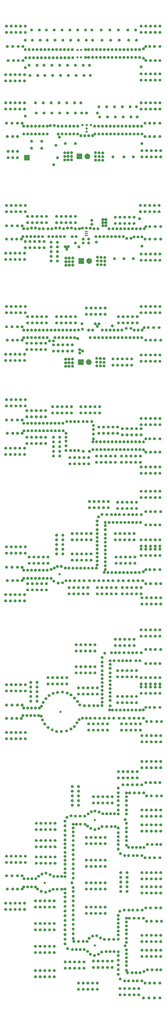
<source format=gbs>
G04 #@! TF.GenerationSoftware,KiCad,Pcbnew,(5.0.1)-4*
G04 #@! TF.CreationDate,2019-06-26T10:02:51-07:00*
G04 #@! TF.ProjectId,Mixed_circuit,4D697865645F636972637569742E6B69,rev?*
G04 #@! TF.SameCoordinates,Original*
G04 #@! TF.FileFunction,Soldermask,Bot*
G04 #@! TF.FilePolarity,Negative*
%FSLAX46Y46*%
G04 Gerber Fmt 4.6, Leading zero omitted, Abs format (unit mm)*
G04 Created by KiCad (PCBNEW (5.0.1)-4) date 6/26/2019 10:02:51 AM*
%MOMM*%
%LPD*%
G01*
G04 APERTURE LIST*
%ADD10C,0.200000*%
G04 APERTURE END LIST*
D10*
G36*
X67131552Y-333316331D02*
X67213625Y-333350327D01*
X67213626Y-333350328D01*
X67213629Y-333350329D01*
X67287496Y-333399686D01*
X67287500Y-333399689D01*
X67350311Y-333462500D01*
X67350313Y-333462503D01*
X67350314Y-333462504D01*
X67399671Y-333536371D01*
X67399672Y-333536374D01*
X67399673Y-333536375D01*
X67433669Y-333618448D01*
X67451000Y-333705579D01*
X67451000Y-333794421D01*
X67433669Y-333881552D01*
X67399673Y-333963625D01*
X67399671Y-333963629D01*
X67350314Y-334037496D01*
X67350311Y-334037500D01*
X67287500Y-334100311D01*
X67287497Y-334100313D01*
X67287496Y-334100314D01*
X67213629Y-334149671D01*
X67213626Y-334149672D01*
X67213625Y-334149673D01*
X67131552Y-334183669D01*
X67044421Y-334201000D01*
X66955579Y-334201000D01*
X66868448Y-334183669D01*
X66786375Y-334149673D01*
X66786374Y-334149672D01*
X66786371Y-334149671D01*
X66712504Y-334100314D01*
X66712503Y-334100313D01*
X66712500Y-334100311D01*
X66649689Y-334037500D01*
X66649686Y-334037496D01*
X66600329Y-333963629D01*
X66600327Y-333963625D01*
X66566331Y-333881552D01*
X66549000Y-333794421D01*
X66549000Y-333705579D01*
X66566331Y-333618448D01*
X66600327Y-333536375D01*
X66600328Y-333536374D01*
X66600329Y-333536371D01*
X66649686Y-333462504D01*
X66649687Y-333462503D01*
X66649689Y-333462500D01*
X66712500Y-333399689D01*
X66712504Y-333399686D01*
X66786371Y-333350329D01*
X66786374Y-333350328D01*
X66786375Y-333350327D01*
X66868448Y-333316331D01*
X66955579Y-333299000D01*
X67044421Y-333299000D01*
X67131552Y-333316331D01*
X67131552Y-333316331D01*
G37*
G36*
X65381552Y-333316331D02*
X65463625Y-333350327D01*
X65463626Y-333350328D01*
X65463629Y-333350329D01*
X65537496Y-333399686D01*
X65537500Y-333399689D01*
X65600311Y-333462500D01*
X65600313Y-333462503D01*
X65600314Y-333462504D01*
X65649671Y-333536371D01*
X65649672Y-333536374D01*
X65649673Y-333536375D01*
X65683669Y-333618448D01*
X65701000Y-333705579D01*
X65701000Y-333794421D01*
X65683669Y-333881552D01*
X65649673Y-333963625D01*
X65649671Y-333963629D01*
X65600314Y-334037496D01*
X65600311Y-334037500D01*
X65537500Y-334100311D01*
X65537497Y-334100313D01*
X65537496Y-334100314D01*
X65463629Y-334149671D01*
X65463626Y-334149672D01*
X65463625Y-334149673D01*
X65381552Y-334183669D01*
X65294421Y-334201000D01*
X65205579Y-334201000D01*
X65118448Y-334183669D01*
X65036375Y-334149673D01*
X65036374Y-334149672D01*
X65036371Y-334149671D01*
X64962504Y-334100314D01*
X64962503Y-334100313D01*
X64962500Y-334100311D01*
X64899689Y-334037500D01*
X64899686Y-334037496D01*
X64850329Y-333963629D01*
X64850327Y-333963625D01*
X64816331Y-333881552D01*
X64799000Y-333794421D01*
X64799000Y-333705579D01*
X64816331Y-333618448D01*
X64850327Y-333536375D01*
X64850328Y-333536374D01*
X64850329Y-333536371D01*
X64899686Y-333462504D01*
X64899687Y-333462503D01*
X64899689Y-333462500D01*
X64962500Y-333399689D01*
X64962504Y-333399686D01*
X65036371Y-333350329D01*
X65036374Y-333350328D01*
X65036375Y-333350327D01*
X65118448Y-333316331D01*
X65205579Y-333299000D01*
X65294421Y-333299000D01*
X65381552Y-333316331D01*
X65381552Y-333316331D01*
G37*
G36*
X61881552Y-333316331D02*
X61963625Y-333350327D01*
X61963626Y-333350328D01*
X61963629Y-333350329D01*
X62037496Y-333399686D01*
X62037500Y-333399689D01*
X62100311Y-333462500D01*
X62100313Y-333462503D01*
X62100314Y-333462504D01*
X62149671Y-333536371D01*
X62149672Y-333536374D01*
X62149673Y-333536375D01*
X62183669Y-333618448D01*
X62201000Y-333705579D01*
X62201000Y-333794421D01*
X62183669Y-333881552D01*
X62149673Y-333963625D01*
X62149671Y-333963629D01*
X62100314Y-334037496D01*
X62100311Y-334037500D01*
X62037500Y-334100311D01*
X62037497Y-334100313D01*
X62037496Y-334100314D01*
X61963629Y-334149671D01*
X61963626Y-334149672D01*
X61963625Y-334149673D01*
X61881552Y-334183669D01*
X61794421Y-334201000D01*
X61705579Y-334201000D01*
X61618448Y-334183669D01*
X61536375Y-334149673D01*
X61536374Y-334149672D01*
X61536371Y-334149671D01*
X61462504Y-334100314D01*
X61462503Y-334100313D01*
X61462500Y-334100311D01*
X61399689Y-334037500D01*
X61399686Y-334037496D01*
X61350329Y-333963629D01*
X61350327Y-333963625D01*
X61316331Y-333881552D01*
X61299000Y-333794421D01*
X61299000Y-333705579D01*
X61316331Y-333618448D01*
X61350327Y-333536375D01*
X61350328Y-333536374D01*
X61350329Y-333536371D01*
X61399686Y-333462504D01*
X61399687Y-333462503D01*
X61399689Y-333462500D01*
X61462500Y-333399689D01*
X61462504Y-333399686D01*
X61536371Y-333350329D01*
X61536374Y-333350328D01*
X61536375Y-333350327D01*
X61618448Y-333316331D01*
X61705579Y-333299000D01*
X61794421Y-333299000D01*
X61881552Y-333316331D01*
X61881552Y-333316331D01*
G37*
G36*
X63631552Y-333316331D02*
X63713625Y-333350327D01*
X63713626Y-333350328D01*
X63713629Y-333350329D01*
X63787496Y-333399686D01*
X63787500Y-333399689D01*
X63850311Y-333462500D01*
X63850313Y-333462503D01*
X63850314Y-333462504D01*
X63899671Y-333536371D01*
X63899672Y-333536374D01*
X63899673Y-333536375D01*
X63933669Y-333618448D01*
X63951000Y-333705579D01*
X63951000Y-333794421D01*
X63933669Y-333881552D01*
X63899673Y-333963625D01*
X63899671Y-333963629D01*
X63850314Y-334037496D01*
X63850311Y-334037500D01*
X63787500Y-334100311D01*
X63787497Y-334100313D01*
X63787496Y-334100314D01*
X63713629Y-334149671D01*
X63713626Y-334149672D01*
X63713625Y-334149673D01*
X63631552Y-334183669D01*
X63544421Y-334201000D01*
X63455579Y-334201000D01*
X63368448Y-334183669D01*
X63286375Y-334149673D01*
X63286374Y-334149672D01*
X63286371Y-334149671D01*
X63212504Y-334100314D01*
X63212503Y-334100313D01*
X63212500Y-334100311D01*
X63149689Y-334037500D01*
X63149686Y-334037496D01*
X63100329Y-333963629D01*
X63100327Y-333963625D01*
X63066331Y-333881552D01*
X63049000Y-333794421D01*
X63049000Y-333705579D01*
X63066331Y-333618448D01*
X63100327Y-333536375D01*
X63100328Y-333536374D01*
X63100329Y-333536371D01*
X63149686Y-333462504D01*
X63149687Y-333462503D01*
X63149689Y-333462500D01*
X63212500Y-333399689D01*
X63212504Y-333399686D01*
X63286371Y-333350329D01*
X63286374Y-333350328D01*
X63286375Y-333350327D01*
X63368448Y-333316331D01*
X63455579Y-333299000D01*
X63544421Y-333299000D01*
X63631552Y-333316331D01*
X63631552Y-333316331D01*
G37*
G36*
X55881552Y-332316331D02*
X55963625Y-332350327D01*
X55963626Y-332350328D01*
X55963629Y-332350329D01*
X56037496Y-332399686D01*
X56037500Y-332399689D01*
X56100311Y-332462500D01*
X56100313Y-332462503D01*
X56100314Y-332462504D01*
X56149671Y-332536371D01*
X56149672Y-332536374D01*
X56149673Y-332536375D01*
X56183669Y-332618448D01*
X56201000Y-332705579D01*
X56201000Y-332794421D01*
X56183669Y-332881552D01*
X56149673Y-332963625D01*
X56149671Y-332963629D01*
X56100314Y-333037496D01*
X56100311Y-333037500D01*
X56037500Y-333100311D01*
X56037497Y-333100313D01*
X56037496Y-333100314D01*
X55963629Y-333149671D01*
X55963626Y-333149672D01*
X55963625Y-333149673D01*
X55881552Y-333183669D01*
X55794421Y-333201000D01*
X55705579Y-333201000D01*
X55618448Y-333183669D01*
X55536375Y-333149673D01*
X55536374Y-333149672D01*
X55536371Y-333149671D01*
X55462504Y-333100314D01*
X55462503Y-333100313D01*
X55462500Y-333100311D01*
X55399689Y-333037500D01*
X55399686Y-333037496D01*
X55350329Y-332963629D01*
X55350327Y-332963625D01*
X55316331Y-332881552D01*
X55299000Y-332794421D01*
X55299000Y-332705579D01*
X55316331Y-332618448D01*
X55350327Y-332536375D01*
X55350328Y-332536374D01*
X55350329Y-332536371D01*
X55399686Y-332462504D01*
X55399687Y-332462503D01*
X55399689Y-332462500D01*
X55462500Y-332399689D01*
X55462504Y-332399686D01*
X55536371Y-332350329D01*
X55536374Y-332350328D01*
X55536375Y-332350327D01*
X55618448Y-332316331D01*
X55705579Y-332299000D01*
X55794421Y-332299000D01*
X55881552Y-332316331D01*
X55881552Y-332316331D01*
G37*
G36*
X57381552Y-332316331D02*
X57463625Y-332350327D01*
X57463626Y-332350328D01*
X57463629Y-332350329D01*
X57537496Y-332399686D01*
X57537500Y-332399689D01*
X57600311Y-332462500D01*
X57600313Y-332462503D01*
X57600314Y-332462504D01*
X57649671Y-332536371D01*
X57649672Y-332536374D01*
X57649673Y-332536375D01*
X57683669Y-332618448D01*
X57701000Y-332705579D01*
X57701000Y-332794421D01*
X57683669Y-332881552D01*
X57649673Y-332963625D01*
X57649671Y-332963629D01*
X57600314Y-333037496D01*
X57600311Y-333037500D01*
X57537500Y-333100311D01*
X57537497Y-333100313D01*
X57537496Y-333100314D01*
X57463629Y-333149671D01*
X57463626Y-333149672D01*
X57463625Y-333149673D01*
X57381552Y-333183669D01*
X57294421Y-333201000D01*
X57205579Y-333201000D01*
X57118448Y-333183669D01*
X57036375Y-333149673D01*
X57036374Y-333149672D01*
X57036371Y-333149671D01*
X56962504Y-333100314D01*
X56962503Y-333100313D01*
X56962500Y-333100311D01*
X56899689Y-333037500D01*
X56899686Y-333037496D01*
X56850329Y-332963629D01*
X56850327Y-332963625D01*
X56816331Y-332881552D01*
X56799000Y-332794421D01*
X56799000Y-332705579D01*
X56816331Y-332618448D01*
X56850327Y-332536375D01*
X56850328Y-332536374D01*
X56850329Y-332536371D01*
X56899686Y-332462504D01*
X56899687Y-332462503D01*
X56899689Y-332462500D01*
X56962500Y-332399689D01*
X56962504Y-332399686D01*
X57036371Y-332350329D01*
X57036374Y-332350328D01*
X57036375Y-332350327D01*
X57118448Y-332316331D01*
X57205579Y-332299000D01*
X57294421Y-332299000D01*
X57381552Y-332316331D01*
X57381552Y-332316331D01*
G37*
G36*
X60381552Y-332316331D02*
X60463625Y-332350327D01*
X60463626Y-332350328D01*
X60463629Y-332350329D01*
X60537496Y-332399686D01*
X60537500Y-332399689D01*
X60600311Y-332462500D01*
X60600313Y-332462503D01*
X60600314Y-332462504D01*
X60649671Y-332536371D01*
X60649672Y-332536374D01*
X60649673Y-332536375D01*
X60683669Y-332618448D01*
X60701000Y-332705579D01*
X60701000Y-332794421D01*
X60683669Y-332881552D01*
X60649673Y-332963625D01*
X60649671Y-332963629D01*
X60600314Y-333037496D01*
X60600311Y-333037500D01*
X60537500Y-333100311D01*
X60537497Y-333100313D01*
X60537496Y-333100314D01*
X60463629Y-333149671D01*
X60463626Y-333149672D01*
X60463625Y-333149673D01*
X60381552Y-333183669D01*
X60294421Y-333201000D01*
X60205579Y-333201000D01*
X60118448Y-333183669D01*
X60036375Y-333149673D01*
X60036374Y-333149672D01*
X60036371Y-333149671D01*
X59962504Y-333100314D01*
X59962503Y-333100313D01*
X59962500Y-333100311D01*
X59899689Y-333037500D01*
X59899686Y-333037496D01*
X59850329Y-332963629D01*
X59850327Y-332963625D01*
X59816331Y-332881552D01*
X59799000Y-332794421D01*
X59799000Y-332705579D01*
X59816331Y-332618448D01*
X59850327Y-332536375D01*
X59850328Y-332536374D01*
X59850329Y-332536371D01*
X59899686Y-332462504D01*
X59899687Y-332462503D01*
X59899689Y-332462500D01*
X59962500Y-332399689D01*
X59962504Y-332399686D01*
X60036371Y-332350329D01*
X60036374Y-332350328D01*
X60036375Y-332350327D01*
X60118448Y-332316331D01*
X60205579Y-332299000D01*
X60294421Y-332299000D01*
X60381552Y-332316331D01*
X60381552Y-332316331D01*
G37*
G36*
X58881552Y-332316331D02*
X58963625Y-332350327D01*
X58963626Y-332350328D01*
X58963629Y-332350329D01*
X59037496Y-332399686D01*
X59037500Y-332399689D01*
X59100311Y-332462500D01*
X59100313Y-332462503D01*
X59100314Y-332462504D01*
X59149671Y-332536371D01*
X59149672Y-332536374D01*
X59149673Y-332536375D01*
X59183669Y-332618448D01*
X59201000Y-332705579D01*
X59201000Y-332794421D01*
X59183669Y-332881552D01*
X59149673Y-332963625D01*
X59149671Y-332963629D01*
X59100314Y-333037496D01*
X59100311Y-333037500D01*
X59037500Y-333100311D01*
X59037497Y-333100313D01*
X59037496Y-333100314D01*
X58963629Y-333149671D01*
X58963626Y-333149672D01*
X58963625Y-333149673D01*
X58881552Y-333183669D01*
X58794421Y-333201000D01*
X58705579Y-333201000D01*
X58618448Y-333183669D01*
X58536375Y-333149673D01*
X58536374Y-333149672D01*
X58536371Y-333149671D01*
X58462504Y-333100314D01*
X58462503Y-333100313D01*
X58462500Y-333100311D01*
X58399689Y-333037500D01*
X58399686Y-333037496D01*
X58350329Y-332963629D01*
X58350327Y-332963625D01*
X58316331Y-332881552D01*
X58299000Y-332794421D01*
X58299000Y-332705579D01*
X58316331Y-332618448D01*
X58350327Y-332536375D01*
X58350328Y-332536374D01*
X58350329Y-332536371D01*
X58399686Y-332462504D01*
X58399687Y-332462503D01*
X58399689Y-332462500D01*
X58462500Y-332399689D01*
X58462504Y-332399686D01*
X58536371Y-332350329D01*
X58536374Y-332350328D01*
X58536375Y-332350327D01*
X58618448Y-332316331D01*
X58705579Y-332299000D01*
X58794421Y-332299000D01*
X58881552Y-332316331D01*
X58881552Y-332316331D01*
G37*
G36*
X54381552Y-332316331D02*
X54463625Y-332350327D01*
X54463626Y-332350328D01*
X54463629Y-332350329D01*
X54537496Y-332399686D01*
X54537500Y-332399689D01*
X54600311Y-332462500D01*
X54600313Y-332462503D01*
X54600314Y-332462504D01*
X54649671Y-332536371D01*
X54649672Y-332536374D01*
X54649673Y-332536375D01*
X54683669Y-332618448D01*
X54701000Y-332705579D01*
X54701000Y-332794421D01*
X54683669Y-332881552D01*
X54649673Y-332963625D01*
X54649671Y-332963629D01*
X54600314Y-333037496D01*
X54600311Y-333037500D01*
X54537500Y-333100311D01*
X54537497Y-333100313D01*
X54537496Y-333100314D01*
X54463629Y-333149671D01*
X54463626Y-333149672D01*
X54463625Y-333149673D01*
X54381552Y-333183669D01*
X54294421Y-333201000D01*
X54205579Y-333201000D01*
X54118448Y-333183669D01*
X54036375Y-333149673D01*
X54036374Y-333149672D01*
X54036371Y-333149671D01*
X53962504Y-333100314D01*
X53962503Y-333100313D01*
X53962500Y-333100311D01*
X53899689Y-333037500D01*
X53899686Y-333037496D01*
X53850329Y-332963629D01*
X53850327Y-332963625D01*
X53816331Y-332881552D01*
X53799000Y-332794421D01*
X53799000Y-332705579D01*
X53816331Y-332618448D01*
X53850327Y-332536375D01*
X53850328Y-332536374D01*
X53850329Y-332536371D01*
X53899686Y-332462504D01*
X53899687Y-332462503D01*
X53899689Y-332462500D01*
X53962500Y-332399689D01*
X53962504Y-332399686D01*
X54036371Y-332350329D01*
X54036374Y-332350328D01*
X54036375Y-332350327D01*
X54118448Y-332316331D01*
X54205579Y-332299000D01*
X54294421Y-332299000D01*
X54381552Y-332316331D01*
X54381552Y-332316331D01*
G37*
G36*
X41131552Y-330566331D02*
X41213625Y-330600327D01*
X41213626Y-330600328D01*
X41213629Y-330600329D01*
X41287496Y-330649686D01*
X41287500Y-330649689D01*
X41350311Y-330712500D01*
X41350313Y-330712503D01*
X41350314Y-330712504D01*
X41399671Y-330786371D01*
X41399672Y-330786374D01*
X41399673Y-330786375D01*
X41433669Y-330868448D01*
X41451000Y-330955579D01*
X41451000Y-331044421D01*
X41433669Y-331131552D01*
X41412081Y-331183669D01*
X41399671Y-331213629D01*
X41350314Y-331287496D01*
X41350311Y-331287500D01*
X41287500Y-331350311D01*
X41287497Y-331350313D01*
X41287496Y-331350314D01*
X41213629Y-331399671D01*
X41213626Y-331399672D01*
X41213625Y-331399673D01*
X41131552Y-331433669D01*
X41044421Y-331451000D01*
X40955579Y-331451000D01*
X40868448Y-331433669D01*
X40786375Y-331399673D01*
X40786374Y-331399672D01*
X40786371Y-331399671D01*
X40712504Y-331350314D01*
X40712503Y-331350313D01*
X40712500Y-331350311D01*
X40649689Y-331287500D01*
X40649686Y-331287496D01*
X40600329Y-331213629D01*
X40587919Y-331183669D01*
X40566331Y-331131552D01*
X40549000Y-331044421D01*
X40549000Y-330955579D01*
X40566331Y-330868448D01*
X40600327Y-330786375D01*
X40600328Y-330786374D01*
X40600329Y-330786371D01*
X40649686Y-330712504D01*
X40649687Y-330712503D01*
X40649689Y-330712500D01*
X40712500Y-330649689D01*
X40712504Y-330649686D01*
X40786371Y-330600329D01*
X40786374Y-330600328D01*
X40786375Y-330600327D01*
X40868448Y-330566331D01*
X40955579Y-330549000D01*
X41044421Y-330549000D01*
X41131552Y-330566331D01*
X41131552Y-330566331D01*
G37*
G36*
X44131552Y-330566331D02*
X44213625Y-330600327D01*
X44213626Y-330600328D01*
X44213629Y-330600329D01*
X44287496Y-330649686D01*
X44287500Y-330649689D01*
X44350311Y-330712500D01*
X44350313Y-330712503D01*
X44350314Y-330712504D01*
X44399671Y-330786371D01*
X44399672Y-330786374D01*
X44399673Y-330786375D01*
X44433669Y-330868448D01*
X44451000Y-330955579D01*
X44451000Y-331044421D01*
X44433669Y-331131552D01*
X44412081Y-331183669D01*
X44399671Y-331213629D01*
X44350314Y-331287496D01*
X44350311Y-331287500D01*
X44287500Y-331350311D01*
X44287497Y-331350313D01*
X44287496Y-331350314D01*
X44213629Y-331399671D01*
X44213626Y-331399672D01*
X44213625Y-331399673D01*
X44131552Y-331433669D01*
X44044421Y-331451000D01*
X43955579Y-331451000D01*
X43868448Y-331433669D01*
X43786375Y-331399673D01*
X43786374Y-331399672D01*
X43786371Y-331399671D01*
X43712504Y-331350314D01*
X43712503Y-331350313D01*
X43712500Y-331350311D01*
X43649689Y-331287500D01*
X43649686Y-331287496D01*
X43600329Y-331213629D01*
X43587919Y-331183669D01*
X43566331Y-331131552D01*
X43549000Y-331044421D01*
X43549000Y-330955579D01*
X43566331Y-330868448D01*
X43600327Y-330786375D01*
X43600328Y-330786374D01*
X43600329Y-330786371D01*
X43649686Y-330712504D01*
X43649687Y-330712503D01*
X43649689Y-330712500D01*
X43712500Y-330649689D01*
X43712504Y-330649686D01*
X43786371Y-330600329D01*
X43786374Y-330600328D01*
X43786375Y-330600327D01*
X43868448Y-330566331D01*
X43955579Y-330549000D01*
X44044421Y-330549000D01*
X44131552Y-330566331D01*
X44131552Y-330566331D01*
G37*
G36*
X45631552Y-330566331D02*
X45713625Y-330600327D01*
X45713626Y-330600328D01*
X45713629Y-330600329D01*
X45787496Y-330649686D01*
X45787500Y-330649689D01*
X45850311Y-330712500D01*
X45850313Y-330712503D01*
X45850314Y-330712504D01*
X45899671Y-330786371D01*
X45899672Y-330786374D01*
X45899673Y-330786375D01*
X45933669Y-330868448D01*
X45951000Y-330955579D01*
X45951000Y-331044421D01*
X45933669Y-331131552D01*
X45912081Y-331183669D01*
X45899671Y-331213629D01*
X45850314Y-331287496D01*
X45850311Y-331287500D01*
X45787500Y-331350311D01*
X45787497Y-331350313D01*
X45787496Y-331350314D01*
X45713629Y-331399671D01*
X45713626Y-331399672D01*
X45713625Y-331399673D01*
X45631552Y-331433669D01*
X45544421Y-331451000D01*
X45455579Y-331451000D01*
X45368448Y-331433669D01*
X45286375Y-331399673D01*
X45286374Y-331399672D01*
X45286371Y-331399671D01*
X45212504Y-331350314D01*
X45212503Y-331350313D01*
X45212500Y-331350311D01*
X45149689Y-331287500D01*
X45149686Y-331287496D01*
X45100329Y-331213629D01*
X45087919Y-331183669D01*
X45066331Y-331131552D01*
X45049000Y-331044421D01*
X45049000Y-330955579D01*
X45066331Y-330868448D01*
X45100327Y-330786375D01*
X45100328Y-330786374D01*
X45100329Y-330786371D01*
X45149686Y-330712504D01*
X45149687Y-330712503D01*
X45149689Y-330712500D01*
X45212500Y-330649689D01*
X45212504Y-330649686D01*
X45286371Y-330600329D01*
X45286374Y-330600328D01*
X45286375Y-330600327D01*
X45368448Y-330566331D01*
X45455579Y-330549000D01*
X45544421Y-330549000D01*
X45631552Y-330566331D01*
X45631552Y-330566331D01*
G37*
G36*
X47131552Y-330566331D02*
X47213625Y-330600327D01*
X47213626Y-330600328D01*
X47213629Y-330600329D01*
X47287496Y-330649686D01*
X47287500Y-330649689D01*
X47350311Y-330712500D01*
X47350313Y-330712503D01*
X47350314Y-330712504D01*
X47399671Y-330786371D01*
X47399672Y-330786374D01*
X47399673Y-330786375D01*
X47433669Y-330868448D01*
X47451000Y-330955579D01*
X47451000Y-331044421D01*
X47433669Y-331131552D01*
X47412081Y-331183669D01*
X47399671Y-331213629D01*
X47350314Y-331287496D01*
X47350311Y-331287500D01*
X47287500Y-331350311D01*
X47287497Y-331350313D01*
X47287496Y-331350314D01*
X47213629Y-331399671D01*
X47213626Y-331399672D01*
X47213625Y-331399673D01*
X47131552Y-331433669D01*
X47044421Y-331451000D01*
X46955579Y-331451000D01*
X46868448Y-331433669D01*
X46786375Y-331399673D01*
X46786374Y-331399672D01*
X46786371Y-331399671D01*
X46712504Y-331350314D01*
X46712503Y-331350313D01*
X46712500Y-331350311D01*
X46649689Y-331287500D01*
X46649686Y-331287496D01*
X46600329Y-331213629D01*
X46587919Y-331183669D01*
X46566331Y-331131552D01*
X46549000Y-331044421D01*
X46549000Y-330955579D01*
X46566331Y-330868448D01*
X46600327Y-330786375D01*
X46600328Y-330786374D01*
X46600329Y-330786371D01*
X46649686Y-330712504D01*
X46649687Y-330712503D01*
X46649689Y-330712500D01*
X46712500Y-330649689D01*
X46712504Y-330649686D01*
X46786371Y-330600329D01*
X46786374Y-330600328D01*
X46786375Y-330600327D01*
X46868448Y-330566331D01*
X46955579Y-330549000D01*
X47044421Y-330549000D01*
X47131552Y-330566331D01*
X47131552Y-330566331D01*
G37*
G36*
X42631552Y-330566331D02*
X42713625Y-330600327D01*
X42713626Y-330600328D01*
X42713629Y-330600329D01*
X42787496Y-330649686D01*
X42787500Y-330649689D01*
X42850311Y-330712500D01*
X42850313Y-330712503D01*
X42850314Y-330712504D01*
X42899671Y-330786371D01*
X42899672Y-330786374D01*
X42899673Y-330786375D01*
X42933669Y-330868448D01*
X42951000Y-330955579D01*
X42951000Y-331044421D01*
X42933669Y-331131552D01*
X42912081Y-331183669D01*
X42899671Y-331213629D01*
X42850314Y-331287496D01*
X42850311Y-331287500D01*
X42787500Y-331350311D01*
X42787497Y-331350313D01*
X42787496Y-331350314D01*
X42713629Y-331399671D01*
X42713626Y-331399672D01*
X42713625Y-331399673D01*
X42631552Y-331433669D01*
X42544421Y-331451000D01*
X42455579Y-331451000D01*
X42368448Y-331433669D01*
X42286375Y-331399673D01*
X42286374Y-331399672D01*
X42286371Y-331399671D01*
X42212504Y-331350314D01*
X42212503Y-331350313D01*
X42212500Y-331350311D01*
X42149689Y-331287500D01*
X42149686Y-331287496D01*
X42100329Y-331213629D01*
X42087919Y-331183669D01*
X42066331Y-331131552D01*
X42049000Y-331044421D01*
X42049000Y-330955579D01*
X42066331Y-330868448D01*
X42100327Y-330786375D01*
X42100328Y-330786374D01*
X42100329Y-330786371D01*
X42149686Y-330712504D01*
X42149687Y-330712503D01*
X42149689Y-330712500D01*
X42212500Y-330649689D01*
X42212504Y-330649686D01*
X42286371Y-330600329D01*
X42286374Y-330600328D01*
X42286375Y-330600327D01*
X42368448Y-330566331D01*
X42455579Y-330549000D01*
X42544421Y-330549000D01*
X42631552Y-330566331D01*
X42631552Y-330566331D01*
G37*
G36*
X54381552Y-330316331D02*
X54463625Y-330350327D01*
X54463626Y-330350328D01*
X54463629Y-330350329D01*
X54537496Y-330399686D01*
X54537500Y-330399689D01*
X54600311Y-330462500D01*
X54600313Y-330462503D01*
X54600314Y-330462504D01*
X54649671Y-330536371D01*
X54649672Y-330536374D01*
X54649673Y-330536375D01*
X54683669Y-330618448D01*
X54701000Y-330705579D01*
X54701000Y-330794421D01*
X54683669Y-330881552D01*
X54653005Y-330955580D01*
X54649671Y-330963629D01*
X54600314Y-331037496D01*
X54600311Y-331037500D01*
X54537500Y-331100311D01*
X54537497Y-331100313D01*
X54537496Y-331100314D01*
X54463629Y-331149671D01*
X54463626Y-331149672D01*
X54463625Y-331149673D01*
X54381552Y-331183669D01*
X54294421Y-331201000D01*
X54205579Y-331201000D01*
X54118448Y-331183669D01*
X54036375Y-331149673D01*
X54036374Y-331149672D01*
X54036371Y-331149671D01*
X53962504Y-331100314D01*
X53962503Y-331100313D01*
X53962500Y-331100311D01*
X53899689Y-331037500D01*
X53899686Y-331037496D01*
X53850329Y-330963629D01*
X53846995Y-330955580D01*
X53816331Y-330881552D01*
X53799000Y-330794421D01*
X53799000Y-330705579D01*
X53816331Y-330618448D01*
X53850327Y-330536375D01*
X53850328Y-330536374D01*
X53850329Y-330536371D01*
X53899686Y-330462504D01*
X53899687Y-330462503D01*
X53899689Y-330462500D01*
X53962500Y-330399689D01*
X53962504Y-330399686D01*
X54036371Y-330350329D01*
X54036374Y-330350328D01*
X54036375Y-330350327D01*
X54118448Y-330316331D01*
X54205579Y-330299000D01*
X54294421Y-330299000D01*
X54381552Y-330316331D01*
X54381552Y-330316331D01*
G37*
G36*
X55881552Y-330316331D02*
X55963625Y-330350327D01*
X55963626Y-330350328D01*
X55963629Y-330350329D01*
X56037496Y-330399686D01*
X56037500Y-330399689D01*
X56100311Y-330462500D01*
X56100313Y-330462503D01*
X56100314Y-330462504D01*
X56149671Y-330536371D01*
X56149672Y-330536374D01*
X56149673Y-330536375D01*
X56183669Y-330618448D01*
X56201000Y-330705579D01*
X56201000Y-330794421D01*
X56183669Y-330881552D01*
X56153005Y-330955580D01*
X56149671Y-330963629D01*
X56100314Y-331037496D01*
X56100311Y-331037500D01*
X56037500Y-331100311D01*
X56037497Y-331100313D01*
X56037496Y-331100314D01*
X55963629Y-331149671D01*
X55963626Y-331149672D01*
X55963625Y-331149673D01*
X55881552Y-331183669D01*
X55794421Y-331201000D01*
X55705579Y-331201000D01*
X55618448Y-331183669D01*
X55536375Y-331149673D01*
X55536374Y-331149672D01*
X55536371Y-331149671D01*
X55462504Y-331100314D01*
X55462503Y-331100313D01*
X55462500Y-331100311D01*
X55399689Y-331037500D01*
X55399686Y-331037496D01*
X55350329Y-330963629D01*
X55346995Y-330955580D01*
X55316331Y-330881552D01*
X55299000Y-330794421D01*
X55299000Y-330705579D01*
X55316331Y-330618448D01*
X55350327Y-330536375D01*
X55350328Y-330536374D01*
X55350329Y-330536371D01*
X55399686Y-330462504D01*
X55399687Y-330462503D01*
X55399689Y-330462500D01*
X55462500Y-330399689D01*
X55462504Y-330399686D01*
X55536371Y-330350329D01*
X55536374Y-330350328D01*
X55536375Y-330350327D01*
X55618448Y-330316331D01*
X55705579Y-330299000D01*
X55794421Y-330299000D01*
X55881552Y-330316331D01*
X55881552Y-330316331D01*
G37*
G36*
X57381552Y-330316331D02*
X57463625Y-330350327D01*
X57463626Y-330350328D01*
X57463629Y-330350329D01*
X57537496Y-330399686D01*
X57537500Y-330399689D01*
X57600311Y-330462500D01*
X57600313Y-330462503D01*
X57600314Y-330462504D01*
X57649671Y-330536371D01*
X57649672Y-330536374D01*
X57649673Y-330536375D01*
X57683669Y-330618448D01*
X57701000Y-330705579D01*
X57701000Y-330794421D01*
X57683669Y-330881552D01*
X57653005Y-330955580D01*
X57649671Y-330963629D01*
X57600314Y-331037496D01*
X57600311Y-331037500D01*
X57537500Y-331100311D01*
X57537497Y-331100313D01*
X57537496Y-331100314D01*
X57463629Y-331149671D01*
X57463626Y-331149672D01*
X57463625Y-331149673D01*
X57381552Y-331183669D01*
X57294421Y-331201000D01*
X57205579Y-331201000D01*
X57118448Y-331183669D01*
X57036375Y-331149673D01*
X57036374Y-331149672D01*
X57036371Y-331149671D01*
X56962504Y-331100314D01*
X56962503Y-331100313D01*
X56962500Y-331100311D01*
X56899689Y-331037500D01*
X56899686Y-331037496D01*
X56850329Y-330963629D01*
X56846995Y-330955580D01*
X56816331Y-330881552D01*
X56799000Y-330794421D01*
X56799000Y-330705579D01*
X56816331Y-330618448D01*
X56850327Y-330536375D01*
X56850328Y-330536374D01*
X56850329Y-330536371D01*
X56899686Y-330462504D01*
X56899687Y-330462503D01*
X56899689Y-330462500D01*
X56962500Y-330399689D01*
X56962504Y-330399686D01*
X57036371Y-330350329D01*
X57036374Y-330350328D01*
X57036375Y-330350327D01*
X57118448Y-330316331D01*
X57205579Y-330299000D01*
X57294421Y-330299000D01*
X57381552Y-330316331D01*
X57381552Y-330316331D01*
G37*
G36*
X60381552Y-330316331D02*
X60463625Y-330350327D01*
X60463626Y-330350328D01*
X60463629Y-330350329D01*
X60537496Y-330399686D01*
X60537500Y-330399689D01*
X60600311Y-330462500D01*
X60600313Y-330462503D01*
X60600314Y-330462504D01*
X60649671Y-330536371D01*
X60649672Y-330536374D01*
X60649673Y-330536375D01*
X60683669Y-330618448D01*
X60701000Y-330705579D01*
X60701000Y-330794421D01*
X60683669Y-330881552D01*
X60653005Y-330955580D01*
X60649671Y-330963629D01*
X60600314Y-331037496D01*
X60600311Y-331037500D01*
X60537500Y-331100311D01*
X60537497Y-331100313D01*
X60537496Y-331100314D01*
X60463629Y-331149671D01*
X60463626Y-331149672D01*
X60463625Y-331149673D01*
X60381552Y-331183669D01*
X60294421Y-331201000D01*
X60205579Y-331201000D01*
X60118448Y-331183669D01*
X60036375Y-331149673D01*
X60036374Y-331149672D01*
X60036371Y-331149671D01*
X59962504Y-331100314D01*
X59962503Y-331100313D01*
X59962500Y-331100311D01*
X59899689Y-331037500D01*
X59899686Y-331037496D01*
X59850329Y-330963629D01*
X59846995Y-330955580D01*
X59816331Y-330881552D01*
X59799000Y-330794421D01*
X59799000Y-330705579D01*
X59816331Y-330618448D01*
X59850327Y-330536375D01*
X59850328Y-330536374D01*
X59850329Y-330536371D01*
X59899686Y-330462504D01*
X59899687Y-330462503D01*
X59899689Y-330462500D01*
X59962500Y-330399689D01*
X59962504Y-330399686D01*
X60036371Y-330350329D01*
X60036374Y-330350328D01*
X60036375Y-330350327D01*
X60118448Y-330316331D01*
X60205579Y-330299000D01*
X60294421Y-330299000D01*
X60381552Y-330316331D01*
X60381552Y-330316331D01*
G37*
G36*
X58881552Y-330316331D02*
X58963625Y-330350327D01*
X58963626Y-330350328D01*
X58963629Y-330350329D01*
X59037496Y-330399686D01*
X59037500Y-330399689D01*
X59100311Y-330462500D01*
X59100313Y-330462503D01*
X59100314Y-330462504D01*
X59149671Y-330536371D01*
X59149672Y-330536374D01*
X59149673Y-330536375D01*
X59183669Y-330618448D01*
X59201000Y-330705579D01*
X59201000Y-330794421D01*
X59183669Y-330881552D01*
X59153005Y-330955580D01*
X59149671Y-330963629D01*
X59100314Y-331037496D01*
X59100311Y-331037500D01*
X59037500Y-331100311D01*
X59037497Y-331100313D01*
X59037496Y-331100314D01*
X58963629Y-331149671D01*
X58963626Y-331149672D01*
X58963625Y-331149673D01*
X58881552Y-331183669D01*
X58794421Y-331201000D01*
X58705579Y-331201000D01*
X58618448Y-331183669D01*
X58536375Y-331149673D01*
X58536374Y-331149672D01*
X58536371Y-331149671D01*
X58462504Y-331100314D01*
X58462503Y-331100313D01*
X58462500Y-331100311D01*
X58399689Y-331037500D01*
X58399686Y-331037496D01*
X58350329Y-330963629D01*
X58346995Y-330955580D01*
X58316331Y-330881552D01*
X58299000Y-330794421D01*
X58299000Y-330705579D01*
X58316331Y-330618448D01*
X58350327Y-330536375D01*
X58350328Y-330536374D01*
X58350329Y-330536371D01*
X58399686Y-330462504D01*
X58399687Y-330462503D01*
X58399689Y-330462500D01*
X58462500Y-330399689D01*
X58462504Y-330399686D01*
X58536371Y-330350329D01*
X58536374Y-330350328D01*
X58536375Y-330350327D01*
X58618448Y-330316331D01*
X58705579Y-330299000D01*
X58794421Y-330299000D01*
X58881552Y-330316331D01*
X58881552Y-330316331D01*
G37*
G36*
X41131552Y-328566331D02*
X41213625Y-328600327D01*
X41213626Y-328600328D01*
X41213629Y-328600329D01*
X41287496Y-328649686D01*
X41287500Y-328649689D01*
X41350311Y-328712500D01*
X41350313Y-328712503D01*
X41350314Y-328712504D01*
X41399671Y-328786371D01*
X41399672Y-328786374D01*
X41399673Y-328786375D01*
X41433669Y-328868448D01*
X41451000Y-328955579D01*
X41451000Y-329044421D01*
X41433669Y-329131552D01*
X41399673Y-329213625D01*
X41399671Y-329213629D01*
X41350314Y-329287496D01*
X41350311Y-329287500D01*
X41287500Y-329350311D01*
X41287497Y-329350313D01*
X41287496Y-329350314D01*
X41213629Y-329399671D01*
X41213626Y-329399672D01*
X41213625Y-329399673D01*
X41131552Y-329433669D01*
X41044421Y-329451000D01*
X40955579Y-329451000D01*
X40868448Y-329433669D01*
X40786375Y-329399673D01*
X40786374Y-329399672D01*
X40786371Y-329399671D01*
X40712504Y-329350314D01*
X40712503Y-329350313D01*
X40712500Y-329350311D01*
X40649689Y-329287500D01*
X40649686Y-329287496D01*
X40600329Y-329213629D01*
X40600327Y-329213625D01*
X40566331Y-329131552D01*
X40549000Y-329044421D01*
X40549000Y-328955579D01*
X40566331Y-328868448D01*
X40600327Y-328786375D01*
X40600328Y-328786374D01*
X40600329Y-328786371D01*
X40649686Y-328712504D01*
X40649687Y-328712503D01*
X40649689Y-328712500D01*
X40712500Y-328649689D01*
X40712504Y-328649686D01*
X40786371Y-328600329D01*
X40786374Y-328600328D01*
X40786375Y-328600327D01*
X40868448Y-328566331D01*
X40955579Y-328549000D01*
X41044421Y-328549000D01*
X41131552Y-328566331D01*
X41131552Y-328566331D01*
G37*
G36*
X65381552Y-328566331D02*
X65463625Y-328600327D01*
X65463626Y-328600328D01*
X65463629Y-328600329D01*
X65537496Y-328649686D01*
X65537500Y-328649689D01*
X65600311Y-328712500D01*
X65600313Y-328712503D01*
X65600314Y-328712504D01*
X65649671Y-328786371D01*
X65649672Y-328786374D01*
X65649673Y-328786375D01*
X65683669Y-328868448D01*
X65701000Y-328955579D01*
X65701000Y-329044421D01*
X65683669Y-329131552D01*
X65649673Y-329213625D01*
X65649671Y-329213629D01*
X65600314Y-329287496D01*
X65600311Y-329287500D01*
X65537500Y-329350311D01*
X65537497Y-329350313D01*
X65537496Y-329350314D01*
X65463629Y-329399671D01*
X65463626Y-329399672D01*
X65463625Y-329399673D01*
X65381552Y-329433669D01*
X65294421Y-329451000D01*
X65205579Y-329451000D01*
X65118448Y-329433669D01*
X65036375Y-329399673D01*
X65036374Y-329399672D01*
X65036371Y-329399671D01*
X64962504Y-329350314D01*
X64962503Y-329350313D01*
X64962500Y-329350311D01*
X64899689Y-329287500D01*
X64899686Y-329287496D01*
X64850329Y-329213629D01*
X64850327Y-329213625D01*
X64816331Y-329131552D01*
X64799000Y-329044421D01*
X64799000Y-328955579D01*
X64816331Y-328868448D01*
X64850327Y-328786375D01*
X64850328Y-328786374D01*
X64850329Y-328786371D01*
X64899686Y-328712504D01*
X64899687Y-328712503D01*
X64899689Y-328712500D01*
X64962500Y-328649689D01*
X64962504Y-328649686D01*
X65036371Y-328600329D01*
X65036374Y-328600328D01*
X65036375Y-328600327D01*
X65118448Y-328566331D01*
X65205579Y-328549000D01*
X65294421Y-328549000D01*
X65381552Y-328566331D01*
X65381552Y-328566331D01*
G37*
G36*
X67131552Y-328566331D02*
X67213625Y-328600327D01*
X67213626Y-328600328D01*
X67213629Y-328600329D01*
X67287496Y-328649686D01*
X67287500Y-328649689D01*
X67350311Y-328712500D01*
X67350313Y-328712503D01*
X67350314Y-328712504D01*
X67399671Y-328786371D01*
X67399672Y-328786374D01*
X67399673Y-328786375D01*
X67433669Y-328868448D01*
X67451000Y-328955579D01*
X67451000Y-329044421D01*
X67433669Y-329131552D01*
X67399673Y-329213625D01*
X67399671Y-329213629D01*
X67350314Y-329287496D01*
X67350311Y-329287500D01*
X67287500Y-329350311D01*
X67287497Y-329350313D01*
X67287496Y-329350314D01*
X67213629Y-329399671D01*
X67213626Y-329399672D01*
X67213625Y-329399673D01*
X67131552Y-329433669D01*
X67044421Y-329451000D01*
X66955579Y-329451000D01*
X66868448Y-329433669D01*
X66786375Y-329399673D01*
X66786374Y-329399672D01*
X66786371Y-329399671D01*
X66712504Y-329350314D01*
X66712503Y-329350313D01*
X66712500Y-329350311D01*
X66649689Y-329287500D01*
X66649686Y-329287496D01*
X66600329Y-329213629D01*
X66600327Y-329213625D01*
X66566331Y-329131552D01*
X66549000Y-329044421D01*
X66549000Y-328955579D01*
X66566331Y-328868448D01*
X66600327Y-328786375D01*
X66600328Y-328786374D01*
X66600329Y-328786371D01*
X66649686Y-328712504D01*
X66649687Y-328712503D01*
X66649689Y-328712500D01*
X66712500Y-328649689D01*
X66712504Y-328649686D01*
X66786371Y-328600329D01*
X66786374Y-328600328D01*
X66786375Y-328600327D01*
X66868448Y-328566331D01*
X66955579Y-328549000D01*
X67044421Y-328549000D01*
X67131552Y-328566331D01*
X67131552Y-328566331D01*
G37*
G36*
X44131552Y-328566331D02*
X44213625Y-328600327D01*
X44213626Y-328600328D01*
X44213629Y-328600329D01*
X44287496Y-328649686D01*
X44287500Y-328649689D01*
X44350311Y-328712500D01*
X44350313Y-328712503D01*
X44350314Y-328712504D01*
X44399671Y-328786371D01*
X44399672Y-328786374D01*
X44399673Y-328786375D01*
X44433669Y-328868448D01*
X44451000Y-328955579D01*
X44451000Y-329044421D01*
X44433669Y-329131552D01*
X44399673Y-329213625D01*
X44399671Y-329213629D01*
X44350314Y-329287496D01*
X44350311Y-329287500D01*
X44287500Y-329350311D01*
X44287497Y-329350313D01*
X44287496Y-329350314D01*
X44213629Y-329399671D01*
X44213626Y-329399672D01*
X44213625Y-329399673D01*
X44131552Y-329433669D01*
X44044421Y-329451000D01*
X43955579Y-329451000D01*
X43868448Y-329433669D01*
X43786375Y-329399673D01*
X43786374Y-329399672D01*
X43786371Y-329399671D01*
X43712504Y-329350314D01*
X43712503Y-329350313D01*
X43712500Y-329350311D01*
X43649689Y-329287500D01*
X43649686Y-329287496D01*
X43600329Y-329213629D01*
X43600327Y-329213625D01*
X43566331Y-329131552D01*
X43549000Y-329044421D01*
X43549000Y-328955579D01*
X43566331Y-328868448D01*
X43600327Y-328786375D01*
X43600328Y-328786374D01*
X43600329Y-328786371D01*
X43649686Y-328712504D01*
X43649687Y-328712503D01*
X43649689Y-328712500D01*
X43712500Y-328649689D01*
X43712504Y-328649686D01*
X43786371Y-328600329D01*
X43786374Y-328600328D01*
X43786375Y-328600327D01*
X43868448Y-328566331D01*
X43955579Y-328549000D01*
X44044421Y-328549000D01*
X44131552Y-328566331D01*
X44131552Y-328566331D01*
G37*
G36*
X62381552Y-328566331D02*
X62463625Y-328600327D01*
X62463626Y-328600328D01*
X62463629Y-328600329D01*
X62537496Y-328649686D01*
X62537500Y-328649689D01*
X62600311Y-328712500D01*
X62600313Y-328712503D01*
X62600314Y-328712504D01*
X62649671Y-328786371D01*
X62649672Y-328786374D01*
X62649673Y-328786375D01*
X62683669Y-328868448D01*
X62701000Y-328955579D01*
X62701000Y-329044421D01*
X62683669Y-329131552D01*
X62649673Y-329213625D01*
X62649671Y-329213629D01*
X62600314Y-329287496D01*
X62600311Y-329287500D01*
X62537500Y-329350311D01*
X62537497Y-329350313D01*
X62537496Y-329350314D01*
X62463629Y-329399671D01*
X62463626Y-329399672D01*
X62463625Y-329399673D01*
X62381552Y-329433669D01*
X62294421Y-329451000D01*
X62205579Y-329451000D01*
X62118448Y-329433669D01*
X62036375Y-329399673D01*
X62036374Y-329399672D01*
X62036371Y-329399671D01*
X61962504Y-329350314D01*
X61962503Y-329350313D01*
X61962500Y-329350311D01*
X61899689Y-329287500D01*
X61899686Y-329287496D01*
X61850329Y-329213629D01*
X61850327Y-329213625D01*
X61816331Y-329131552D01*
X61799000Y-329044421D01*
X61799000Y-328955579D01*
X61816331Y-328868448D01*
X61850327Y-328786375D01*
X61850328Y-328786374D01*
X61850329Y-328786371D01*
X61899686Y-328712504D01*
X61899687Y-328712503D01*
X61899689Y-328712500D01*
X61962500Y-328649689D01*
X61962504Y-328649686D01*
X62036371Y-328600329D01*
X62036374Y-328600328D01*
X62036375Y-328600327D01*
X62118448Y-328566331D01*
X62205579Y-328549000D01*
X62294421Y-328549000D01*
X62381552Y-328566331D01*
X62381552Y-328566331D01*
G37*
G36*
X63881552Y-328566331D02*
X63963625Y-328600327D01*
X63963626Y-328600328D01*
X63963629Y-328600329D01*
X64037496Y-328649686D01*
X64037500Y-328649689D01*
X64100311Y-328712500D01*
X64100313Y-328712503D01*
X64100314Y-328712504D01*
X64149671Y-328786371D01*
X64149672Y-328786374D01*
X64149673Y-328786375D01*
X64183669Y-328868448D01*
X64201000Y-328955579D01*
X64201000Y-329044421D01*
X64183669Y-329131552D01*
X64149673Y-329213625D01*
X64149671Y-329213629D01*
X64100314Y-329287496D01*
X64100311Y-329287500D01*
X64037500Y-329350311D01*
X64037497Y-329350313D01*
X64037496Y-329350314D01*
X63963629Y-329399671D01*
X63963626Y-329399672D01*
X63963625Y-329399673D01*
X63881552Y-329433669D01*
X63794421Y-329451000D01*
X63705579Y-329451000D01*
X63618448Y-329433669D01*
X63536375Y-329399673D01*
X63536374Y-329399672D01*
X63536371Y-329399671D01*
X63462504Y-329350314D01*
X63462503Y-329350313D01*
X63462500Y-329350311D01*
X63399689Y-329287500D01*
X63399686Y-329287496D01*
X63350329Y-329213629D01*
X63350327Y-329213625D01*
X63316331Y-329131552D01*
X63299000Y-329044421D01*
X63299000Y-328955579D01*
X63316331Y-328868448D01*
X63350327Y-328786375D01*
X63350328Y-328786374D01*
X63350329Y-328786371D01*
X63399686Y-328712504D01*
X63399687Y-328712503D01*
X63399689Y-328712500D01*
X63462500Y-328649689D01*
X63462504Y-328649686D01*
X63536371Y-328600329D01*
X63536374Y-328600328D01*
X63536375Y-328600327D01*
X63618448Y-328566331D01*
X63705579Y-328549000D01*
X63794421Y-328549000D01*
X63881552Y-328566331D01*
X63881552Y-328566331D01*
G37*
G36*
X42631552Y-328566331D02*
X42713625Y-328600327D01*
X42713626Y-328600328D01*
X42713629Y-328600329D01*
X42787496Y-328649686D01*
X42787500Y-328649689D01*
X42850311Y-328712500D01*
X42850313Y-328712503D01*
X42850314Y-328712504D01*
X42899671Y-328786371D01*
X42899672Y-328786374D01*
X42899673Y-328786375D01*
X42933669Y-328868448D01*
X42951000Y-328955579D01*
X42951000Y-329044421D01*
X42933669Y-329131552D01*
X42899673Y-329213625D01*
X42899671Y-329213629D01*
X42850314Y-329287496D01*
X42850311Y-329287500D01*
X42787500Y-329350311D01*
X42787497Y-329350313D01*
X42787496Y-329350314D01*
X42713629Y-329399671D01*
X42713626Y-329399672D01*
X42713625Y-329399673D01*
X42631552Y-329433669D01*
X42544421Y-329451000D01*
X42455579Y-329451000D01*
X42368448Y-329433669D01*
X42286375Y-329399673D01*
X42286374Y-329399672D01*
X42286371Y-329399671D01*
X42212504Y-329350314D01*
X42212503Y-329350313D01*
X42212500Y-329350311D01*
X42149689Y-329287500D01*
X42149686Y-329287496D01*
X42100329Y-329213629D01*
X42100327Y-329213625D01*
X42066331Y-329131552D01*
X42049000Y-329044421D01*
X42049000Y-328955579D01*
X42066331Y-328868448D01*
X42100327Y-328786375D01*
X42100328Y-328786374D01*
X42100329Y-328786371D01*
X42149686Y-328712504D01*
X42149687Y-328712503D01*
X42149689Y-328712500D01*
X42212500Y-328649689D01*
X42212504Y-328649686D01*
X42286371Y-328600329D01*
X42286374Y-328600328D01*
X42286375Y-328600327D01*
X42368448Y-328566331D01*
X42455579Y-328549000D01*
X42544421Y-328549000D01*
X42631552Y-328566331D01*
X42631552Y-328566331D01*
G37*
G36*
X47131552Y-328566331D02*
X47213625Y-328600327D01*
X47213626Y-328600328D01*
X47213629Y-328600329D01*
X47287496Y-328649686D01*
X47287500Y-328649689D01*
X47350311Y-328712500D01*
X47350313Y-328712503D01*
X47350314Y-328712504D01*
X47399671Y-328786371D01*
X47399672Y-328786374D01*
X47399673Y-328786375D01*
X47433669Y-328868448D01*
X47451000Y-328955579D01*
X47451000Y-329044421D01*
X47433669Y-329131552D01*
X47399673Y-329213625D01*
X47399671Y-329213629D01*
X47350314Y-329287496D01*
X47350311Y-329287500D01*
X47287500Y-329350311D01*
X47287497Y-329350313D01*
X47287496Y-329350314D01*
X47213629Y-329399671D01*
X47213626Y-329399672D01*
X47213625Y-329399673D01*
X47131552Y-329433669D01*
X47044421Y-329451000D01*
X46955579Y-329451000D01*
X46868448Y-329433669D01*
X46786375Y-329399673D01*
X46786374Y-329399672D01*
X46786371Y-329399671D01*
X46712504Y-329350314D01*
X46712503Y-329350313D01*
X46712500Y-329350311D01*
X46649689Y-329287500D01*
X46649686Y-329287496D01*
X46600329Y-329213629D01*
X46600327Y-329213625D01*
X46566331Y-329131552D01*
X46549000Y-329044421D01*
X46549000Y-328955579D01*
X46566331Y-328868448D01*
X46600327Y-328786375D01*
X46600328Y-328786374D01*
X46600329Y-328786371D01*
X46649686Y-328712504D01*
X46649687Y-328712503D01*
X46649689Y-328712500D01*
X46712500Y-328649689D01*
X46712504Y-328649686D01*
X46786371Y-328600329D01*
X46786374Y-328600328D01*
X46786375Y-328600327D01*
X46868448Y-328566331D01*
X46955579Y-328549000D01*
X47044421Y-328549000D01*
X47131552Y-328566331D01*
X47131552Y-328566331D01*
G37*
G36*
X45631552Y-328566331D02*
X45713625Y-328600327D01*
X45713626Y-328600328D01*
X45713629Y-328600329D01*
X45787496Y-328649686D01*
X45787500Y-328649689D01*
X45850311Y-328712500D01*
X45850313Y-328712503D01*
X45850314Y-328712504D01*
X45899671Y-328786371D01*
X45899672Y-328786374D01*
X45899673Y-328786375D01*
X45933669Y-328868448D01*
X45951000Y-328955579D01*
X45951000Y-329044421D01*
X45933669Y-329131552D01*
X45899673Y-329213625D01*
X45899671Y-329213629D01*
X45850314Y-329287496D01*
X45850311Y-329287500D01*
X45787500Y-329350311D01*
X45787497Y-329350313D01*
X45787496Y-329350314D01*
X45713629Y-329399671D01*
X45713626Y-329399672D01*
X45713625Y-329399673D01*
X45631552Y-329433669D01*
X45544421Y-329451000D01*
X45455579Y-329451000D01*
X45368448Y-329433669D01*
X45286375Y-329399673D01*
X45286374Y-329399672D01*
X45286371Y-329399671D01*
X45212504Y-329350314D01*
X45212503Y-329350313D01*
X45212500Y-329350311D01*
X45149689Y-329287500D01*
X45149686Y-329287496D01*
X45100329Y-329213629D01*
X45100327Y-329213625D01*
X45066331Y-329131552D01*
X45049000Y-329044421D01*
X45049000Y-328955579D01*
X45066331Y-328868448D01*
X45100327Y-328786375D01*
X45100328Y-328786374D01*
X45100329Y-328786371D01*
X45149686Y-328712504D01*
X45149687Y-328712503D01*
X45149689Y-328712500D01*
X45212500Y-328649689D01*
X45212504Y-328649686D01*
X45286371Y-328600329D01*
X45286374Y-328600328D01*
X45286375Y-328600327D01*
X45368448Y-328566331D01*
X45455579Y-328549000D01*
X45544421Y-328549000D01*
X45631552Y-328566331D01*
X45631552Y-328566331D01*
G37*
G36*
X57131552Y-327866331D02*
X57213625Y-327900327D01*
X57213626Y-327900328D01*
X57213629Y-327900329D01*
X57287496Y-327949686D01*
X57287500Y-327949689D01*
X57350311Y-328012500D01*
X57350313Y-328012503D01*
X57350314Y-328012504D01*
X57399671Y-328086371D01*
X57399672Y-328086374D01*
X57399673Y-328086375D01*
X57433669Y-328168448D01*
X57451000Y-328255579D01*
X57451000Y-328344421D01*
X57433669Y-328431552D01*
X57399673Y-328513625D01*
X57399671Y-328513629D01*
X57350314Y-328587496D01*
X57350311Y-328587500D01*
X57287500Y-328650311D01*
X57287497Y-328650313D01*
X57287496Y-328650314D01*
X57213629Y-328699671D01*
X57213626Y-328699672D01*
X57213625Y-328699673D01*
X57131552Y-328733669D01*
X57044421Y-328751000D01*
X56955579Y-328751000D01*
X56868448Y-328733669D01*
X56786375Y-328699673D01*
X56786374Y-328699672D01*
X56786371Y-328699671D01*
X56712504Y-328650314D01*
X56712503Y-328650313D01*
X56712500Y-328650311D01*
X56649689Y-328587500D01*
X56649686Y-328587496D01*
X56600329Y-328513629D01*
X56600327Y-328513625D01*
X56566331Y-328431552D01*
X56549000Y-328344421D01*
X56549000Y-328255579D01*
X56566331Y-328168448D01*
X56600327Y-328086375D01*
X56600328Y-328086374D01*
X56600329Y-328086371D01*
X56649686Y-328012504D01*
X56649687Y-328012503D01*
X56649689Y-328012500D01*
X56712500Y-327949689D01*
X56712504Y-327949686D01*
X56786371Y-327900329D01*
X56786374Y-327900328D01*
X56786375Y-327900327D01*
X56868448Y-327866331D01*
X56955579Y-327849000D01*
X57044421Y-327849000D01*
X57131552Y-327866331D01*
X57131552Y-327866331D01*
G37*
G36*
X59881552Y-327866331D02*
X59963625Y-327900327D01*
X59963626Y-327900328D01*
X59963629Y-327900329D01*
X60037496Y-327949686D01*
X60037500Y-327949689D01*
X60100311Y-328012500D01*
X60100313Y-328012503D01*
X60100314Y-328012504D01*
X60149671Y-328086371D01*
X60149672Y-328086374D01*
X60149673Y-328086375D01*
X60183669Y-328168448D01*
X60201000Y-328255579D01*
X60201000Y-328344421D01*
X60183669Y-328431552D01*
X60149673Y-328513625D01*
X60149671Y-328513629D01*
X60100314Y-328587496D01*
X60100311Y-328587500D01*
X60037500Y-328650311D01*
X60037497Y-328650313D01*
X60037496Y-328650314D01*
X59963629Y-328699671D01*
X59963626Y-328699672D01*
X59963625Y-328699673D01*
X59881552Y-328733669D01*
X59794421Y-328751000D01*
X59705579Y-328751000D01*
X59618448Y-328733669D01*
X59536375Y-328699673D01*
X59536374Y-328699672D01*
X59536371Y-328699671D01*
X59462504Y-328650314D01*
X59462503Y-328650313D01*
X59462500Y-328650311D01*
X59399689Y-328587500D01*
X59399686Y-328587496D01*
X59350329Y-328513629D01*
X59350327Y-328513625D01*
X59316331Y-328431552D01*
X59299000Y-328344421D01*
X59299000Y-328255579D01*
X59316331Y-328168448D01*
X59350327Y-328086375D01*
X59350328Y-328086374D01*
X59350329Y-328086371D01*
X59399686Y-328012504D01*
X59399687Y-328012503D01*
X59399689Y-328012500D01*
X59462500Y-327949689D01*
X59462504Y-327949686D01*
X59536371Y-327900329D01*
X59536374Y-327900328D01*
X59536375Y-327900327D01*
X59618448Y-327866331D01*
X59705579Y-327849000D01*
X59794421Y-327849000D01*
X59881552Y-327866331D01*
X59881552Y-327866331D01*
G37*
G36*
X61381552Y-327866331D02*
X61463625Y-327900327D01*
X61463626Y-327900328D01*
X61463629Y-327900329D01*
X61537496Y-327949686D01*
X61537500Y-327949689D01*
X61600311Y-328012500D01*
X61600313Y-328012503D01*
X61600314Y-328012504D01*
X61649671Y-328086371D01*
X61649672Y-328086374D01*
X61649673Y-328086375D01*
X61683669Y-328168448D01*
X61701000Y-328255579D01*
X61701000Y-328344421D01*
X61683669Y-328431552D01*
X61649673Y-328513625D01*
X61649671Y-328513629D01*
X61600314Y-328587496D01*
X61600311Y-328587500D01*
X61537500Y-328650311D01*
X61537497Y-328650313D01*
X61537496Y-328650314D01*
X61463629Y-328699671D01*
X61463626Y-328699672D01*
X61463625Y-328699673D01*
X61381552Y-328733669D01*
X61294421Y-328751000D01*
X61205579Y-328751000D01*
X61118448Y-328733669D01*
X61036375Y-328699673D01*
X61036374Y-328699672D01*
X61036371Y-328699671D01*
X60962504Y-328650314D01*
X60962503Y-328650313D01*
X60962500Y-328650311D01*
X60899689Y-328587500D01*
X60899686Y-328587496D01*
X60850329Y-328513629D01*
X60850327Y-328513625D01*
X60816331Y-328431552D01*
X60799000Y-328344421D01*
X60799000Y-328255579D01*
X60816331Y-328168448D01*
X60850327Y-328086375D01*
X60850328Y-328086374D01*
X60850329Y-328086371D01*
X60899686Y-328012504D01*
X60899687Y-328012503D01*
X60899689Y-328012500D01*
X60962500Y-327949689D01*
X60962504Y-327949686D01*
X61036371Y-327900329D01*
X61036374Y-327900328D01*
X61036375Y-327900327D01*
X61118448Y-327866331D01*
X61205579Y-327849000D01*
X61294421Y-327849000D01*
X61381552Y-327866331D01*
X61381552Y-327866331D01*
G37*
G36*
X58631552Y-327866331D02*
X58713625Y-327900327D01*
X58713626Y-327900328D01*
X58713629Y-327900329D01*
X58787496Y-327949686D01*
X58787500Y-327949689D01*
X58850311Y-328012500D01*
X58850313Y-328012503D01*
X58850314Y-328012504D01*
X58899671Y-328086371D01*
X58899672Y-328086374D01*
X58899673Y-328086375D01*
X58933669Y-328168448D01*
X58951000Y-328255579D01*
X58951000Y-328344421D01*
X58933669Y-328431552D01*
X58899673Y-328513625D01*
X58899671Y-328513629D01*
X58850314Y-328587496D01*
X58850311Y-328587500D01*
X58787500Y-328650311D01*
X58787497Y-328650313D01*
X58787496Y-328650314D01*
X58713629Y-328699671D01*
X58713626Y-328699672D01*
X58713625Y-328699673D01*
X58631552Y-328733669D01*
X58544421Y-328751000D01*
X58455579Y-328751000D01*
X58368448Y-328733669D01*
X58286375Y-328699673D01*
X58286374Y-328699672D01*
X58286371Y-328699671D01*
X58212504Y-328650314D01*
X58212503Y-328650313D01*
X58212500Y-328650311D01*
X58149689Y-328587500D01*
X58149686Y-328587496D01*
X58100329Y-328513629D01*
X58100327Y-328513625D01*
X58066331Y-328431552D01*
X58049000Y-328344421D01*
X58049000Y-328255579D01*
X58066331Y-328168448D01*
X58100327Y-328086375D01*
X58100328Y-328086374D01*
X58100329Y-328086371D01*
X58149686Y-328012504D01*
X58149687Y-328012503D01*
X58149689Y-328012500D01*
X58212500Y-327949689D01*
X58212504Y-327949686D01*
X58286371Y-327900329D01*
X58286374Y-327900328D01*
X58286375Y-327900327D01*
X58368448Y-327866331D01*
X58455579Y-327849000D01*
X58544421Y-327849000D01*
X58631552Y-327866331D01*
X58631552Y-327866331D01*
G37*
G36*
X55881552Y-327866331D02*
X55963625Y-327900327D01*
X55963626Y-327900328D01*
X55963629Y-327900329D01*
X56037496Y-327949686D01*
X56037500Y-327949689D01*
X56100311Y-328012500D01*
X56100313Y-328012503D01*
X56100314Y-328012504D01*
X56149671Y-328086371D01*
X56149672Y-328086374D01*
X56149673Y-328086375D01*
X56183669Y-328168448D01*
X56201000Y-328255579D01*
X56201000Y-328344421D01*
X56183669Y-328431552D01*
X56149673Y-328513625D01*
X56149671Y-328513629D01*
X56100314Y-328587496D01*
X56100311Y-328587500D01*
X56037500Y-328650311D01*
X56037497Y-328650313D01*
X56037496Y-328650314D01*
X55963629Y-328699671D01*
X55963626Y-328699672D01*
X55963625Y-328699673D01*
X55881552Y-328733669D01*
X55794421Y-328751000D01*
X55705579Y-328751000D01*
X55618448Y-328733669D01*
X55536375Y-328699673D01*
X55536374Y-328699672D01*
X55536371Y-328699671D01*
X55462504Y-328650314D01*
X55462503Y-328650313D01*
X55462500Y-328650311D01*
X55399689Y-328587500D01*
X55399686Y-328587496D01*
X55350329Y-328513629D01*
X55350327Y-328513625D01*
X55316331Y-328431552D01*
X55299000Y-328344421D01*
X55299000Y-328255579D01*
X55316331Y-328168448D01*
X55350327Y-328086375D01*
X55350328Y-328086374D01*
X55350329Y-328086371D01*
X55399686Y-328012504D01*
X55399687Y-328012503D01*
X55399689Y-328012500D01*
X55462500Y-327949689D01*
X55462504Y-327949686D01*
X55536371Y-327900329D01*
X55536374Y-327900328D01*
X55536375Y-327900327D01*
X55618448Y-327866331D01*
X55705579Y-327849000D01*
X55794421Y-327849000D01*
X55881552Y-327866331D01*
X55881552Y-327866331D01*
G37*
G36*
X54431552Y-327266331D02*
X54513625Y-327300327D01*
X54513626Y-327300328D01*
X54513629Y-327300329D01*
X54587496Y-327349686D01*
X54587500Y-327349689D01*
X54650311Y-327412500D01*
X54650313Y-327412503D01*
X54650314Y-327412504D01*
X54699671Y-327486371D01*
X54699672Y-327486374D01*
X54699673Y-327486375D01*
X54733669Y-327568448D01*
X54751000Y-327655579D01*
X54751000Y-327744421D01*
X54733669Y-327831552D01*
X54705181Y-327900327D01*
X54699671Y-327913629D01*
X54675578Y-327949686D01*
X54650311Y-327987500D01*
X54587500Y-328050311D01*
X54587497Y-328050313D01*
X54587496Y-328050314D01*
X54513629Y-328099671D01*
X54513626Y-328099672D01*
X54513625Y-328099673D01*
X54431552Y-328133669D01*
X54344421Y-328151000D01*
X54255579Y-328151000D01*
X54168448Y-328133669D01*
X54086375Y-328099673D01*
X54086374Y-328099672D01*
X54086371Y-328099671D01*
X54012504Y-328050314D01*
X54012503Y-328050313D01*
X54012500Y-328050311D01*
X53949689Y-327987500D01*
X53924422Y-327949686D01*
X53900329Y-327913629D01*
X53894819Y-327900327D01*
X53866331Y-327831552D01*
X53849000Y-327744421D01*
X53849000Y-327655579D01*
X53866331Y-327568448D01*
X53900327Y-327486375D01*
X53900328Y-327486374D01*
X53900329Y-327486371D01*
X53949686Y-327412504D01*
X53949687Y-327412503D01*
X53949689Y-327412500D01*
X54012500Y-327349689D01*
X54012504Y-327349686D01*
X54086371Y-327300329D01*
X54086374Y-327300328D01*
X54086375Y-327300327D01*
X54168448Y-327266331D01*
X54255579Y-327249000D01*
X54344421Y-327249000D01*
X54431552Y-327266331D01*
X54431552Y-327266331D01*
G37*
G36*
X30381552Y-326566331D02*
X30463625Y-326600327D01*
X30463626Y-326600328D01*
X30463629Y-326600329D01*
X30513525Y-326633669D01*
X30537500Y-326649689D01*
X30600311Y-326712500D01*
X30600313Y-326712503D01*
X30600314Y-326712504D01*
X30649671Y-326786371D01*
X30649672Y-326786374D01*
X30649673Y-326786375D01*
X30683669Y-326868448D01*
X30701000Y-326955579D01*
X30701000Y-327044421D01*
X30683669Y-327131552D01*
X30649673Y-327213625D01*
X30649671Y-327213629D01*
X30600314Y-327287496D01*
X30600311Y-327287500D01*
X30537500Y-327350311D01*
X30537497Y-327350313D01*
X30537496Y-327350314D01*
X30463629Y-327399671D01*
X30463626Y-327399672D01*
X30463625Y-327399673D01*
X30381552Y-327433669D01*
X30294421Y-327451000D01*
X30205579Y-327451000D01*
X30118448Y-327433669D01*
X30036375Y-327399673D01*
X30036374Y-327399672D01*
X30036371Y-327399671D01*
X29962504Y-327350314D01*
X29962503Y-327350313D01*
X29962500Y-327350311D01*
X29899689Y-327287500D01*
X29899686Y-327287496D01*
X29850329Y-327213629D01*
X29850327Y-327213625D01*
X29816331Y-327131552D01*
X29799000Y-327044421D01*
X29799000Y-326955579D01*
X29816331Y-326868448D01*
X29850327Y-326786375D01*
X29850328Y-326786374D01*
X29850329Y-326786371D01*
X29899686Y-326712504D01*
X29899687Y-326712503D01*
X29899689Y-326712500D01*
X29962500Y-326649689D01*
X29986475Y-326633669D01*
X30036371Y-326600329D01*
X30036374Y-326600328D01*
X30036375Y-326600327D01*
X30118448Y-326566331D01*
X30205579Y-326549000D01*
X30294421Y-326549000D01*
X30381552Y-326566331D01*
X30381552Y-326566331D01*
G37*
G36*
X27381552Y-326566331D02*
X27463625Y-326600327D01*
X27463626Y-326600328D01*
X27463629Y-326600329D01*
X27513525Y-326633669D01*
X27537500Y-326649689D01*
X27600311Y-326712500D01*
X27600313Y-326712503D01*
X27600314Y-326712504D01*
X27649671Y-326786371D01*
X27649672Y-326786374D01*
X27649673Y-326786375D01*
X27683669Y-326868448D01*
X27701000Y-326955579D01*
X27701000Y-327044421D01*
X27683669Y-327131552D01*
X27649673Y-327213625D01*
X27649671Y-327213629D01*
X27600314Y-327287496D01*
X27600311Y-327287500D01*
X27537500Y-327350311D01*
X27537497Y-327350313D01*
X27537496Y-327350314D01*
X27463629Y-327399671D01*
X27463626Y-327399672D01*
X27463625Y-327399673D01*
X27381552Y-327433669D01*
X27294421Y-327451000D01*
X27205579Y-327451000D01*
X27118448Y-327433669D01*
X27036375Y-327399673D01*
X27036374Y-327399672D01*
X27036371Y-327399671D01*
X26962504Y-327350314D01*
X26962503Y-327350313D01*
X26962500Y-327350311D01*
X26899689Y-327287500D01*
X26899686Y-327287496D01*
X26850329Y-327213629D01*
X26850327Y-327213625D01*
X26816331Y-327131552D01*
X26799000Y-327044421D01*
X26799000Y-326955579D01*
X26816331Y-326868448D01*
X26850327Y-326786375D01*
X26850328Y-326786374D01*
X26850329Y-326786371D01*
X26899686Y-326712504D01*
X26899687Y-326712503D01*
X26899689Y-326712500D01*
X26962500Y-326649689D01*
X26986475Y-326633669D01*
X27036371Y-326600329D01*
X27036374Y-326600328D01*
X27036375Y-326600327D01*
X27118448Y-326566331D01*
X27205579Y-326549000D01*
X27294421Y-326549000D01*
X27381552Y-326566331D01*
X27381552Y-326566331D01*
G37*
G36*
X31881552Y-326566331D02*
X31963625Y-326600327D01*
X31963626Y-326600328D01*
X31963629Y-326600329D01*
X32013525Y-326633669D01*
X32037500Y-326649689D01*
X32100311Y-326712500D01*
X32100313Y-326712503D01*
X32100314Y-326712504D01*
X32149671Y-326786371D01*
X32149672Y-326786374D01*
X32149673Y-326786375D01*
X32183669Y-326868448D01*
X32201000Y-326955579D01*
X32201000Y-327044421D01*
X32183669Y-327131552D01*
X32149673Y-327213625D01*
X32149671Y-327213629D01*
X32100314Y-327287496D01*
X32100311Y-327287500D01*
X32037500Y-327350311D01*
X32037497Y-327350313D01*
X32037496Y-327350314D01*
X31963629Y-327399671D01*
X31963626Y-327399672D01*
X31963625Y-327399673D01*
X31881552Y-327433669D01*
X31794421Y-327451000D01*
X31705579Y-327451000D01*
X31618448Y-327433669D01*
X31536375Y-327399673D01*
X31536374Y-327399672D01*
X31536371Y-327399671D01*
X31462504Y-327350314D01*
X31462503Y-327350313D01*
X31462500Y-327350311D01*
X31399689Y-327287500D01*
X31399686Y-327287496D01*
X31350329Y-327213629D01*
X31350327Y-327213625D01*
X31316331Y-327131552D01*
X31299000Y-327044421D01*
X31299000Y-326955579D01*
X31316331Y-326868448D01*
X31350327Y-326786375D01*
X31350328Y-326786374D01*
X31350329Y-326786371D01*
X31399686Y-326712504D01*
X31399687Y-326712503D01*
X31399689Y-326712500D01*
X31462500Y-326649689D01*
X31486475Y-326633669D01*
X31536371Y-326600329D01*
X31536374Y-326600328D01*
X31536375Y-326600327D01*
X31618448Y-326566331D01*
X31705579Y-326549000D01*
X31794421Y-326549000D01*
X31881552Y-326566331D01*
X31881552Y-326566331D01*
G37*
G36*
X33381552Y-326566331D02*
X33463625Y-326600327D01*
X33463626Y-326600328D01*
X33463629Y-326600329D01*
X33513525Y-326633669D01*
X33537500Y-326649689D01*
X33600311Y-326712500D01*
X33600313Y-326712503D01*
X33600314Y-326712504D01*
X33649671Y-326786371D01*
X33649672Y-326786374D01*
X33649673Y-326786375D01*
X33683669Y-326868448D01*
X33701000Y-326955579D01*
X33701000Y-327044421D01*
X33683669Y-327131552D01*
X33649673Y-327213625D01*
X33649671Y-327213629D01*
X33600314Y-327287496D01*
X33600311Y-327287500D01*
X33537500Y-327350311D01*
X33537497Y-327350313D01*
X33537496Y-327350314D01*
X33463629Y-327399671D01*
X33463626Y-327399672D01*
X33463625Y-327399673D01*
X33381552Y-327433669D01*
X33294421Y-327451000D01*
X33205579Y-327451000D01*
X33118448Y-327433669D01*
X33036375Y-327399673D01*
X33036374Y-327399672D01*
X33036371Y-327399671D01*
X32962504Y-327350314D01*
X32962503Y-327350313D01*
X32962500Y-327350311D01*
X32899689Y-327287500D01*
X32899686Y-327287496D01*
X32850329Y-327213629D01*
X32850327Y-327213625D01*
X32816331Y-327131552D01*
X32799000Y-327044421D01*
X32799000Y-326955579D01*
X32816331Y-326868448D01*
X32850327Y-326786375D01*
X32850328Y-326786374D01*
X32850329Y-326786371D01*
X32899686Y-326712504D01*
X32899687Y-326712503D01*
X32899689Y-326712500D01*
X32962500Y-326649689D01*
X32986475Y-326633669D01*
X33036371Y-326600329D01*
X33036374Y-326600328D01*
X33036375Y-326600327D01*
X33118448Y-326566331D01*
X33205579Y-326549000D01*
X33294421Y-326549000D01*
X33381552Y-326566331D01*
X33381552Y-326566331D01*
G37*
G36*
X28881552Y-326566331D02*
X28963625Y-326600327D01*
X28963626Y-326600328D01*
X28963629Y-326600329D01*
X29013525Y-326633669D01*
X29037500Y-326649689D01*
X29100311Y-326712500D01*
X29100313Y-326712503D01*
X29100314Y-326712504D01*
X29149671Y-326786371D01*
X29149672Y-326786374D01*
X29149673Y-326786375D01*
X29183669Y-326868448D01*
X29201000Y-326955579D01*
X29201000Y-327044421D01*
X29183669Y-327131552D01*
X29149673Y-327213625D01*
X29149671Y-327213629D01*
X29100314Y-327287496D01*
X29100311Y-327287500D01*
X29037500Y-327350311D01*
X29037497Y-327350313D01*
X29037496Y-327350314D01*
X28963629Y-327399671D01*
X28963626Y-327399672D01*
X28963625Y-327399673D01*
X28881552Y-327433669D01*
X28794421Y-327451000D01*
X28705579Y-327451000D01*
X28618448Y-327433669D01*
X28536375Y-327399673D01*
X28536374Y-327399672D01*
X28536371Y-327399671D01*
X28462504Y-327350314D01*
X28462503Y-327350313D01*
X28462500Y-327350311D01*
X28399689Y-327287500D01*
X28399686Y-327287496D01*
X28350329Y-327213629D01*
X28350327Y-327213625D01*
X28316331Y-327131552D01*
X28299000Y-327044421D01*
X28299000Y-326955579D01*
X28316331Y-326868448D01*
X28350327Y-326786375D01*
X28350328Y-326786374D01*
X28350329Y-326786371D01*
X28399686Y-326712504D01*
X28399687Y-326712503D01*
X28399689Y-326712500D01*
X28462500Y-326649689D01*
X28486475Y-326633669D01*
X28536371Y-326600329D01*
X28536374Y-326600328D01*
X28536375Y-326600327D01*
X28618448Y-326566331D01*
X28705579Y-326549000D01*
X28794421Y-326549000D01*
X28881552Y-326566331D01*
X28881552Y-326566331D01*
G37*
G36*
X53831552Y-325766331D02*
X53913625Y-325800327D01*
X53913626Y-325800328D01*
X53913629Y-325800329D01*
X53987496Y-325849686D01*
X53987500Y-325849689D01*
X54050311Y-325912500D01*
X54050313Y-325912503D01*
X54050314Y-325912504D01*
X54099671Y-325986371D01*
X54099672Y-325986374D01*
X54099673Y-325986375D01*
X54133669Y-326068448D01*
X54151000Y-326155579D01*
X54151000Y-326244421D01*
X54133669Y-326331552D01*
X54099673Y-326413625D01*
X54099671Y-326413629D01*
X54050314Y-326487496D01*
X54050311Y-326487500D01*
X53987500Y-326550311D01*
X53987497Y-326550313D01*
X53987496Y-326550314D01*
X53913629Y-326599671D01*
X53913626Y-326599672D01*
X53913625Y-326599673D01*
X53831552Y-326633669D01*
X53744421Y-326651000D01*
X53655579Y-326651000D01*
X53568448Y-326633669D01*
X53486375Y-326599673D01*
X53486374Y-326599672D01*
X53486371Y-326599671D01*
X53412504Y-326550314D01*
X53412503Y-326550313D01*
X53412500Y-326550311D01*
X53349689Y-326487500D01*
X53349686Y-326487496D01*
X53300329Y-326413629D01*
X53300327Y-326413625D01*
X53266331Y-326331552D01*
X53249000Y-326244421D01*
X53249000Y-326155579D01*
X53266331Y-326068448D01*
X53300327Y-325986375D01*
X53300328Y-325986374D01*
X53300329Y-325986371D01*
X53349686Y-325912504D01*
X53349687Y-325912503D01*
X53349689Y-325912500D01*
X53412500Y-325849689D01*
X53412504Y-325849686D01*
X53486371Y-325800329D01*
X53486374Y-325800328D01*
X53486375Y-325800327D01*
X53568448Y-325766331D01*
X53655579Y-325749000D01*
X53744421Y-325749000D01*
X53831552Y-325766331D01*
X53831552Y-325766331D01*
G37*
G36*
X56431552Y-324466331D02*
X56513625Y-324500327D01*
X56513626Y-324500328D01*
X56513629Y-324500329D01*
X56586469Y-324549000D01*
X56587500Y-324549689D01*
X56650311Y-324612500D01*
X56650313Y-324612503D01*
X56650314Y-324612504D01*
X56699671Y-324686371D01*
X56699672Y-324686374D01*
X56699673Y-324686375D01*
X56733669Y-324768448D01*
X56751000Y-324855579D01*
X56751000Y-324944421D01*
X56742432Y-324987496D01*
X56733668Y-325031552D01*
X56725897Y-325050314D01*
X56705509Y-325099534D01*
X56698396Y-325122983D01*
X56695994Y-325147370D01*
X56698396Y-325171756D01*
X56705509Y-325195205D01*
X56717060Y-325216816D01*
X56732605Y-325235758D01*
X56751547Y-325251304D01*
X56773159Y-325262855D01*
X56863625Y-325300327D01*
X56863626Y-325300328D01*
X56863629Y-325300329D01*
X56929616Y-325344421D01*
X56937500Y-325349689D01*
X57000311Y-325412500D01*
X57000313Y-325412503D01*
X57000314Y-325412504D01*
X57049671Y-325486371D01*
X57049672Y-325486374D01*
X57049673Y-325486375D01*
X57083669Y-325568448D01*
X57101000Y-325655579D01*
X57101000Y-325744421D01*
X57083669Y-325831552D01*
X57050139Y-325912500D01*
X57049671Y-325913629D01*
X57001063Y-325986375D01*
X57000311Y-325987500D01*
X56937500Y-326050311D01*
X56937497Y-326050313D01*
X56937496Y-326050314D01*
X56863629Y-326099671D01*
X56863626Y-326099672D01*
X56863625Y-326099673D01*
X56781552Y-326133669D01*
X56694421Y-326151000D01*
X56605579Y-326151000D01*
X56518448Y-326133669D01*
X56436375Y-326099673D01*
X56436374Y-326099672D01*
X56436371Y-326099671D01*
X56362504Y-326050314D01*
X56362503Y-326050313D01*
X56362500Y-326050311D01*
X56299689Y-325987500D01*
X56298937Y-325986375D01*
X56250329Y-325913629D01*
X56249861Y-325912500D01*
X56216331Y-325831552D01*
X56199000Y-325744421D01*
X56199000Y-325655579D01*
X56216331Y-325568451D01*
X56244491Y-325500466D01*
X56251604Y-325477017D01*
X56254006Y-325452630D01*
X56251604Y-325428244D01*
X56244491Y-325404795D01*
X56232940Y-325383184D01*
X56217395Y-325364242D01*
X56198453Y-325348696D01*
X56176841Y-325337145D01*
X56086375Y-325299673D01*
X56086374Y-325299672D01*
X56086371Y-325299671D01*
X56012504Y-325250314D01*
X56012503Y-325250313D01*
X56012500Y-325250311D01*
X55949689Y-325187500D01*
X55947129Y-325183669D01*
X55900329Y-325113629D01*
X55900327Y-325113625D01*
X55866331Y-325031552D01*
X55849000Y-324944421D01*
X55849000Y-324855579D01*
X55866331Y-324768448D01*
X55900327Y-324686375D01*
X55900328Y-324686374D01*
X55900329Y-324686371D01*
X55949686Y-324612504D01*
X55949687Y-324612503D01*
X55949689Y-324612500D01*
X56012500Y-324549689D01*
X56013531Y-324549000D01*
X56086371Y-324500329D01*
X56086374Y-324500328D01*
X56086375Y-324500327D01*
X56168448Y-324466331D01*
X56255579Y-324449000D01*
X56344421Y-324449000D01*
X56431552Y-324466331D01*
X56431552Y-324466331D01*
G37*
G36*
X58281552Y-325266331D02*
X58363625Y-325300327D01*
X58363626Y-325300328D01*
X58363629Y-325300329D01*
X58429616Y-325344421D01*
X58437500Y-325349689D01*
X58500311Y-325412500D01*
X58500313Y-325412503D01*
X58500314Y-325412504D01*
X58549671Y-325486371D01*
X58549672Y-325486374D01*
X58549673Y-325486375D01*
X58583669Y-325568448D01*
X58601000Y-325655579D01*
X58601000Y-325744421D01*
X58583669Y-325831552D01*
X58550139Y-325912500D01*
X58549671Y-325913629D01*
X58501063Y-325986375D01*
X58500311Y-325987500D01*
X58437500Y-326050311D01*
X58437497Y-326050313D01*
X58437496Y-326050314D01*
X58363629Y-326099671D01*
X58363626Y-326099672D01*
X58363625Y-326099673D01*
X58281552Y-326133669D01*
X58194421Y-326151000D01*
X58105579Y-326151000D01*
X58018448Y-326133669D01*
X57936375Y-326099673D01*
X57936374Y-326099672D01*
X57936371Y-326099671D01*
X57862504Y-326050314D01*
X57862503Y-326050313D01*
X57862500Y-326050311D01*
X57799689Y-325987500D01*
X57798937Y-325986375D01*
X57750329Y-325913629D01*
X57749861Y-325912500D01*
X57716331Y-325831552D01*
X57699000Y-325744421D01*
X57699000Y-325655579D01*
X57716331Y-325568448D01*
X57750327Y-325486375D01*
X57750328Y-325486374D01*
X57750329Y-325486371D01*
X57799686Y-325412504D01*
X57799687Y-325412503D01*
X57799689Y-325412500D01*
X57862500Y-325349689D01*
X57870384Y-325344421D01*
X57936371Y-325300329D01*
X57936374Y-325300328D01*
X57936375Y-325300327D01*
X58018448Y-325266331D01*
X58105579Y-325249000D01*
X58194421Y-325249000D01*
X58281552Y-325266331D01*
X58281552Y-325266331D01*
G37*
G36*
X59531552Y-325266331D02*
X59613625Y-325300327D01*
X59613626Y-325300328D01*
X59613629Y-325300329D01*
X59679616Y-325344421D01*
X59687500Y-325349689D01*
X59750311Y-325412500D01*
X59750313Y-325412503D01*
X59750314Y-325412504D01*
X59799671Y-325486371D01*
X59799672Y-325486374D01*
X59799673Y-325486375D01*
X59833669Y-325568448D01*
X59851000Y-325655579D01*
X59851000Y-325744421D01*
X59833669Y-325831552D01*
X59800139Y-325912500D01*
X59799671Y-325913629D01*
X59751063Y-325986375D01*
X59750311Y-325987500D01*
X59687500Y-326050311D01*
X59687497Y-326050313D01*
X59687496Y-326050314D01*
X59613629Y-326099671D01*
X59613626Y-326099672D01*
X59613625Y-326099673D01*
X59531552Y-326133669D01*
X59444421Y-326151000D01*
X59355579Y-326151000D01*
X59268448Y-326133669D01*
X59186375Y-326099673D01*
X59186374Y-326099672D01*
X59186371Y-326099671D01*
X59112504Y-326050314D01*
X59112503Y-326050313D01*
X59112500Y-326050311D01*
X59049689Y-325987500D01*
X59048937Y-325986375D01*
X59000329Y-325913629D01*
X58999861Y-325912500D01*
X58966331Y-325831552D01*
X58949000Y-325744421D01*
X58949000Y-325655579D01*
X58966331Y-325568448D01*
X59000327Y-325486375D01*
X59000328Y-325486374D01*
X59000329Y-325486371D01*
X59049686Y-325412504D01*
X59049687Y-325412503D01*
X59049689Y-325412500D01*
X59112500Y-325349689D01*
X59120384Y-325344421D01*
X59186371Y-325300329D01*
X59186374Y-325300328D01*
X59186375Y-325300327D01*
X59268448Y-325266331D01*
X59355579Y-325249000D01*
X59444421Y-325249000D01*
X59531552Y-325266331D01*
X59531552Y-325266331D01*
G37*
G36*
X60781552Y-325266331D02*
X60863625Y-325300327D01*
X60863626Y-325300328D01*
X60863629Y-325300329D01*
X60929616Y-325344421D01*
X60937500Y-325349689D01*
X61000311Y-325412500D01*
X61000313Y-325412503D01*
X61000314Y-325412504D01*
X61049671Y-325486371D01*
X61049672Y-325486374D01*
X61049673Y-325486375D01*
X61083669Y-325568448D01*
X61101000Y-325655579D01*
X61101000Y-325744421D01*
X61083669Y-325831552D01*
X61050139Y-325912500D01*
X61049671Y-325913629D01*
X61001063Y-325986375D01*
X61000311Y-325987500D01*
X60937500Y-326050311D01*
X60937497Y-326050313D01*
X60937496Y-326050314D01*
X60863629Y-326099671D01*
X60863626Y-326099672D01*
X60863625Y-326099673D01*
X60781552Y-326133669D01*
X60694421Y-326151000D01*
X60605579Y-326151000D01*
X60518448Y-326133669D01*
X60436375Y-326099673D01*
X60436374Y-326099672D01*
X60436371Y-326099671D01*
X60362504Y-326050314D01*
X60362503Y-326050313D01*
X60362500Y-326050311D01*
X60299689Y-325987500D01*
X60298937Y-325986375D01*
X60250329Y-325913629D01*
X60249861Y-325912500D01*
X60216331Y-325831552D01*
X60199000Y-325744421D01*
X60199000Y-325655579D01*
X60216331Y-325568448D01*
X60250327Y-325486375D01*
X60250328Y-325486374D01*
X60250329Y-325486371D01*
X60299686Y-325412504D01*
X60299687Y-325412503D01*
X60299689Y-325412500D01*
X60362500Y-325349689D01*
X60370384Y-325344421D01*
X60436371Y-325300329D01*
X60436374Y-325300328D01*
X60436375Y-325300327D01*
X60518448Y-325266331D01*
X60605579Y-325249000D01*
X60694421Y-325249000D01*
X60781552Y-325266331D01*
X60781552Y-325266331D01*
G37*
G36*
X62031552Y-324866331D02*
X62113625Y-324900327D01*
X62113626Y-324900328D01*
X62113629Y-324900329D01*
X62179616Y-324944421D01*
X62187500Y-324949689D01*
X62250311Y-325012500D01*
X62250313Y-325012503D01*
X62250314Y-325012504D01*
X62299671Y-325086371D01*
X62299672Y-325086374D01*
X62299673Y-325086375D01*
X62333669Y-325168448D01*
X62351000Y-325255579D01*
X62351000Y-325344421D01*
X62333669Y-325431552D01*
X62299673Y-325513625D01*
X62299671Y-325513629D01*
X62250314Y-325587496D01*
X62250311Y-325587500D01*
X62187500Y-325650311D01*
X62187497Y-325650313D01*
X62187496Y-325650314D01*
X62113629Y-325699671D01*
X62113626Y-325699672D01*
X62113625Y-325699673D01*
X62031552Y-325733669D01*
X61944421Y-325751000D01*
X61855579Y-325751000D01*
X61768448Y-325733669D01*
X61686375Y-325699673D01*
X61686374Y-325699672D01*
X61686371Y-325699671D01*
X61612504Y-325650314D01*
X61612503Y-325650313D01*
X61612500Y-325650311D01*
X61549689Y-325587500D01*
X61549686Y-325587496D01*
X61500329Y-325513629D01*
X61500327Y-325513625D01*
X61466331Y-325431552D01*
X61449000Y-325344421D01*
X61449000Y-325255579D01*
X61466331Y-325168448D01*
X61500327Y-325086375D01*
X61500328Y-325086374D01*
X61500329Y-325086371D01*
X61549686Y-325012504D01*
X61549687Y-325012503D01*
X61549689Y-325012500D01*
X61612500Y-324949689D01*
X61620384Y-324944421D01*
X61686371Y-324900329D01*
X61686374Y-324900328D01*
X61686375Y-324900327D01*
X61768448Y-324866331D01*
X61855579Y-324849000D01*
X61944421Y-324849000D01*
X62031552Y-324866331D01*
X62031552Y-324866331D01*
G37*
G36*
X33381552Y-324566331D02*
X33463625Y-324600327D01*
X33463626Y-324600328D01*
X33463629Y-324600329D01*
X33537496Y-324649686D01*
X33537500Y-324649689D01*
X33600311Y-324712500D01*
X33600313Y-324712503D01*
X33600314Y-324712504D01*
X33649671Y-324786371D01*
X33649672Y-324786374D01*
X33649673Y-324786375D01*
X33683669Y-324868448D01*
X33701000Y-324955579D01*
X33701000Y-325044421D01*
X33683669Y-325131552D01*
X33654902Y-325201000D01*
X33649671Y-325213629D01*
X33600314Y-325287496D01*
X33600311Y-325287500D01*
X33537500Y-325350311D01*
X33537497Y-325350313D01*
X33537496Y-325350314D01*
X33463629Y-325399671D01*
X33463626Y-325399672D01*
X33463625Y-325399673D01*
X33381552Y-325433669D01*
X33294421Y-325451000D01*
X33205579Y-325451000D01*
X33118448Y-325433669D01*
X33036375Y-325399673D01*
X33036374Y-325399672D01*
X33036371Y-325399671D01*
X32962504Y-325350314D01*
X32962503Y-325350313D01*
X32962500Y-325350311D01*
X32899689Y-325287500D01*
X32899686Y-325287496D01*
X32850329Y-325213629D01*
X32845098Y-325201000D01*
X32816331Y-325131552D01*
X32799000Y-325044421D01*
X32799000Y-324955579D01*
X32816331Y-324868448D01*
X32850327Y-324786375D01*
X32850328Y-324786374D01*
X32850329Y-324786371D01*
X32899686Y-324712504D01*
X32899687Y-324712503D01*
X32899689Y-324712500D01*
X32962500Y-324649689D01*
X32962504Y-324649686D01*
X33036371Y-324600329D01*
X33036374Y-324600328D01*
X33036375Y-324600327D01*
X33118448Y-324566331D01*
X33205579Y-324549000D01*
X33294421Y-324549000D01*
X33381552Y-324566331D01*
X33381552Y-324566331D01*
G37*
G36*
X30381552Y-324566331D02*
X30463625Y-324600327D01*
X30463626Y-324600328D01*
X30463629Y-324600329D01*
X30537496Y-324649686D01*
X30537500Y-324649689D01*
X30600311Y-324712500D01*
X30600313Y-324712503D01*
X30600314Y-324712504D01*
X30649671Y-324786371D01*
X30649672Y-324786374D01*
X30649673Y-324786375D01*
X30683669Y-324868448D01*
X30701000Y-324955579D01*
X30701000Y-325044421D01*
X30683669Y-325131552D01*
X30654902Y-325201000D01*
X30649671Y-325213629D01*
X30600314Y-325287496D01*
X30600311Y-325287500D01*
X30537500Y-325350311D01*
X30537497Y-325350313D01*
X30537496Y-325350314D01*
X30463629Y-325399671D01*
X30463626Y-325399672D01*
X30463625Y-325399673D01*
X30381552Y-325433669D01*
X30294421Y-325451000D01*
X30205579Y-325451000D01*
X30118448Y-325433669D01*
X30036375Y-325399673D01*
X30036374Y-325399672D01*
X30036371Y-325399671D01*
X29962504Y-325350314D01*
X29962503Y-325350313D01*
X29962500Y-325350311D01*
X29899689Y-325287500D01*
X29899686Y-325287496D01*
X29850329Y-325213629D01*
X29845098Y-325201000D01*
X29816331Y-325131552D01*
X29799000Y-325044421D01*
X29799000Y-324955579D01*
X29816331Y-324868448D01*
X29850327Y-324786375D01*
X29850328Y-324786374D01*
X29850329Y-324786371D01*
X29899686Y-324712504D01*
X29899687Y-324712503D01*
X29899689Y-324712500D01*
X29962500Y-324649689D01*
X29962504Y-324649686D01*
X30036371Y-324600329D01*
X30036374Y-324600328D01*
X30036375Y-324600327D01*
X30118448Y-324566331D01*
X30205579Y-324549000D01*
X30294421Y-324549000D01*
X30381552Y-324566331D01*
X30381552Y-324566331D01*
G37*
G36*
X27381552Y-324566331D02*
X27463625Y-324600327D01*
X27463626Y-324600328D01*
X27463629Y-324600329D01*
X27537496Y-324649686D01*
X27537500Y-324649689D01*
X27600311Y-324712500D01*
X27600313Y-324712503D01*
X27600314Y-324712504D01*
X27649671Y-324786371D01*
X27649672Y-324786374D01*
X27649673Y-324786375D01*
X27683669Y-324868448D01*
X27701000Y-324955579D01*
X27701000Y-325044421D01*
X27683669Y-325131552D01*
X27654902Y-325201000D01*
X27649671Y-325213629D01*
X27600314Y-325287496D01*
X27600311Y-325287500D01*
X27537500Y-325350311D01*
X27537497Y-325350313D01*
X27537496Y-325350314D01*
X27463629Y-325399671D01*
X27463626Y-325399672D01*
X27463625Y-325399673D01*
X27381552Y-325433669D01*
X27294421Y-325451000D01*
X27205579Y-325451000D01*
X27118448Y-325433669D01*
X27036375Y-325399673D01*
X27036374Y-325399672D01*
X27036371Y-325399671D01*
X26962504Y-325350314D01*
X26962503Y-325350313D01*
X26962500Y-325350311D01*
X26899689Y-325287500D01*
X26899686Y-325287496D01*
X26850329Y-325213629D01*
X26845098Y-325201000D01*
X26816331Y-325131552D01*
X26799000Y-325044421D01*
X26799000Y-324955579D01*
X26816331Y-324868448D01*
X26850327Y-324786375D01*
X26850328Y-324786374D01*
X26850329Y-324786371D01*
X26899686Y-324712504D01*
X26899687Y-324712503D01*
X26899689Y-324712500D01*
X26962500Y-324649689D01*
X26962504Y-324649686D01*
X27036371Y-324600329D01*
X27036374Y-324600328D01*
X27036375Y-324600327D01*
X27118448Y-324566331D01*
X27205579Y-324549000D01*
X27294421Y-324549000D01*
X27381552Y-324566331D01*
X27381552Y-324566331D01*
G37*
G36*
X28881552Y-324566331D02*
X28963625Y-324600327D01*
X28963626Y-324600328D01*
X28963629Y-324600329D01*
X29037496Y-324649686D01*
X29037500Y-324649689D01*
X29100311Y-324712500D01*
X29100313Y-324712503D01*
X29100314Y-324712504D01*
X29149671Y-324786371D01*
X29149672Y-324786374D01*
X29149673Y-324786375D01*
X29183669Y-324868448D01*
X29201000Y-324955579D01*
X29201000Y-325044421D01*
X29183669Y-325131552D01*
X29154902Y-325201000D01*
X29149671Y-325213629D01*
X29100314Y-325287496D01*
X29100311Y-325287500D01*
X29037500Y-325350311D01*
X29037497Y-325350313D01*
X29037496Y-325350314D01*
X28963629Y-325399671D01*
X28963626Y-325399672D01*
X28963625Y-325399673D01*
X28881552Y-325433669D01*
X28794421Y-325451000D01*
X28705579Y-325451000D01*
X28618448Y-325433669D01*
X28536375Y-325399673D01*
X28536374Y-325399672D01*
X28536371Y-325399671D01*
X28462504Y-325350314D01*
X28462503Y-325350313D01*
X28462500Y-325350311D01*
X28399689Y-325287500D01*
X28399686Y-325287496D01*
X28350329Y-325213629D01*
X28345098Y-325201000D01*
X28316331Y-325131552D01*
X28299000Y-325044421D01*
X28299000Y-324955579D01*
X28316331Y-324868448D01*
X28350327Y-324786375D01*
X28350328Y-324786374D01*
X28350329Y-324786371D01*
X28399686Y-324712504D01*
X28399687Y-324712503D01*
X28399689Y-324712500D01*
X28462500Y-324649689D01*
X28462504Y-324649686D01*
X28536371Y-324600329D01*
X28536374Y-324600328D01*
X28536375Y-324600327D01*
X28618448Y-324566331D01*
X28705579Y-324549000D01*
X28794421Y-324549000D01*
X28881552Y-324566331D01*
X28881552Y-324566331D01*
G37*
G36*
X31881552Y-324566331D02*
X31963625Y-324600327D01*
X31963626Y-324600328D01*
X31963629Y-324600329D01*
X32037496Y-324649686D01*
X32037500Y-324649689D01*
X32100311Y-324712500D01*
X32100313Y-324712503D01*
X32100314Y-324712504D01*
X32149671Y-324786371D01*
X32149672Y-324786374D01*
X32149673Y-324786375D01*
X32183669Y-324868448D01*
X32201000Y-324955579D01*
X32201000Y-325044421D01*
X32183669Y-325131552D01*
X32154902Y-325201000D01*
X32149671Y-325213629D01*
X32100314Y-325287496D01*
X32100311Y-325287500D01*
X32037500Y-325350311D01*
X32037497Y-325350313D01*
X32037496Y-325350314D01*
X31963629Y-325399671D01*
X31963626Y-325399672D01*
X31963625Y-325399673D01*
X31881552Y-325433669D01*
X31794421Y-325451000D01*
X31705579Y-325451000D01*
X31618448Y-325433669D01*
X31536375Y-325399673D01*
X31536374Y-325399672D01*
X31536371Y-325399671D01*
X31462504Y-325350314D01*
X31462503Y-325350313D01*
X31462500Y-325350311D01*
X31399689Y-325287500D01*
X31399686Y-325287496D01*
X31350329Y-325213629D01*
X31345098Y-325201000D01*
X31316331Y-325131552D01*
X31299000Y-325044421D01*
X31299000Y-324955579D01*
X31316331Y-324868448D01*
X31350327Y-324786375D01*
X31350328Y-324786374D01*
X31350329Y-324786371D01*
X31399686Y-324712504D01*
X31399687Y-324712503D01*
X31399689Y-324712500D01*
X31462500Y-324649689D01*
X31462504Y-324649686D01*
X31536371Y-324600329D01*
X31536374Y-324600328D01*
X31536375Y-324600327D01*
X31618448Y-324566331D01*
X31705579Y-324549000D01*
X31794421Y-324549000D01*
X31881552Y-324566331D01*
X31881552Y-324566331D01*
G37*
G36*
X63131552Y-324316331D02*
X63213625Y-324350327D01*
X63213626Y-324350328D01*
X63213629Y-324350329D01*
X63287496Y-324399686D01*
X63287500Y-324399689D01*
X63350311Y-324462500D01*
X63350313Y-324462503D01*
X63350314Y-324462504D01*
X63399671Y-324536371D01*
X63399672Y-324536374D01*
X63399673Y-324536375D01*
X63433669Y-324618448D01*
X63451000Y-324705579D01*
X63451000Y-324794421D01*
X63433669Y-324881552D01*
X63403005Y-324955580D01*
X63399671Y-324963629D01*
X63350314Y-325037496D01*
X63350311Y-325037500D01*
X63287500Y-325100311D01*
X63287497Y-325100313D01*
X63287496Y-325100314D01*
X63213629Y-325149671D01*
X63213626Y-325149672D01*
X63213625Y-325149673D01*
X63131552Y-325183669D01*
X63044421Y-325201000D01*
X62955579Y-325201000D01*
X62868448Y-325183669D01*
X62786375Y-325149673D01*
X62786374Y-325149672D01*
X62786371Y-325149671D01*
X62712504Y-325100314D01*
X62712503Y-325100313D01*
X62712500Y-325100311D01*
X62649689Y-325037500D01*
X62649686Y-325037496D01*
X62600329Y-324963629D01*
X62596995Y-324955580D01*
X62566331Y-324881552D01*
X62549000Y-324794421D01*
X62549000Y-324705579D01*
X62566331Y-324618448D01*
X62600327Y-324536375D01*
X62600328Y-324536374D01*
X62600329Y-324536371D01*
X62649686Y-324462504D01*
X62649687Y-324462503D01*
X62649689Y-324462500D01*
X62712500Y-324399689D01*
X62712504Y-324399686D01*
X62786371Y-324350329D01*
X62786374Y-324350328D01*
X62786375Y-324350327D01*
X62868448Y-324316331D01*
X62955579Y-324299000D01*
X63044421Y-324299000D01*
X63131552Y-324316331D01*
X63131552Y-324316331D01*
G37*
G36*
X66131552Y-324316331D02*
X66213625Y-324350327D01*
X66213626Y-324350328D01*
X66213629Y-324350329D01*
X66287496Y-324399686D01*
X66287500Y-324399689D01*
X66350311Y-324462500D01*
X66350313Y-324462503D01*
X66350314Y-324462504D01*
X66399671Y-324536371D01*
X66399672Y-324536374D01*
X66399673Y-324536375D01*
X66433669Y-324618448D01*
X66451000Y-324705579D01*
X66451000Y-324794421D01*
X66433669Y-324881552D01*
X66403005Y-324955580D01*
X66399671Y-324963629D01*
X66350314Y-325037496D01*
X66350311Y-325037500D01*
X66287500Y-325100311D01*
X66287497Y-325100313D01*
X66287496Y-325100314D01*
X66213629Y-325149671D01*
X66213626Y-325149672D01*
X66213625Y-325149673D01*
X66131552Y-325183669D01*
X66044421Y-325201000D01*
X65955579Y-325201000D01*
X65868448Y-325183669D01*
X65786375Y-325149673D01*
X65786374Y-325149672D01*
X65786371Y-325149671D01*
X65712504Y-325100314D01*
X65712503Y-325100313D01*
X65712500Y-325100311D01*
X65649689Y-325037500D01*
X65649686Y-325037496D01*
X65600329Y-324963629D01*
X65596995Y-324955580D01*
X65566331Y-324881552D01*
X65549000Y-324794421D01*
X65549000Y-324705579D01*
X65566331Y-324618448D01*
X65600327Y-324536375D01*
X65600328Y-324536374D01*
X65600329Y-324536371D01*
X65649686Y-324462504D01*
X65649687Y-324462503D01*
X65649689Y-324462500D01*
X65712500Y-324399689D01*
X65712504Y-324399686D01*
X65786371Y-324350329D01*
X65786374Y-324350328D01*
X65786375Y-324350327D01*
X65868448Y-324316331D01*
X65955579Y-324299000D01*
X66044421Y-324299000D01*
X66131552Y-324316331D01*
X66131552Y-324316331D01*
G37*
G36*
X67381552Y-324316331D02*
X67463625Y-324350327D01*
X67463626Y-324350328D01*
X67463629Y-324350329D01*
X67537496Y-324399686D01*
X67537500Y-324399689D01*
X67600311Y-324462500D01*
X67600313Y-324462503D01*
X67600314Y-324462504D01*
X67649671Y-324536371D01*
X67649672Y-324536374D01*
X67649673Y-324536375D01*
X67683669Y-324618448D01*
X67701000Y-324705579D01*
X67701000Y-324794421D01*
X67683669Y-324881552D01*
X67653005Y-324955580D01*
X67649671Y-324963629D01*
X67600314Y-325037496D01*
X67600311Y-325037500D01*
X67537500Y-325100311D01*
X67537497Y-325100313D01*
X67537496Y-325100314D01*
X67463629Y-325149671D01*
X67463626Y-325149672D01*
X67463625Y-325149673D01*
X67381552Y-325183669D01*
X67294421Y-325201000D01*
X67205579Y-325201000D01*
X67118448Y-325183669D01*
X67036375Y-325149673D01*
X67036374Y-325149672D01*
X67036371Y-325149671D01*
X66962504Y-325100314D01*
X66962503Y-325100313D01*
X66962500Y-325100311D01*
X66899689Y-325037500D01*
X66899686Y-325037496D01*
X66850329Y-324963629D01*
X66846995Y-324955580D01*
X66816331Y-324881552D01*
X66799000Y-324794421D01*
X66799000Y-324705579D01*
X66816331Y-324618448D01*
X66850327Y-324536375D01*
X66850328Y-324536374D01*
X66850329Y-324536371D01*
X66899686Y-324462504D01*
X66899687Y-324462503D01*
X66899689Y-324462500D01*
X66962500Y-324399689D01*
X66962504Y-324399686D01*
X67036371Y-324350329D01*
X67036374Y-324350328D01*
X67036375Y-324350327D01*
X67118448Y-324316331D01*
X67205579Y-324299000D01*
X67294421Y-324299000D01*
X67381552Y-324316331D01*
X67381552Y-324316331D01*
G37*
G36*
X64631552Y-324316331D02*
X64713625Y-324350327D01*
X64713626Y-324350328D01*
X64713629Y-324350329D01*
X64787496Y-324399686D01*
X64787500Y-324399689D01*
X64850311Y-324462500D01*
X64850313Y-324462503D01*
X64850314Y-324462504D01*
X64899671Y-324536371D01*
X64899672Y-324536374D01*
X64899673Y-324536375D01*
X64933669Y-324618448D01*
X64951000Y-324705579D01*
X64951000Y-324794421D01*
X64933669Y-324881552D01*
X64903005Y-324955580D01*
X64899671Y-324963629D01*
X64850314Y-325037496D01*
X64850311Y-325037500D01*
X64787500Y-325100311D01*
X64787497Y-325100313D01*
X64787496Y-325100314D01*
X64713629Y-325149671D01*
X64713626Y-325149672D01*
X64713625Y-325149673D01*
X64631552Y-325183669D01*
X64544421Y-325201000D01*
X64455579Y-325201000D01*
X64368448Y-325183669D01*
X64286375Y-325149673D01*
X64286374Y-325149672D01*
X64286371Y-325149671D01*
X64212504Y-325100314D01*
X64212503Y-325100313D01*
X64212500Y-325100311D01*
X64149689Y-325037500D01*
X64149686Y-325037496D01*
X64100329Y-324963629D01*
X64096995Y-324955580D01*
X64066331Y-324881552D01*
X64049000Y-324794421D01*
X64049000Y-324705579D01*
X64066331Y-324618448D01*
X64100327Y-324536375D01*
X64100328Y-324536374D01*
X64100329Y-324536371D01*
X64149686Y-324462504D01*
X64149687Y-324462503D01*
X64149689Y-324462500D01*
X64212500Y-324399689D01*
X64212504Y-324399686D01*
X64286371Y-324350329D01*
X64286374Y-324350328D01*
X64286375Y-324350327D01*
X64368448Y-324316331D01*
X64455579Y-324299000D01*
X64544421Y-324299000D01*
X64631552Y-324316331D01*
X64631552Y-324316331D01*
G37*
G36*
X53831552Y-324266331D02*
X53913625Y-324300327D01*
X53913626Y-324300328D01*
X53913629Y-324300329D01*
X53987496Y-324349686D01*
X53987500Y-324349689D01*
X54050311Y-324412500D01*
X54050313Y-324412503D01*
X54050314Y-324412504D01*
X54099671Y-324486371D01*
X54099672Y-324486374D01*
X54099673Y-324486375D01*
X54133669Y-324568448D01*
X54151000Y-324655579D01*
X54151000Y-324744421D01*
X54133669Y-324831552D01*
X54112958Y-324881552D01*
X54099671Y-324913629D01*
X54050314Y-324987496D01*
X54050311Y-324987500D01*
X53987500Y-325050311D01*
X53987497Y-325050313D01*
X53987496Y-325050314D01*
X53913629Y-325099671D01*
X53913626Y-325099672D01*
X53913625Y-325099673D01*
X53831552Y-325133669D01*
X53744421Y-325151000D01*
X53655579Y-325151000D01*
X53568448Y-325133669D01*
X53486375Y-325099673D01*
X53486374Y-325099672D01*
X53486371Y-325099671D01*
X53412504Y-325050314D01*
X53412503Y-325050313D01*
X53412500Y-325050311D01*
X53349689Y-324987500D01*
X53349686Y-324987496D01*
X53300329Y-324913629D01*
X53287042Y-324881552D01*
X53266331Y-324831552D01*
X53249000Y-324744421D01*
X53249000Y-324655579D01*
X53266331Y-324568448D01*
X53300327Y-324486375D01*
X53300328Y-324486374D01*
X53300329Y-324486371D01*
X53349686Y-324412504D01*
X53349687Y-324412503D01*
X53349689Y-324412500D01*
X53412500Y-324349689D01*
X53412504Y-324349686D01*
X53486371Y-324300329D01*
X53486374Y-324300328D01*
X53486375Y-324300327D01*
X53568448Y-324266331D01*
X53655579Y-324249000D01*
X53744421Y-324249000D01*
X53831552Y-324266331D01*
X53831552Y-324266331D01*
G37*
G36*
X36881552Y-323816331D02*
X36963625Y-323850327D01*
X36963626Y-323850328D01*
X36963629Y-323850329D01*
X37037496Y-323899686D01*
X37037500Y-323899689D01*
X37100311Y-323962500D01*
X37100313Y-323962503D01*
X37100314Y-323962504D01*
X37149671Y-324036371D01*
X37149672Y-324036374D01*
X37149673Y-324036375D01*
X37183669Y-324118448D01*
X37201000Y-324205579D01*
X37201000Y-324294421D01*
X37183669Y-324381552D01*
X37154902Y-324451000D01*
X37149671Y-324463629D01*
X37101063Y-324536375D01*
X37100311Y-324537500D01*
X37037500Y-324600311D01*
X37037497Y-324600313D01*
X37037496Y-324600314D01*
X36963629Y-324649671D01*
X36963626Y-324649672D01*
X36963625Y-324649673D01*
X36881552Y-324683669D01*
X36794421Y-324701000D01*
X36705579Y-324701000D01*
X36618448Y-324683669D01*
X36536375Y-324649673D01*
X36536374Y-324649672D01*
X36536371Y-324649671D01*
X36462504Y-324600314D01*
X36462503Y-324600313D01*
X36462500Y-324600311D01*
X36399689Y-324537500D01*
X36398937Y-324536375D01*
X36350329Y-324463629D01*
X36345098Y-324451000D01*
X36316331Y-324381552D01*
X36299000Y-324294421D01*
X36299000Y-324205579D01*
X36316331Y-324118448D01*
X36350327Y-324036375D01*
X36350328Y-324036374D01*
X36350329Y-324036371D01*
X36399686Y-323962504D01*
X36399687Y-323962503D01*
X36399689Y-323962500D01*
X36462500Y-323899689D01*
X36462504Y-323899686D01*
X36536371Y-323850329D01*
X36536374Y-323850328D01*
X36536375Y-323850327D01*
X36618448Y-323816331D01*
X36705579Y-323799000D01*
X36794421Y-323799000D01*
X36881552Y-323816331D01*
X36881552Y-323816331D01*
G37*
G36*
X38381552Y-323816331D02*
X38463625Y-323850327D01*
X38463626Y-323850328D01*
X38463629Y-323850329D01*
X38537496Y-323899686D01*
X38537500Y-323899689D01*
X38600311Y-323962500D01*
X38600313Y-323962503D01*
X38600314Y-323962504D01*
X38649671Y-324036371D01*
X38649672Y-324036374D01*
X38649673Y-324036375D01*
X38683669Y-324118448D01*
X38701000Y-324205579D01*
X38701000Y-324294421D01*
X38683669Y-324381552D01*
X38654902Y-324451000D01*
X38649671Y-324463629D01*
X38601063Y-324536375D01*
X38600311Y-324537500D01*
X38537500Y-324600311D01*
X38537497Y-324600313D01*
X38537496Y-324600314D01*
X38463629Y-324649671D01*
X38463626Y-324649672D01*
X38463625Y-324649673D01*
X38381552Y-324683669D01*
X38294421Y-324701000D01*
X38205579Y-324701000D01*
X38118448Y-324683669D01*
X38036375Y-324649673D01*
X38036374Y-324649672D01*
X38036371Y-324649671D01*
X37962504Y-324600314D01*
X37962503Y-324600313D01*
X37962500Y-324600311D01*
X37899689Y-324537500D01*
X37898937Y-324536375D01*
X37850329Y-324463629D01*
X37845098Y-324451000D01*
X37816331Y-324381552D01*
X37799000Y-324294421D01*
X37799000Y-324205579D01*
X37816331Y-324118448D01*
X37850327Y-324036375D01*
X37850328Y-324036374D01*
X37850329Y-324036371D01*
X37899686Y-323962504D01*
X37899687Y-323962503D01*
X37899689Y-323962500D01*
X37962500Y-323899689D01*
X37962504Y-323899686D01*
X38036371Y-323850329D01*
X38036374Y-323850328D01*
X38036375Y-323850327D01*
X38118448Y-323816331D01*
X38205579Y-323799000D01*
X38294421Y-323799000D01*
X38381552Y-323816331D01*
X38381552Y-323816331D01*
G37*
G36*
X39881552Y-323816331D02*
X39963625Y-323850327D01*
X39963626Y-323850328D01*
X39963629Y-323850329D01*
X40037496Y-323899686D01*
X40037500Y-323899689D01*
X40100311Y-323962500D01*
X40100313Y-323962503D01*
X40100314Y-323962504D01*
X40149671Y-324036371D01*
X40149672Y-324036374D01*
X40149673Y-324036375D01*
X40183669Y-324118448D01*
X40201000Y-324205579D01*
X40201000Y-324294421D01*
X40183669Y-324381552D01*
X40154902Y-324451000D01*
X40149671Y-324463629D01*
X40101063Y-324536375D01*
X40100311Y-324537500D01*
X40037500Y-324600311D01*
X40037497Y-324600313D01*
X40037496Y-324600314D01*
X39963629Y-324649671D01*
X39963626Y-324649672D01*
X39963625Y-324649673D01*
X39881552Y-324683669D01*
X39794421Y-324701000D01*
X39705579Y-324701000D01*
X39618448Y-324683669D01*
X39536375Y-324649673D01*
X39536374Y-324649672D01*
X39536371Y-324649671D01*
X39462504Y-324600314D01*
X39462503Y-324600313D01*
X39462500Y-324600311D01*
X39399689Y-324537500D01*
X39398937Y-324536375D01*
X39350329Y-324463629D01*
X39345098Y-324451000D01*
X39316331Y-324381552D01*
X39299000Y-324294421D01*
X39299000Y-324205579D01*
X39316331Y-324118448D01*
X39350327Y-324036375D01*
X39350328Y-324036374D01*
X39350329Y-324036371D01*
X39399686Y-323962504D01*
X39399687Y-323962503D01*
X39399689Y-323962500D01*
X39462500Y-323899689D01*
X39462504Y-323899686D01*
X39536371Y-323850329D01*
X39536374Y-323850328D01*
X39536375Y-323850327D01*
X39618448Y-323816331D01*
X39705579Y-323799000D01*
X39794421Y-323799000D01*
X39881552Y-323816331D01*
X39881552Y-323816331D01*
G37*
G36*
X41381552Y-323816331D02*
X41463625Y-323850327D01*
X41463626Y-323850328D01*
X41463629Y-323850329D01*
X41537496Y-323899686D01*
X41537500Y-323899689D01*
X41600311Y-323962500D01*
X41600313Y-323962503D01*
X41600314Y-323962504D01*
X41649671Y-324036371D01*
X41649672Y-324036374D01*
X41649673Y-324036375D01*
X41683669Y-324118448D01*
X41701000Y-324205579D01*
X41701000Y-324294421D01*
X41683669Y-324381552D01*
X41654902Y-324451000D01*
X41649671Y-324463629D01*
X41601063Y-324536375D01*
X41600311Y-324537500D01*
X41537500Y-324600311D01*
X41537497Y-324600313D01*
X41537496Y-324600314D01*
X41463629Y-324649671D01*
X41463626Y-324649672D01*
X41463625Y-324649673D01*
X41381552Y-324683669D01*
X41294421Y-324701000D01*
X41205579Y-324701000D01*
X41118448Y-324683669D01*
X41036375Y-324649673D01*
X41036374Y-324649672D01*
X41036371Y-324649671D01*
X40962504Y-324600314D01*
X40962503Y-324600313D01*
X40962500Y-324600311D01*
X40899689Y-324537500D01*
X40898937Y-324536375D01*
X40850329Y-324463629D01*
X40845098Y-324451000D01*
X40816331Y-324381552D01*
X40799000Y-324294421D01*
X40799000Y-324205579D01*
X40816331Y-324118448D01*
X40850327Y-324036375D01*
X40850328Y-324036374D01*
X40850329Y-324036371D01*
X40899686Y-323962504D01*
X40899687Y-323962503D01*
X40899689Y-323962500D01*
X40962500Y-323899689D01*
X40962504Y-323899686D01*
X41036371Y-323850329D01*
X41036374Y-323850328D01*
X41036375Y-323850327D01*
X41118448Y-323816331D01*
X41205579Y-323799000D01*
X41294421Y-323799000D01*
X41381552Y-323816331D01*
X41381552Y-323816331D01*
G37*
G36*
X42881552Y-323816331D02*
X42963625Y-323850327D01*
X42963626Y-323850328D01*
X42963629Y-323850329D01*
X43037496Y-323899686D01*
X43037500Y-323899689D01*
X43100311Y-323962500D01*
X43100313Y-323962503D01*
X43100314Y-323962504D01*
X43149671Y-324036371D01*
X43149672Y-324036374D01*
X43149673Y-324036375D01*
X43183669Y-324118448D01*
X43201000Y-324205579D01*
X43201000Y-324294421D01*
X43183669Y-324381552D01*
X43154902Y-324451000D01*
X43149671Y-324463629D01*
X43101063Y-324536375D01*
X43100311Y-324537500D01*
X43037500Y-324600311D01*
X43037497Y-324600313D01*
X43037496Y-324600314D01*
X42963629Y-324649671D01*
X42963626Y-324649672D01*
X42963625Y-324649673D01*
X42881552Y-324683669D01*
X42794421Y-324701000D01*
X42705579Y-324701000D01*
X42618448Y-324683669D01*
X42536375Y-324649673D01*
X42536374Y-324649672D01*
X42536371Y-324649671D01*
X42462504Y-324600314D01*
X42462503Y-324600313D01*
X42462500Y-324600311D01*
X42399689Y-324537500D01*
X42398937Y-324536375D01*
X42350329Y-324463629D01*
X42345098Y-324451000D01*
X42316331Y-324381552D01*
X42299000Y-324294421D01*
X42299000Y-324205579D01*
X42316331Y-324118448D01*
X42350327Y-324036375D01*
X42350328Y-324036374D01*
X42350329Y-324036371D01*
X42399686Y-323962504D01*
X42399687Y-323962503D01*
X42399689Y-323962500D01*
X42462500Y-323899689D01*
X42462504Y-323899686D01*
X42536371Y-323850329D01*
X42536374Y-323850328D01*
X42536375Y-323850327D01*
X42618448Y-323816331D01*
X42705579Y-323799000D01*
X42794421Y-323799000D01*
X42881552Y-323816331D01*
X42881552Y-323816331D01*
G37*
G36*
X48881552Y-323566331D02*
X48963625Y-323600327D01*
X48963626Y-323600328D01*
X48963629Y-323600329D01*
X49013525Y-323633669D01*
X49037500Y-323649689D01*
X49100311Y-323712500D01*
X49100313Y-323712503D01*
X49100314Y-323712504D01*
X49149671Y-323786371D01*
X49149672Y-323786374D01*
X49149673Y-323786375D01*
X49183669Y-323868448D01*
X49201000Y-323955579D01*
X49201000Y-324044421D01*
X49183669Y-324131552D01*
X49153005Y-324205580D01*
X49149671Y-324213629D01*
X49100314Y-324287496D01*
X49100311Y-324287500D01*
X49037500Y-324350311D01*
X49037497Y-324350313D01*
X49037496Y-324350314D01*
X48963629Y-324399671D01*
X48963626Y-324399672D01*
X48963625Y-324399673D01*
X48881552Y-324433669D01*
X48794421Y-324451000D01*
X48705579Y-324451000D01*
X48618448Y-324433669D01*
X48536375Y-324399673D01*
X48536374Y-324399672D01*
X48536371Y-324399671D01*
X48462504Y-324350314D01*
X48462503Y-324350313D01*
X48462500Y-324350311D01*
X48399689Y-324287500D01*
X48399686Y-324287496D01*
X48350329Y-324213629D01*
X48346995Y-324205580D01*
X48316331Y-324131552D01*
X48299000Y-324044421D01*
X48299000Y-323955579D01*
X48316331Y-323868448D01*
X48350327Y-323786375D01*
X48350328Y-323786374D01*
X48350329Y-323786371D01*
X48399686Y-323712504D01*
X48399687Y-323712503D01*
X48399689Y-323712500D01*
X48462500Y-323649689D01*
X48486475Y-323633669D01*
X48536371Y-323600329D01*
X48536374Y-323600328D01*
X48536375Y-323600327D01*
X48618448Y-323566331D01*
X48705579Y-323549000D01*
X48794421Y-323549000D01*
X48881552Y-323566331D01*
X48881552Y-323566331D01*
G37*
G36*
X45881552Y-323566331D02*
X45963625Y-323600327D01*
X45963626Y-323600328D01*
X45963629Y-323600329D01*
X46013525Y-323633669D01*
X46037500Y-323649689D01*
X46100311Y-323712500D01*
X46100313Y-323712503D01*
X46100314Y-323712504D01*
X46149671Y-323786371D01*
X46149672Y-323786374D01*
X46149673Y-323786375D01*
X46183669Y-323868448D01*
X46201000Y-323955579D01*
X46201000Y-324044421D01*
X46183669Y-324131552D01*
X46153005Y-324205580D01*
X46149671Y-324213629D01*
X46100314Y-324287496D01*
X46100311Y-324287500D01*
X46037500Y-324350311D01*
X46037497Y-324350313D01*
X46037496Y-324350314D01*
X45963629Y-324399671D01*
X45963626Y-324399672D01*
X45963625Y-324399673D01*
X45881552Y-324433669D01*
X45794421Y-324451000D01*
X45705579Y-324451000D01*
X45618448Y-324433669D01*
X45536375Y-324399673D01*
X45536374Y-324399672D01*
X45536371Y-324399671D01*
X45462504Y-324350314D01*
X45462503Y-324350313D01*
X45462500Y-324350311D01*
X45399689Y-324287500D01*
X45399686Y-324287496D01*
X45350329Y-324213629D01*
X45346995Y-324205580D01*
X45316331Y-324131552D01*
X45299000Y-324044421D01*
X45299000Y-323955579D01*
X45316331Y-323868448D01*
X45350327Y-323786375D01*
X45350328Y-323786374D01*
X45350329Y-323786371D01*
X45399686Y-323712504D01*
X45399687Y-323712503D01*
X45399689Y-323712500D01*
X45462500Y-323649689D01*
X45486475Y-323633669D01*
X45536371Y-323600329D01*
X45536374Y-323600328D01*
X45536375Y-323600327D01*
X45618448Y-323566331D01*
X45705579Y-323549000D01*
X45794421Y-323549000D01*
X45881552Y-323566331D01*
X45881552Y-323566331D01*
G37*
G36*
X51881552Y-323566331D02*
X51963625Y-323600327D01*
X51963626Y-323600328D01*
X51963629Y-323600329D01*
X52013525Y-323633669D01*
X52037500Y-323649689D01*
X52100311Y-323712500D01*
X52100313Y-323712503D01*
X52100314Y-323712504D01*
X52149671Y-323786371D01*
X52149672Y-323786374D01*
X52149673Y-323786375D01*
X52183669Y-323868448D01*
X52201000Y-323955579D01*
X52201000Y-324044421D01*
X52183669Y-324131552D01*
X52153005Y-324205580D01*
X52149671Y-324213629D01*
X52100314Y-324287496D01*
X52100311Y-324287500D01*
X52037500Y-324350311D01*
X52037497Y-324350313D01*
X52037496Y-324350314D01*
X51963629Y-324399671D01*
X51963626Y-324399672D01*
X51963625Y-324399673D01*
X51881552Y-324433669D01*
X51794421Y-324451000D01*
X51705579Y-324451000D01*
X51618448Y-324433669D01*
X51536375Y-324399673D01*
X51536374Y-324399672D01*
X51536371Y-324399671D01*
X51462504Y-324350314D01*
X51462503Y-324350313D01*
X51462500Y-324350311D01*
X51399689Y-324287500D01*
X51399686Y-324287496D01*
X51350329Y-324213629D01*
X51346995Y-324205580D01*
X51316331Y-324131552D01*
X51299000Y-324044421D01*
X51299000Y-323955579D01*
X51316331Y-323868448D01*
X51350327Y-323786375D01*
X51350328Y-323786374D01*
X51350329Y-323786371D01*
X51399686Y-323712504D01*
X51399687Y-323712503D01*
X51399689Y-323712500D01*
X51462500Y-323649689D01*
X51486475Y-323633669D01*
X51536371Y-323600329D01*
X51536374Y-323600328D01*
X51536375Y-323600327D01*
X51618448Y-323566331D01*
X51705579Y-323549000D01*
X51794421Y-323549000D01*
X51881552Y-323566331D01*
X51881552Y-323566331D01*
G37*
G36*
X50381552Y-323566331D02*
X50463625Y-323600327D01*
X50463626Y-323600328D01*
X50463629Y-323600329D01*
X50513525Y-323633669D01*
X50537500Y-323649689D01*
X50600311Y-323712500D01*
X50600313Y-323712503D01*
X50600314Y-323712504D01*
X50649671Y-323786371D01*
X50649672Y-323786374D01*
X50649673Y-323786375D01*
X50683669Y-323868448D01*
X50701000Y-323955579D01*
X50701000Y-324044421D01*
X50683669Y-324131552D01*
X50653005Y-324205580D01*
X50649671Y-324213629D01*
X50600314Y-324287496D01*
X50600311Y-324287500D01*
X50537500Y-324350311D01*
X50537497Y-324350313D01*
X50537496Y-324350314D01*
X50463629Y-324399671D01*
X50463626Y-324399672D01*
X50463625Y-324399673D01*
X50381552Y-324433669D01*
X50294421Y-324451000D01*
X50205579Y-324451000D01*
X50118448Y-324433669D01*
X50036375Y-324399673D01*
X50036374Y-324399672D01*
X50036371Y-324399671D01*
X49962504Y-324350314D01*
X49962503Y-324350313D01*
X49962500Y-324350311D01*
X49899689Y-324287500D01*
X49899686Y-324287496D01*
X49850329Y-324213629D01*
X49846995Y-324205580D01*
X49816331Y-324131552D01*
X49799000Y-324044421D01*
X49799000Y-323955579D01*
X49816331Y-323868448D01*
X49850327Y-323786375D01*
X49850328Y-323786374D01*
X49850329Y-323786371D01*
X49899686Y-323712504D01*
X49899687Y-323712503D01*
X49899689Y-323712500D01*
X49962500Y-323649689D01*
X49986475Y-323633669D01*
X50036371Y-323600329D01*
X50036374Y-323600328D01*
X50036375Y-323600327D01*
X50118448Y-323566331D01*
X50205579Y-323549000D01*
X50294421Y-323549000D01*
X50381552Y-323566331D01*
X50381552Y-323566331D01*
G37*
G36*
X47381552Y-323566331D02*
X47463625Y-323600327D01*
X47463626Y-323600328D01*
X47463629Y-323600329D01*
X47513525Y-323633669D01*
X47537500Y-323649689D01*
X47600311Y-323712500D01*
X47600313Y-323712503D01*
X47600314Y-323712504D01*
X47649671Y-323786371D01*
X47649672Y-323786374D01*
X47649673Y-323786375D01*
X47683669Y-323868448D01*
X47701000Y-323955579D01*
X47701000Y-324044421D01*
X47683669Y-324131552D01*
X47653005Y-324205580D01*
X47649671Y-324213629D01*
X47600314Y-324287496D01*
X47600311Y-324287500D01*
X47537500Y-324350311D01*
X47537497Y-324350313D01*
X47537496Y-324350314D01*
X47463629Y-324399671D01*
X47463626Y-324399672D01*
X47463625Y-324399673D01*
X47381552Y-324433669D01*
X47294421Y-324451000D01*
X47205579Y-324451000D01*
X47118448Y-324433669D01*
X47036375Y-324399673D01*
X47036374Y-324399672D01*
X47036371Y-324399671D01*
X46962504Y-324350314D01*
X46962503Y-324350313D01*
X46962500Y-324350311D01*
X46899689Y-324287500D01*
X46899686Y-324287496D01*
X46850329Y-324213629D01*
X46846995Y-324205580D01*
X46816331Y-324131552D01*
X46799000Y-324044421D01*
X46799000Y-323955579D01*
X46816331Y-323868448D01*
X46850327Y-323786375D01*
X46850328Y-323786374D01*
X46850329Y-323786371D01*
X46899686Y-323712504D01*
X46899687Y-323712503D01*
X46899689Y-323712500D01*
X46962500Y-323649689D01*
X46986475Y-323633669D01*
X47036371Y-323600329D01*
X47036374Y-323600328D01*
X47036375Y-323600327D01*
X47118448Y-323566331D01*
X47205579Y-323549000D01*
X47294421Y-323549000D01*
X47381552Y-323566331D01*
X47381552Y-323566331D01*
G37*
G36*
X56431552Y-322966331D02*
X56513625Y-323000327D01*
X56513626Y-323000328D01*
X56513629Y-323000329D01*
X56587496Y-323049686D01*
X56587500Y-323049689D01*
X56650311Y-323112500D01*
X56650313Y-323112503D01*
X56650314Y-323112504D01*
X56699671Y-323186371D01*
X56699672Y-323186374D01*
X56699673Y-323186375D01*
X56733669Y-323268448D01*
X56751000Y-323355579D01*
X56751000Y-323444421D01*
X56733669Y-323531552D01*
X56705453Y-323599671D01*
X56699671Y-323613629D01*
X56675578Y-323649686D01*
X56650311Y-323687500D01*
X56587500Y-323750311D01*
X56587497Y-323750313D01*
X56587496Y-323750314D01*
X56513629Y-323799671D01*
X56513626Y-323799672D01*
X56513625Y-323799673D01*
X56431552Y-323833669D01*
X56344421Y-323851000D01*
X56255579Y-323851000D01*
X56168448Y-323833669D01*
X56086375Y-323799673D01*
X56086374Y-323799672D01*
X56086371Y-323799671D01*
X56012504Y-323750314D01*
X56012503Y-323750313D01*
X56012500Y-323750311D01*
X55949689Y-323687500D01*
X55924422Y-323649686D01*
X55900329Y-323613629D01*
X55894547Y-323599671D01*
X55866331Y-323531552D01*
X55849000Y-323444421D01*
X55849000Y-323355579D01*
X55866331Y-323268448D01*
X55900327Y-323186375D01*
X55900328Y-323186374D01*
X55900329Y-323186371D01*
X55949686Y-323112504D01*
X55949687Y-323112503D01*
X55949689Y-323112500D01*
X56012500Y-323049689D01*
X56012504Y-323049686D01*
X56086371Y-323000329D01*
X56086374Y-323000328D01*
X56086375Y-323000327D01*
X56168448Y-322966331D01*
X56255579Y-322949000D01*
X56344421Y-322949000D01*
X56431552Y-322966331D01*
X56431552Y-322966331D01*
G37*
G36*
X53831552Y-322766331D02*
X53913625Y-322800327D01*
X53913626Y-322800328D01*
X53913629Y-322800329D01*
X53987496Y-322849686D01*
X53987500Y-322849689D01*
X54050311Y-322912500D01*
X54050313Y-322912503D01*
X54050314Y-322912504D01*
X54099671Y-322986371D01*
X54099672Y-322986374D01*
X54099673Y-322986375D01*
X54133669Y-323068448D01*
X54151000Y-323155579D01*
X54151000Y-323244421D01*
X54133669Y-323331552D01*
X54099673Y-323413625D01*
X54099671Y-323413629D01*
X54079096Y-323444421D01*
X54050311Y-323487500D01*
X53987500Y-323550311D01*
X53987497Y-323550313D01*
X53987496Y-323550314D01*
X53913629Y-323599671D01*
X53913626Y-323599672D01*
X53913625Y-323599673D01*
X53831552Y-323633669D01*
X53744421Y-323651000D01*
X53655579Y-323651000D01*
X53568448Y-323633669D01*
X53486375Y-323599673D01*
X53486374Y-323599672D01*
X53486371Y-323599671D01*
X53412504Y-323550314D01*
X53412503Y-323550313D01*
X53412500Y-323550311D01*
X53349689Y-323487500D01*
X53320904Y-323444421D01*
X53300329Y-323413629D01*
X53300327Y-323413625D01*
X53266331Y-323331552D01*
X53249000Y-323244421D01*
X53249000Y-323155579D01*
X53266331Y-323068448D01*
X53300327Y-322986375D01*
X53300328Y-322986374D01*
X53300329Y-322986371D01*
X53349686Y-322912504D01*
X53349687Y-322912503D01*
X53349689Y-322912500D01*
X53412500Y-322849689D01*
X53412504Y-322849686D01*
X53486371Y-322800329D01*
X53486374Y-322800328D01*
X53486375Y-322800327D01*
X53568448Y-322766331D01*
X53655579Y-322749000D01*
X53744421Y-322749000D01*
X53831552Y-322766331D01*
X53831552Y-322766331D01*
G37*
G36*
X41381552Y-321816331D02*
X41463625Y-321850327D01*
X41463626Y-321850328D01*
X41463629Y-321850329D01*
X41537496Y-321899686D01*
X41537500Y-321899689D01*
X41600311Y-321962500D01*
X41600313Y-321962503D01*
X41600314Y-321962504D01*
X41649671Y-322036371D01*
X41649672Y-322036374D01*
X41649673Y-322036375D01*
X41683669Y-322118448D01*
X41701000Y-322205579D01*
X41701000Y-322294421D01*
X41683669Y-322381552D01*
X41662081Y-322433669D01*
X41649671Y-322463629D01*
X41600314Y-322537496D01*
X41600311Y-322537500D01*
X41537500Y-322600311D01*
X41537497Y-322600313D01*
X41537496Y-322600314D01*
X41463629Y-322649671D01*
X41463626Y-322649672D01*
X41463625Y-322649673D01*
X41381552Y-322683669D01*
X41294421Y-322701000D01*
X41205579Y-322701000D01*
X41118448Y-322683669D01*
X41036375Y-322649673D01*
X41036374Y-322649672D01*
X41036371Y-322649671D01*
X40962504Y-322600314D01*
X40962503Y-322600313D01*
X40962500Y-322600311D01*
X40899689Y-322537500D01*
X40899686Y-322537496D01*
X40850329Y-322463629D01*
X40837919Y-322433669D01*
X40816331Y-322381552D01*
X40799000Y-322294421D01*
X40799000Y-322205579D01*
X40816331Y-322118448D01*
X40850327Y-322036375D01*
X40850328Y-322036374D01*
X40850329Y-322036371D01*
X40899686Y-321962504D01*
X40899687Y-321962503D01*
X40899689Y-321962500D01*
X40962500Y-321899689D01*
X40962504Y-321899686D01*
X41036371Y-321850329D01*
X41036374Y-321850328D01*
X41036375Y-321850327D01*
X41118448Y-321816331D01*
X41205579Y-321799000D01*
X41294421Y-321799000D01*
X41381552Y-321816331D01*
X41381552Y-321816331D01*
G37*
G36*
X42881552Y-321816331D02*
X42963625Y-321850327D01*
X42963626Y-321850328D01*
X42963629Y-321850329D01*
X43037496Y-321899686D01*
X43037500Y-321899689D01*
X43100311Y-321962500D01*
X43100313Y-321962503D01*
X43100314Y-321962504D01*
X43149671Y-322036371D01*
X43149672Y-322036374D01*
X43149673Y-322036375D01*
X43183669Y-322118448D01*
X43201000Y-322205579D01*
X43201000Y-322294421D01*
X43183669Y-322381552D01*
X43162081Y-322433669D01*
X43149671Y-322463629D01*
X43100314Y-322537496D01*
X43100311Y-322537500D01*
X43037500Y-322600311D01*
X43037497Y-322600313D01*
X43037496Y-322600314D01*
X42963629Y-322649671D01*
X42963626Y-322649672D01*
X42963625Y-322649673D01*
X42881552Y-322683669D01*
X42794421Y-322701000D01*
X42705579Y-322701000D01*
X42618448Y-322683669D01*
X42536375Y-322649673D01*
X42536374Y-322649672D01*
X42536371Y-322649671D01*
X42462504Y-322600314D01*
X42462503Y-322600313D01*
X42462500Y-322600311D01*
X42399689Y-322537500D01*
X42399686Y-322537496D01*
X42350329Y-322463629D01*
X42337919Y-322433669D01*
X42316331Y-322381552D01*
X42299000Y-322294421D01*
X42299000Y-322205579D01*
X42316331Y-322118448D01*
X42350327Y-322036375D01*
X42350328Y-322036374D01*
X42350329Y-322036371D01*
X42399686Y-321962504D01*
X42399687Y-321962503D01*
X42399689Y-321962500D01*
X42462500Y-321899689D01*
X42462504Y-321899686D01*
X42536371Y-321850329D01*
X42536374Y-321850328D01*
X42536375Y-321850327D01*
X42618448Y-321816331D01*
X42705579Y-321799000D01*
X42794421Y-321799000D01*
X42881552Y-321816331D01*
X42881552Y-321816331D01*
G37*
G36*
X38381552Y-321816331D02*
X38463625Y-321850327D01*
X38463626Y-321850328D01*
X38463629Y-321850329D01*
X38537496Y-321899686D01*
X38537500Y-321899689D01*
X38600311Y-321962500D01*
X38600313Y-321962503D01*
X38600314Y-321962504D01*
X38649671Y-322036371D01*
X38649672Y-322036374D01*
X38649673Y-322036375D01*
X38683669Y-322118448D01*
X38701000Y-322205579D01*
X38701000Y-322294421D01*
X38683669Y-322381552D01*
X38662081Y-322433669D01*
X38649671Y-322463629D01*
X38600314Y-322537496D01*
X38600311Y-322537500D01*
X38537500Y-322600311D01*
X38537497Y-322600313D01*
X38537496Y-322600314D01*
X38463629Y-322649671D01*
X38463626Y-322649672D01*
X38463625Y-322649673D01*
X38381552Y-322683669D01*
X38294421Y-322701000D01*
X38205579Y-322701000D01*
X38118448Y-322683669D01*
X38036375Y-322649673D01*
X38036374Y-322649672D01*
X38036371Y-322649671D01*
X37962504Y-322600314D01*
X37962503Y-322600313D01*
X37962500Y-322600311D01*
X37899689Y-322537500D01*
X37899686Y-322537496D01*
X37850329Y-322463629D01*
X37837919Y-322433669D01*
X37816331Y-322381552D01*
X37799000Y-322294421D01*
X37799000Y-322205579D01*
X37816331Y-322118448D01*
X37850327Y-322036375D01*
X37850328Y-322036374D01*
X37850329Y-322036371D01*
X37899686Y-321962504D01*
X37899687Y-321962503D01*
X37899689Y-321962500D01*
X37962500Y-321899689D01*
X37962504Y-321899686D01*
X38036371Y-321850329D01*
X38036374Y-321850328D01*
X38036375Y-321850327D01*
X38118448Y-321816331D01*
X38205579Y-321799000D01*
X38294421Y-321799000D01*
X38381552Y-321816331D01*
X38381552Y-321816331D01*
G37*
G36*
X36881552Y-321816331D02*
X36963625Y-321850327D01*
X36963626Y-321850328D01*
X36963629Y-321850329D01*
X37037496Y-321899686D01*
X37037500Y-321899689D01*
X37100311Y-321962500D01*
X37100313Y-321962503D01*
X37100314Y-321962504D01*
X37149671Y-322036371D01*
X37149672Y-322036374D01*
X37149673Y-322036375D01*
X37183669Y-322118448D01*
X37201000Y-322205579D01*
X37201000Y-322294421D01*
X37183669Y-322381552D01*
X37162081Y-322433669D01*
X37149671Y-322463629D01*
X37100314Y-322537496D01*
X37100311Y-322537500D01*
X37037500Y-322600311D01*
X37037497Y-322600313D01*
X37037496Y-322600314D01*
X36963629Y-322649671D01*
X36963626Y-322649672D01*
X36963625Y-322649673D01*
X36881552Y-322683669D01*
X36794421Y-322701000D01*
X36705579Y-322701000D01*
X36618448Y-322683669D01*
X36536375Y-322649673D01*
X36536374Y-322649672D01*
X36536371Y-322649671D01*
X36462504Y-322600314D01*
X36462503Y-322600313D01*
X36462500Y-322600311D01*
X36399689Y-322537500D01*
X36399686Y-322537496D01*
X36350329Y-322463629D01*
X36337919Y-322433669D01*
X36316331Y-322381552D01*
X36299000Y-322294421D01*
X36299000Y-322205579D01*
X36316331Y-322118448D01*
X36350327Y-322036375D01*
X36350328Y-322036374D01*
X36350329Y-322036371D01*
X36399686Y-321962504D01*
X36399687Y-321962503D01*
X36399689Y-321962500D01*
X36462500Y-321899689D01*
X36462504Y-321899686D01*
X36536371Y-321850329D01*
X36536374Y-321850328D01*
X36536375Y-321850327D01*
X36618448Y-321816331D01*
X36705579Y-321799000D01*
X36794421Y-321799000D01*
X36881552Y-321816331D01*
X36881552Y-321816331D01*
G37*
G36*
X39881552Y-321816331D02*
X39963625Y-321850327D01*
X39963626Y-321850328D01*
X39963629Y-321850329D01*
X40037496Y-321899686D01*
X40037500Y-321899689D01*
X40100311Y-321962500D01*
X40100313Y-321962503D01*
X40100314Y-321962504D01*
X40149671Y-322036371D01*
X40149672Y-322036374D01*
X40149673Y-322036375D01*
X40183669Y-322118448D01*
X40201000Y-322205579D01*
X40201000Y-322294421D01*
X40183669Y-322381552D01*
X40162081Y-322433669D01*
X40149671Y-322463629D01*
X40100314Y-322537496D01*
X40100311Y-322537500D01*
X40037500Y-322600311D01*
X40037497Y-322600313D01*
X40037496Y-322600314D01*
X39963629Y-322649671D01*
X39963626Y-322649672D01*
X39963625Y-322649673D01*
X39881552Y-322683669D01*
X39794421Y-322701000D01*
X39705579Y-322701000D01*
X39618448Y-322683669D01*
X39536375Y-322649673D01*
X39536374Y-322649672D01*
X39536371Y-322649671D01*
X39462504Y-322600314D01*
X39462503Y-322600313D01*
X39462500Y-322600311D01*
X39399689Y-322537500D01*
X39399686Y-322537496D01*
X39350329Y-322463629D01*
X39337919Y-322433669D01*
X39316331Y-322381552D01*
X39299000Y-322294421D01*
X39299000Y-322205579D01*
X39316331Y-322118448D01*
X39350327Y-322036375D01*
X39350328Y-322036374D01*
X39350329Y-322036371D01*
X39399686Y-321962504D01*
X39399687Y-321962503D01*
X39399689Y-321962500D01*
X39462500Y-321899689D01*
X39462504Y-321899686D01*
X39536371Y-321850329D01*
X39536374Y-321850328D01*
X39536375Y-321850327D01*
X39618448Y-321816331D01*
X39705579Y-321799000D01*
X39794421Y-321799000D01*
X39881552Y-321816331D01*
X39881552Y-321816331D01*
G37*
G36*
X56431552Y-321716331D02*
X56513625Y-321750327D01*
X56513626Y-321750328D01*
X56513629Y-321750329D01*
X56586469Y-321799000D01*
X56587500Y-321799689D01*
X56650311Y-321862500D01*
X56650313Y-321862503D01*
X56650314Y-321862504D01*
X56699671Y-321936371D01*
X56699672Y-321936374D01*
X56699673Y-321936375D01*
X56733669Y-322018448D01*
X56751000Y-322105579D01*
X56751000Y-322194421D01*
X56733669Y-322281552D01*
X56699673Y-322363625D01*
X56699671Y-322363629D01*
X56652871Y-322433669D01*
X56650311Y-322437500D01*
X56587500Y-322500311D01*
X56587497Y-322500313D01*
X56587496Y-322500314D01*
X56513629Y-322549671D01*
X56513626Y-322549672D01*
X56513625Y-322549673D01*
X56431552Y-322583669D01*
X56344421Y-322601000D01*
X56255579Y-322601000D01*
X56168448Y-322583669D01*
X56086375Y-322549673D01*
X56086374Y-322549672D01*
X56086371Y-322549671D01*
X56012504Y-322500314D01*
X56012503Y-322500313D01*
X56012500Y-322500311D01*
X55949689Y-322437500D01*
X55947129Y-322433669D01*
X55900329Y-322363629D01*
X55900327Y-322363625D01*
X55866331Y-322281552D01*
X55849000Y-322194421D01*
X55849000Y-322105579D01*
X55866331Y-322018448D01*
X55900327Y-321936375D01*
X55900328Y-321936374D01*
X55900329Y-321936371D01*
X55949686Y-321862504D01*
X55949687Y-321862503D01*
X55949689Y-321862500D01*
X56012500Y-321799689D01*
X56013531Y-321799000D01*
X56086371Y-321750329D01*
X56086374Y-321750328D01*
X56086375Y-321750327D01*
X56168448Y-321716331D01*
X56255579Y-321699000D01*
X56344421Y-321699000D01*
X56431552Y-321716331D01*
X56431552Y-321716331D01*
G37*
G36*
X47381552Y-321566331D02*
X47463625Y-321600327D01*
X47463626Y-321600328D01*
X47463629Y-321600329D01*
X47537496Y-321649686D01*
X47537500Y-321649689D01*
X47600311Y-321712500D01*
X47600313Y-321712503D01*
X47600314Y-321712504D01*
X47649671Y-321786371D01*
X47649672Y-321786374D01*
X47649673Y-321786375D01*
X47683669Y-321868448D01*
X47701000Y-321955579D01*
X47701000Y-322044421D01*
X47683669Y-322131552D01*
X47653005Y-322205580D01*
X47649671Y-322213629D01*
X47600314Y-322287496D01*
X47600311Y-322287500D01*
X47537500Y-322350311D01*
X47537497Y-322350313D01*
X47537496Y-322350314D01*
X47463629Y-322399671D01*
X47463626Y-322399672D01*
X47463625Y-322399673D01*
X47381552Y-322433669D01*
X47294421Y-322451000D01*
X47205579Y-322451000D01*
X47118448Y-322433669D01*
X47036375Y-322399673D01*
X47036374Y-322399672D01*
X47036371Y-322399671D01*
X46962504Y-322350314D01*
X46962503Y-322350313D01*
X46962500Y-322350311D01*
X46899689Y-322287500D01*
X46899686Y-322287496D01*
X46850329Y-322213629D01*
X46846995Y-322205580D01*
X46816331Y-322131552D01*
X46799000Y-322044421D01*
X46799000Y-321955579D01*
X46816331Y-321868448D01*
X46850327Y-321786375D01*
X46850328Y-321786374D01*
X46850329Y-321786371D01*
X46899686Y-321712504D01*
X46899687Y-321712503D01*
X46899689Y-321712500D01*
X46962500Y-321649689D01*
X46962504Y-321649686D01*
X47036371Y-321600329D01*
X47036374Y-321600328D01*
X47036375Y-321600327D01*
X47118448Y-321566331D01*
X47205579Y-321549000D01*
X47294421Y-321549000D01*
X47381552Y-321566331D01*
X47381552Y-321566331D01*
G37*
G36*
X50381552Y-321566331D02*
X50463625Y-321600327D01*
X50463626Y-321600328D01*
X50463629Y-321600329D01*
X50537496Y-321649686D01*
X50537500Y-321649689D01*
X50600311Y-321712500D01*
X50600313Y-321712503D01*
X50600314Y-321712504D01*
X50649671Y-321786371D01*
X50649672Y-321786374D01*
X50649673Y-321786375D01*
X50683669Y-321868448D01*
X50701000Y-321955579D01*
X50701000Y-322044421D01*
X50683669Y-322131552D01*
X50653005Y-322205580D01*
X50649671Y-322213629D01*
X50600314Y-322287496D01*
X50600311Y-322287500D01*
X50537500Y-322350311D01*
X50537497Y-322350313D01*
X50537496Y-322350314D01*
X50463629Y-322399671D01*
X50463626Y-322399672D01*
X50463625Y-322399673D01*
X50381552Y-322433669D01*
X50294421Y-322451000D01*
X50205579Y-322451000D01*
X50118448Y-322433669D01*
X50036375Y-322399673D01*
X50036374Y-322399672D01*
X50036371Y-322399671D01*
X49962504Y-322350314D01*
X49962503Y-322350313D01*
X49962500Y-322350311D01*
X49899689Y-322287500D01*
X49899686Y-322287496D01*
X49850329Y-322213629D01*
X49846995Y-322205580D01*
X49816331Y-322131552D01*
X49799000Y-322044421D01*
X49799000Y-321955579D01*
X49816331Y-321868448D01*
X49850327Y-321786375D01*
X49850328Y-321786374D01*
X49850329Y-321786371D01*
X49899686Y-321712504D01*
X49899687Y-321712503D01*
X49899689Y-321712500D01*
X49962500Y-321649689D01*
X49962504Y-321649686D01*
X50036371Y-321600329D01*
X50036374Y-321600328D01*
X50036375Y-321600327D01*
X50118448Y-321566331D01*
X50205579Y-321549000D01*
X50294421Y-321549000D01*
X50381552Y-321566331D01*
X50381552Y-321566331D01*
G37*
G36*
X51881552Y-321566331D02*
X51963625Y-321600327D01*
X51963626Y-321600328D01*
X51963629Y-321600329D01*
X52037496Y-321649686D01*
X52037500Y-321649689D01*
X52100311Y-321712500D01*
X52100313Y-321712503D01*
X52100314Y-321712504D01*
X52149671Y-321786371D01*
X52149672Y-321786374D01*
X52149673Y-321786375D01*
X52183669Y-321868448D01*
X52201000Y-321955579D01*
X52201000Y-322044421D01*
X52183669Y-322131552D01*
X52153005Y-322205580D01*
X52149671Y-322213629D01*
X52100314Y-322287496D01*
X52100311Y-322287500D01*
X52037500Y-322350311D01*
X52037497Y-322350313D01*
X52037496Y-322350314D01*
X51963629Y-322399671D01*
X51963626Y-322399672D01*
X51963625Y-322399673D01*
X51881552Y-322433669D01*
X51794421Y-322451000D01*
X51705579Y-322451000D01*
X51618448Y-322433669D01*
X51536375Y-322399673D01*
X51536374Y-322399672D01*
X51536371Y-322399671D01*
X51462504Y-322350314D01*
X51462503Y-322350313D01*
X51462500Y-322350311D01*
X51399689Y-322287500D01*
X51399686Y-322287496D01*
X51350329Y-322213629D01*
X51346995Y-322205580D01*
X51316331Y-322131552D01*
X51299000Y-322044421D01*
X51299000Y-321955579D01*
X51316331Y-321868448D01*
X51350327Y-321786375D01*
X51350328Y-321786374D01*
X51350329Y-321786371D01*
X51399686Y-321712504D01*
X51399687Y-321712503D01*
X51399689Y-321712500D01*
X51462500Y-321649689D01*
X51462504Y-321649686D01*
X51536371Y-321600329D01*
X51536374Y-321600328D01*
X51536375Y-321600327D01*
X51618448Y-321566331D01*
X51705579Y-321549000D01*
X51794421Y-321549000D01*
X51881552Y-321566331D01*
X51881552Y-321566331D01*
G37*
G36*
X45881552Y-321566331D02*
X45963625Y-321600327D01*
X45963626Y-321600328D01*
X45963629Y-321600329D01*
X46037496Y-321649686D01*
X46037500Y-321649689D01*
X46100311Y-321712500D01*
X46100313Y-321712503D01*
X46100314Y-321712504D01*
X46149671Y-321786371D01*
X46149672Y-321786374D01*
X46149673Y-321786375D01*
X46183669Y-321868448D01*
X46201000Y-321955579D01*
X46201000Y-322044421D01*
X46183669Y-322131552D01*
X46153005Y-322205580D01*
X46149671Y-322213629D01*
X46100314Y-322287496D01*
X46100311Y-322287500D01*
X46037500Y-322350311D01*
X46037497Y-322350313D01*
X46037496Y-322350314D01*
X45963629Y-322399671D01*
X45963626Y-322399672D01*
X45963625Y-322399673D01*
X45881552Y-322433669D01*
X45794421Y-322451000D01*
X45705579Y-322451000D01*
X45618448Y-322433669D01*
X45536375Y-322399673D01*
X45536374Y-322399672D01*
X45536371Y-322399671D01*
X45462504Y-322350314D01*
X45462503Y-322350313D01*
X45462500Y-322350311D01*
X45399689Y-322287500D01*
X45399686Y-322287496D01*
X45350329Y-322213629D01*
X45346995Y-322205580D01*
X45316331Y-322131552D01*
X45299000Y-322044421D01*
X45299000Y-321955579D01*
X45316331Y-321868448D01*
X45350327Y-321786375D01*
X45350328Y-321786374D01*
X45350329Y-321786371D01*
X45399686Y-321712504D01*
X45399687Y-321712503D01*
X45399689Y-321712500D01*
X45462500Y-321649689D01*
X45462504Y-321649686D01*
X45536371Y-321600329D01*
X45536374Y-321600328D01*
X45536375Y-321600327D01*
X45618448Y-321566331D01*
X45705579Y-321549000D01*
X45794421Y-321549000D01*
X45881552Y-321566331D01*
X45881552Y-321566331D01*
G37*
G36*
X48881552Y-321566331D02*
X48963625Y-321600327D01*
X48963626Y-321600328D01*
X48963629Y-321600329D01*
X49037496Y-321649686D01*
X49037500Y-321649689D01*
X49100311Y-321712500D01*
X49100313Y-321712503D01*
X49100314Y-321712504D01*
X49149671Y-321786371D01*
X49149672Y-321786374D01*
X49149673Y-321786375D01*
X49183669Y-321868448D01*
X49201000Y-321955579D01*
X49201000Y-322044421D01*
X49183669Y-322131552D01*
X49153005Y-322205580D01*
X49149671Y-322213629D01*
X49100314Y-322287496D01*
X49100311Y-322287500D01*
X49037500Y-322350311D01*
X49037497Y-322350313D01*
X49037496Y-322350314D01*
X48963629Y-322399671D01*
X48963626Y-322399672D01*
X48963625Y-322399673D01*
X48881552Y-322433669D01*
X48794421Y-322451000D01*
X48705579Y-322451000D01*
X48618448Y-322433669D01*
X48536375Y-322399673D01*
X48536374Y-322399672D01*
X48536371Y-322399671D01*
X48462504Y-322350314D01*
X48462503Y-322350313D01*
X48462500Y-322350311D01*
X48399689Y-322287500D01*
X48399686Y-322287496D01*
X48350329Y-322213629D01*
X48346995Y-322205580D01*
X48316331Y-322131552D01*
X48299000Y-322044421D01*
X48299000Y-321955579D01*
X48316331Y-321868448D01*
X48350327Y-321786375D01*
X48350328Y-321786374D01*
X48350329Y-321786371D01*
X48399686Y-321712504D01*
X48399687Y-321712503D01*
X48399689Y-321712500D01*
X48462500Y-321649689D01*
X48462504Y-321649686D01*
X48536371Y-321600329D01*
X48536374Y-321600328D01*
X48536375Y-321600327D01*
X48618448Y-321566331D01*
X48705579Y-321549000D01*
X48794421Y-321549000D01*
X48881552Y-321566331D01*
X48881552Y-321566331D01*
G37*
G36*
X53831552Y-321266331D02*
X53913625Y-321300327D01*
X53913626Y-321300328D01*
X53913629Y-321300329D01*
X53963525Y-321333669D01*
X53987500Y-321349689D01*
X54050311Y-321412500D01*
X54050313Y-321412503D01*
X54050314Y-321412504D01*
X54099671Y-321486371D01*
X54099672Y-321486374D01*
X54099673Y-321486375D01*
X54133669Y-321568448D01*
X54151000Y-321655579D01*
X54151000Y-321744421D01*
X54133669Y-321831552D01*
X54099673Y-321913625D01*
X54099671Y-321913629D01*
X54067016Y-321962500D01*
X54050311Y-321987500D01*
X53987500Y-322050311D01*
X53987497Y-322050313D01*
X53987496Y-322050314D01*
X53913629Y-322099671D01*
X53913626Y-322099672D01*
X53913625Y-322099673D01*
X53831552Y-322133669D01*
X53744421Y-322151000D01*
X53655579Y-322151000D01*
X53568448Y-322133669D01*
X53486375Y-322099673D01*
X53486374Y-322099672D01*
X53486371Y-322099671D01*
X53412504Y-322050314D01*
X53412503Y-322050313D01*
X53412500Y-322050311D01*
X53349689Y-321987500D01*
X53332984Y-321962500D01*
X53300329Y-321913629D01*
X53300327Y-321913625D01*
X53266331Y-321831552D01*
X53249000Y-321744421D01*
X53249000Y-321655579D01*
X53266331Y-321568448D01*
X53300327Y-321486375D01*
X53300328Y-321486374D01*
X53300329Y-321486371D01*
X53349686Y-321412504D01*
X53349687Y-321412503D01*
X53349689Y-321412500D01*
X53412500Y-321349689D01*
X53436475Y-321333669D01*
X53486371Y-321300329D01*
X53486374Y-321300328D01*
X53486375Y-321300327D01*
X53568448Y-321266331D01*
X53655579Y-321249000D01*
X53744421Y-321249000D01*
X53831552Y-321266331D01*
X53831552Y-321266331D01*
G37*
G36*
X56431552Y-320466331D02*
X56513625Y-320500327D01*
X56513626Y-320500328D01*
X56513629Y-320500329D01*
X56579616Y-320544421D01*
X56587500Y-320549689D01*
X56650311Y-320612500D01*
X56650313Y-320612503D01*
X56650314Y-320612504D01*
X56699671Y-320686371D01*
X56699672Y-320686374D01*
X56699673Y-320686375D01*
X56733669Y-320768448D01*
X56751000Y-320855579D01*
X56751000Y-320944421D01*
X56733669Y-321031552D01*
X56699673Y-321113625D01*
X56699671Y-321113629D01*
X56650314Y-321187496D01*
X56650311Y-321187500D01*
X56587500Y-321250311D01*
X56587497Y-321250313D01*
X56587496Y-321250314D01*
X56513629Y-321299671D01*
X56513626Y-321299672D01*
X56513625Y-321299673D01*
X56431552Y-321333669D01*
X56344421Y-321351000D01*
X56255579Y-321351000D01*
X56168448Y-321333669D01*
X56086375Y-321299673D01*
X56086374Y-321299672D01*
X56086371Y-321299671D01*
X56012504Y-321250314D01*
X56012503Y-321250313D01*
X56012500Y-321250311D01*
X55949689Y-321187500D01*
X55949686Y-321187496D01*
X55900329Y-321113629D01*
X55900327Y-321113625D01*
X55866331Y-321031552D01*
X55849000Y-320944421D01*
X55849000Y-320855579D01*
X55866331Y-320768448D01*
X55900327Y-320686375D01*
X55900328Y-320686374D01*
X55900329Y-320686371D01*
X55949686Y-320612504D01*
X55949687Y-320612503D01*
X55949689Y-320612500D01*
X56012500Y-320549689D01*
X56020384Y-320544421D01*
X56086371Y-320500329D01*
X56086374Y-320500328D01*
X56086375Y-320500327D01*
X56168448Y-320466331D01*
X56255579Y-320449000D01*
X56344421Y-320449000D01*
X56431552Y-320466331D01*
X56431552Y-320466331D01*
G37*
G36*
X62881552Y-320066331D02*
X62963625Y-320100327D01*
X62963626Y-320100328D01*
X62963629Y-320100329D01*
X63037496Y-320149686D01*
X63037500Y-320149689D01*
X63100311Y-320212500D01*
X63100313Y-320212503D01*
X63100314Y-320212504D01*
X63149671Y-320286371D01*
X63149672Y-320286374D01*
X63149673Y-320286375D01*
X63183669Y-320368448D01*
X63201000Y-320455579D01*
X63201000Y-320544421D01*
X63183669Y-320631552D01*
X63160960Y-320686375D01*
X63149671Y-320713629D01*
X63100314Y-320787496D01*
X63100311Y-320787500D01*
X63037500Y-320850311D01*
X63037497Y-320850313D01*
X63037496Y-320850314D01*
X62963629Y-320899671D01*
X62963626Y-320899672D01*
X62963625Y-320899673D01*
X62881552Y-320933669D01*
X62794421Y-320951000D01*
X62705579Y-320951000D01*
X62618448Y-320933669D01*
X62536375Y-320899673D01*
X62536374Y-320899672D01*
X62536371Y-320899671D01*
X62462504Y-320850314D01*
X62462503Y-320850313D01*
X62462500Y-320850311D01*
X62399689Y-320787500D01*
X62399686Y-320787496D01*
X62350329Y-320713629D01*
X62339040Y-320686375D01*
X62316331Y-320631552D01*
X62299000Y-320544421D01*
X62299000Y-320455579D01*
X62316331Y-320368448D01*
X62350327Y-320286375D01*
X62350328Y-320286374D01*
X62350329Y-320286371D01*
X62399686Y-320212504D01*
X62399687Y-320212503D01*
X62399689Y-320212500D01*
X62462500Y-320149689D01*
X62462504Y-320149686D01*
X62536371Y-320100329D01*
X62536374Y-320100328D01*
X62536375Y-320100327D01*
X62618448Y-320066331D01*
X62705579Y-320049000D01*
X62794421Y-320049000D01*
X62881552Y-320066331D01*
X62881552Y-320066331D01*
G37*
G36*
X61381552Y-320066331D02*
X61463625Y-320100327D01*
X61463626Y-320100328D01*
X61463629Y-320100329D01*
X61537496Y-320149686D01*
X61537500Y-320149689D01*
X61600311Y-320212500D01*
X61600313Y-320212503D01*
X61600314Y-320212504D01*
X61649671Y-320286371D01*
X61649672Y-320286374D01*
X61649673Y-320286375D01*
X61683669Y-320368448D01*
X61701000Y-320455579D01*
X61701000Y-320544421D01*
X61683669Y-320631552D01*
X61660960Y-320686375D01*
X61649671Y-320713629D01*
X61600314Y-320787496D01*
X61600311Y-320787500D01*
X61537500Y-320850311D01*
X61537497Y-320850313D01*
X61537496Y-320850314D01*
X61463629Y-320899671D01*
X61463626Y-320899672D01*
X61463625Y-320899673D01*
X61381552Y-320933669D01*
X61294421Y-320951000D01*
X61205579Y-320951000D01*
X61118448Y-320933669D01*
X61036375Y-320899673D01*
X61036374Y-320899672D01*
X61036371Y-320899671D01*
X60962504Y-320850314D01*
X60962503Y-320850313D01*
X60962500Y-320850311D01*
X60899689Y-320787500D01*
X60899686Y-320787496D01*
X60850329Y-320713629D01*
X60839040Y-320686375D01*
X60816331Y-320631552D01*
X60799000Y-320544421D01*
X60799000Y-320455579D01*
X60816331Y-320368448D01*
X60850327Y-320286375D01*
X60850328Y-320286374D01*
X60850329Y-320286371D01*
X60899686Y-320212504D01*
X60899687Y-320212503D01*
X60899689Y-320212500D01*
X60962500Y-320149689D01*
X60962504Y-320149686D01*
X61036371Y-320100329D01*
X61036374Y-320100328D01*
X61036375Y-320100327D01*
X61118448Y-320066331D01*
X61205579Y-320049000D01*
X61294421Y-320049000D01*
X61381552Y-320066331D01*
X61381552Y-320066331D01*
G37*
G36*
X64381552Y-320066331D02*
X64463625Y-320100327D01*
X64463626Y-320100328D01*
X64463629Y-320100329D01*
X64537496Y-320149686D01*
X64537500Y-320149689D01*
X64600311Y-320212500D01*
X64600313Y-320212503D01*
X64600314Y-320212504D01*
X64649671Y-320286371D01*
X64649672Y-320286374D01*
X64649673Y-320286375D01*
X64683669Y-320368448D01*
X64701000Y-320455579D01*
X64701000Y-320544421D01*
X64683669Y-320631552D01*
X64660960Y-320686375D01*
X64649671Y-320713629D01*
X64600314Y-320787496D01*
X64600311Y-320787500D01*
X64537500Y-320850311D01*
X64537497Y-320850313D01*
X64537496Y-320850314D01*
X64463629Y-320899671D01*
X64463626Y-320899672D01*
X64463625Y-320899673D01*
X64381552Y-320933669D01*
X64294421Y-320951000D01*
X64205579Y-320951000D01*
X64118448Y-320933669D01*
X64036375Y-320899673D01*
X64036374Y-320899672D01*
X64036371Y-320899671D01*
X63962504Y-320850314D01*
X63962503Y-320850313D01*
X63962500Y-320850311D01*
X63899689Y-320787500D01*
X63899686Y-320787496D01*
X63850329Y-320713629D01*
X63839040Y-320686375D01*
X63816331Y-320631552D01*
X63799000Y-320544421D01*
X63799000Y-320455579D01*
X63816331Y-320368448D01*
X63850327Y-320286375D01*
X63850328Y-320286374D01*
X63850329Y-320286371D01*
X63899686Y-320212504D01*
X63899687Y-320212503D01*
X63899689Y-320212500D01*
X63962500Y-320149689D01*
X63962504Y-320149686D01*
X64036371Y-320100329D01*
X64036374Y-320100328D01*
X64036375Y-320100327D01*
X64118448Y-320066331D01*
X64205579Y-320049000D01*
X64294421Y-320049000D01*
X64381552Y-320066331D01*
X64381552Y-320066331D01*
G37*
G36*
X67381552Y-320066331D02*
X67463625Y-320100327D01*
X67463626Y-320100328D01*
X67463629Y-320100329D01*
X67537496Y-320149686D01*
X67537500Y-320149689D01*
X67600311Y-320212500D01*
X67600313Y-320212503D01*
X67600314Y-320212504D01*
X67649671Y-320286371D01*
X67649672Y-320286374D01*
X67649673Y-320286375D01*
X67683669Y-320368448D01*
X67701000Y-320455579D01*
X67701000Y-320544421D01*
X67683669Y-320631552D01*
X67660960Y-320686375D01*
X67649671Y-320713629D01*
X67600314Y-320787496D01*
X67600311Y-320787500D01*
X67537500Y-320850311D01*
X67537497Y-320850313D01*
X67537496Y-320850314D01*
X67463629Y-320899671D01*
X67463626Y-320899672D01*
X67463625Y-320899673D01*
X67381552Y-320933669D01*
X67294421Y-320951000D01*
X67205579Y-320951000D01*
X67118448Y-320933669D01*
X67036375Y-320899673D01*
X67036374Y-320899672D01*
X67036371Y-320899671D01*
X66962504Y-320850314D01*
X66962503Y-320850313D01*
X66962500Y-320850311D01*
X66899689Y-320787500D01*
X66899686Y-320787496D01*
X66850329Y-320713629D01*
X66839040Y-320686375D01*
X66816331Y-320631552D01*
X66799000Y-320544421D01*
X66799000Y-320455579D01*
X66816331Y-320368448D01*
X66850327Y-320286375D01*
X66850328Y-320286374D01*
X66850329Y-320286371D01*
X66899686Y-320212504D01*
X66899687Y-320212503D01*
X66899689Y-320212500D01*
X66962500Y-320149689D01*
X66962504Y-320149686D01*
X67036371Y-320100329D01*
X67036374Y-320100328D01*
X67036375Y-320100327D01*
X67118448Y-320066331D01*
X67205579Y-320049000D01*
X67294421Y-320049000D01*
X67381552Y-320066331D01*
X67381552Y-320066331D01*
G37*
G36*
X65881552Y-320066331D02*
X65963625Y-320100327D01*
X65963626Y-320100328D01*
X65963629Y-320100329D01*
X66037496Y-320149686D01*
X66037500Y-320149689D01*
X66100311Y-320212500D01*
X66100313Y-320212503D01*
X66100314Y-320212504D01*
X66149671Y-320286371D01*
X66149672Y-320286374D01*
X66149673Y-320286375D01*
X66183669Y-320368448D01*
X66201000Y-320455579D01*
X66201000Y-320544421D01*
X66183669Y-320631552D01*
X66160960Y-320686375D01*
X66149671Y-320713629D01*
X66100314Y-320787496D01*
X66100311Y-320787500D01*
X66037500Y-320850311D01*
X66037497Y-320850313D01*
X66037496Y-320850314D01*
X65963629Y-320899671D01*
X65963626Y-320899672D01*
X65963625Y-320899673D01*
X65881552Y-320933669D01*
X65794421Y-320951000D01*
X65705579Y-320951000D01*
X65618448Y-320933669D01*
X65536375Y-320899673D01*
X65536374Y-320899672D01*
X65536371Y-320899671D01*
X65462504Y-320850314D01*
X65462503Y-320850313D01*
X65462500Y-320850311D01*
X65399689Y-320787500D01*
X65399686Y-320787496D01*
X65350329Y-320713629D01*
X65339040Y-320686375D01*
X65316331Y-320631552D01*
X65299000Y-320544421D01*
X65299000Y-320455579D01*
X65316331Y-320368448D01*
X65350327Y-320286375D01*
X65350328Y-320286374D01*
X65350329Y-320286371D01*
X65399686Y-320212504D01*
X65399687Y-320212503D01*
X65399689Y-320212500D01*
X65462500Y-320149689D01*
X65462504Y-320149686D01*
X65536371Y-320100329D01*
X65536374Y-320100328D01*
X65536375Y-320100327D01*
X65618448Y-320066331D01*
X65705579Y-320049000D01*
X65794421Y-320049000D01*
X65881552Y-320066331D01*
X65881552Y-320066331D01*
G37*
G36*
X53831552Y-319766331D02*
X53913625Y-319800327D01*
X53913626Y-319800328D01*
X53913629Y-319800329D01*
X53979616Y-319844421D01*
X53987500Y-319849689D01*
X54050311Y-319912500D01*
X54050313Y-319912503D01*
X54050314Y-319912504D01*
X54099671Y-319986371D01*
X54099672Y-319986374D01*
X54099673Y-319986375D01*
X54133669Y-320068448D01*
X54151000Y-320155579D01*
X54151000Y-320244421D01*
X54133669Y-320331552D01*
X54099673Y-320413625D01*
X54099671Y-320413629D01*
X54050314Y-320487496D01*
X54050311Y-320487500D01*
X53987500Y-320550311D01*
X53987497Y-320550313D01*
X53987496Y-320550314D01*
X53913629Y-320599671D01*
X53913626Y-320599672D01*
X53913625Y-320599673D01*
X53831552Y-320633669D01*
X53744421Y-320651000D01*
X53655579Y-320651000D01*
X53568448Y-320633669D01*
X53486375Y-320599673D01*
X53486374Y-320599672D01*
X53486371Y-320599671D01*
X53412504Y-320550314D01*
X53412503Y-320550313D01*
X53412500Y-320550311D01*
X53349689Y-320487500D01*
X53349686Y-320487496D01*
X53300329Y-320413629D01*
X53300327Y-320413625D01*
X53266331Y-320331552D01*
X53249000Y-320244421D01*
X53249000Y-320155579D01*
X53266331Y-320068448D01*
X53300327Y-319986375D01*
X53300328Y-319986374D01*
X53300329Y-319986371D01*
X53349686Y-319912504D01*
X53349687Y-319912503D01*
X53349689Y-319912500D01*
X53412500Y-319849689D01*
X53420384Y-319844421D01*
X53486371Y-319800329D01*
X53486374Y-319800328D01*
X53486375Y-319800327D01*
X53568448Y-319766331D01*
X53655579Y-319749000D01*
X53744421Y-319749000D01*
X53831552Y-319766331D01*
X53831552Y-319766331D01*
G37*
G36*
X46231552Y-319766331D02*
X46313625Y-319800327D01*
X46313626Y-319800328D01*
X46313629Y-319800329D01*
X46379616Y-319844421D01*
X46387500Y-319849689D01*
X46450311Y-319912500D01*
X46450313Y-319912503D01*
X46450314Y-319912504D01*
X46499671Y-319986371D01*
X46499672Y-319986374D01*
X46499673Y-319986375D01*
X46533669Y-320068448D01*
X46551000Y-320155579D01*
X46551000Y-320244421D01*
X46533669Y-320331552D01*
X46499673Y-320413625D01*
X46499671Y-320413629D01*
X46450314Y-320487496D01*
X46450311Y-320487500D01*
X46387500Y-320550311D01*
X46387497Y-320550313D01*
X46387496Y-320550314D01*
X46313629Y-320599671D01*
X46313626Y-320599672D01*
X46313625Y-320599673D01*
X46231552Y-320633669D01*
X46144421Y-320651000D01*
X46055579Y-320651000D01*
X45968448Y-320633669D01*
X45886375Y-320599673D01*
X45886374Y-320599672D01*
X45886371Y-320599671D01*
X45812504Y-320550314D01*
X45812503Y-320550313D01*
X45812500Y-320550311D01*
X45749689Y-320487500D01*
X45749686Y-320487496D01*
X45700329Y-320413629D01*
X45700327Y-320413625D01*
X45666331Y-320331552D01*
X45649000Y-320244421D01*
X45649000Y-320155579D01*
X45666331Y-320068448D01*
X45700327Y-319986375D01*
X45700328Y-319986374D01*
X45700329Y-319986371D01*
X45749686Y-319912504D01*
X45749687Y-319912503D01*
X45749689Y-319912500D01*
X45812500Y-319849689D01*
X45820384Y-319844421D01*
X45886371Y-319800329D01*
X45886374Y-319800328D01*
X45886375Y-319800327D01*
X45968448Y-319766331D01*
X46055579Y-319749000D01*
X46144421Y-319749000D01*
X46231552Y-319766331D01*
X46231552Y-319766331D01*
G37*
G36*
X44931552Y-319366331D02*
X45013625Y-319400327D01*
X45013626Y-319400328D01*
X45013629Y-319400329D01*
X45087496Y-319449686D01*
X45087500Y-319449689D01*
X45150311Y-319512500D01*
X45150313Y-319512503D01*
X45150314Y-319512504D01*
X45199671Y-319586371D01*
X45199672Y-319586374D01*
X45199673Y-319586375D01*
X45233669Y-319668448D01*
X45251000Y-319755579D01*
X45251000Y-319844421D01*
X45233669Y-319931552D01*
X45199673Y-320013625D01*
X45199671Y-320013629D01*
X45152871Y-320083669D01*
X45150311Y-320087500D01*
X45087500Y-320150311D01*
X45087497Y-320150313D01*
X45087496Y-320150314D01*
X45013629Y-320199671D01*
X45013626Y-320199672D01*
X45013625Y-320199673D01*
X44931552Y-320233669D01*
X44844421Y-320251000D01*
X44755579Y-320251000D01*
X44668448Y-320233669D01*
X44586375Y-320199673D01*
X44586374Y-320199672D01*
X44586371Y-320199671D01*
X44512504Y-320150314D01*
X44512503Y-320150313D01*
X44512500Y-320150311D01*
X44449689Y-320087500D01*
X44447129Y-320083669D01*
X44400329Y-320013629D01*
X44400327Y-320013625D01*
X44366331Y-319931552D01*
X44349000Y-319844421D01*
X44349000Y-319755579D01*
X44366331Y-319668448D01*
X44400327Y-319586375D01*
X44400328Y-319586374D01*
X44400329Y-319586371D01*
X44449686Y-319512504D01*
X44449687Y-319512503D01*
X44449689Y-319512500D01*
X44512500Y-319449689D01*
X44512504Y-319449686D01*
X44586371Y-319400329D01*
X44586374Y-319400328D01*
X44586375Y-319400327D01*
X44668448Y-319366331D01*
X44755579Y-319349000D01*
X44844421Y-319349000D01*
X44931552Y-319366331D01*
X44931552Y-319366331D01*
G37*
G36*
X47531552Y-319366331D02*
X47613625Y-319400327D01*
X47613626Y-319400328D01*
X47613629Y-319400329D01*
X47687496Y-319449686D01*
X47687500Y-319449689D01*
X47750311Y-319512500D01*
X47750313Y-319512503D01*
X47750314Y-319512504D01*
X47799671Y-319586371D01*
X47799672Y-319586374D01*
X47799673Y-319586375D01*
X47833669Y-319668448D01*
X47851000Y-319755579D01*
X47851000Y-319844421D01*
X47833669Y-319931552D01*
X47799673Y-320013625D01*
X47799671Y-320013629D01*
X47752871Y-320083669D01*
X47750311Y-320087500D01*
X47687500Y-320150311D01*
X47687497Y-320150313D01*
X47687496Y-320150314D01*
X47613629Y-320199671D01*
X47613626Y-320199672D01*
X47613625Y-320199673D01*
X47531552Y-320233669D01*
X47444421Y-320251000D01*
X47355579Y-320251000D01*
X47268448Y-320233669D01*
X47186375Y-320199673D01*
X47186374Y-320199672D01*
X47186371Y-320199671D01*
X47112504Y-320150314D01*
X47112503Y-320150313D01*
X47112500Y-320150311D01*
X47049689Y-320087500D01*
X47047129Y-320083669D01*
X47000329Y-320013629D01*
X47000327Y-320013625D01*
X46966331Y-319931552D01*
X46949000Y-319844421D01*
X46949000Y-319755579D01*
X46966331Y-319668448D01*
X47000327Y-319586375D01*
X47000328Y-319586374D01*
X47000329Y-319586371D01*
X47049686Y-319512504D01*
X47049687Y-319512503D01*
X47049689Y-319512500D01*
X47112500Y-319449689D01*
X47112504Y-319449686D01*
X47186371Y-319400329D01*
X47186374Y-319400328D01*
X47186375Y-319400327D01*
X47268448Y-319366331D01*
X47355579Y-319349000D01*
X47444421Y-319349000D01*
X47531552Y-319366331D01*
X47531552Y-319366331D01*
G37*
G36*
X56431552Y-319216331D02*
X56513625Y-319250327D01*
X56513626Y-319250328D01*
X56513629Y-319250329D01*
X56587496Y-319299686D01*
X56587500Y-319299689D01*
X56650311Y-319362500D01*
X56650313Y-319362503D01*
X56650314Y-319362504D01*
X56699671Y-319436371D01*
X56699672Y-319436374D01*
X56699673Y-319436375D01*
X56733669Y-319518448D01*
X56751000Y-319605579D01*
X56751000Y-319694421D01*
X56733669Y-319781552D01*
X56699673Y-319863625D01*
X56699671Y-319863629D01*
X56650314Y-319937496D01*
X56650311Y-319937500D01*
X56587500Y-320000311D01*
X56587497Y-320000313D01*
X56587496Y-320000314D01*
X56513629Y-320049671D01*
X56513626Y-320049672D01*
X56513625Y-320049673D01*
X56431552Y-320083669D01*
X56344421Y-320101000D01*
X56255579Y-320101000D01*
X56168448Y-320083669D01*
X56086375Y-320049673D01*
X56086374Y-320049672D01*
X56086371Y-320049671D01*
X56012504Y-320000314D01*
X56012503Y-320000313D01*
X56012500Y-320000311D01*
X55949689Y-319937500D01*
X55949686Y-319937496D01*
X55900329Y-319863629D01*
X55900327Y-319863625D01*
X55866331Y-319781552D01*
X55849000Y-319694421D01*
X55849000Y-319605579D01*
X55866331Y-319518448D01*
X55900327Y-319436375D01*
X55900328Y-319436374D01*
X55900329Y-319436371D01*
X55949686Y-319362504D01*
X55949687Y-319362503D01*
X55949689Y-319362500D01*
X56012500Y-319299689D01*
X56012504Y-319299686D01*
X56086371Y-319250329D01*
X56086374Y-319250328D01*
X56086375Y-319250327D01*
X56168448Y-319216331D01*
X56255579Y-319199000D01*
X56344421Y-319199000D01*
X56431552Y-319216331D01*
X56431552Y-319216331D01*
G37*
G36*
X28881552Y-318816331D02*
X28963625Y-318850327D01*
X28963626Y-318850328D01*
X28963629Y-318850329D01*
X29037496Y-318899686D01*
X29037500Y-318899689D01*
X29100311Y-318962500D01*
X29100313Y-318962503D01*
X29100314Y-318962504D01*
X29149671Y-319036371D01*
X29149672Y-319036374D01*
X29149673Y-319036375D01*
X29183669Y-319118448D01*
X29201000Y-319205579D01*
X29201000Y-319294421D01*
X29183669Y-319381552D01*
X29154902Y-319451000D01*
X29149671Y-319463629D01*
X29102871Y-319533669D01*
X29100311Y-319537500D01*
X29037500Y-319600311D01*
X29037497Y-319600313D01*
X29037496Y-319600314D01*
X28963629Y-319649671D01*
X28963626Y-319649672D01*
X28963625Y-319649673D01*
X28881552Y-319683669D01*
X28794421Y-319701000D01*
X28705579Y-319701000D01*
X28618448Y-319683669D01*
X28536375Y-319649673D01*
X28536374Y-319649672D01*
X28536371Y-319649671D01*
X28462504Y-319600314D01*
X28462503Y-319600313D01*
X28462500Y-319600311D01*
X28399689Y-319537500D01*
X28397129Y-319533669D01*
X28350329Y-319463629D01*
X28345098Y-319451000D01*
X28316331Y-319381552D01*
X28299000Y-319294421D01*
X28299000Y-319205579D01*
X28316331Y-319118448D01*
X28350327Y-319036375D01*
X28350328Y-319036374D01*
X28350329Y-319036371D01*
X28399686Y-318962504D01*
X28399687Y-318962503D01*
X28399689Y-318962500D01*
X28462500Y-318899689D01*
X28462504Y-318899686D01*
X28536371Y-318850329D01*
X28536374Y-318850328D01*
X28536375Y-318850327D01*
X28618448Y-318816331D01*
X28705579Y-318799000D01*
X28794421Y-318799000D01*
X28881552Y-318816331D01*
X28881552Y-318816331D01*
G37*
G36*
X33381552Y-318816331D02*
X33463625Y-318850327D01*
X33463626Y-318850328D01*
X33463629Y-318850329D01*
X33537496Y-318899686D01*
X33537500Y-318899689D01*
X33600311Y-318962500D01*
X33600313Y-318962503D01*
X33600314Y-318962504D01*
X33649671Y-319036371D01*
X33649672Y-319036374D01*
X33649673Y-319036375D01*
X33683669Y-319118448D01*
X33701000Y-319205579D01*
X33701000Y-319294421D01*
X33683669Y-319381552D01*
X33654902Y-319451000D01*
X33649671Y-319463629D01*
X33602871Y-319533669D01*
X33600311Y-319537500D01*
X33537500Y-319600311D01*
X33537497Y-319600313D01*
X33537496Y-319600314D01*
X33463629Y-319649671D01*
X33463626Y-319649672D01*
X33463625Y-319649673D01*
X33381552Y-319683669D01*
X33294421Y-319701000D01*
X33205579Y-319701000D01*
X33118448Y-319683669D01*
X33036375Y-319649673D01*
X33036374Y-319649672D01*
X33036371Y-319649671D01*
X32962504Y-319600314D01*
X32962503Y-319600313D01*
X32962500Y-319600311D01*
X32899689Y-319537500D01*
X32897129Y-319533669D01*
X32850329Y-319463629D01*
X32845098Y-319451000D01*
X32816331Y-319381552D01*
X32799000Y-319294421D01*
X32799000Y-319205579D01*
X32816331Y-319118448D01*
X32850327Y-319036375D01*
X32850328Y-319036374D01*
X32850329Y-319036371D01*
X32899686Y-318962504D01*
X32899687Y-318962503D01*
X32899689Y-318962500D01*
X32962500Y-318899689D01*
X32962504Y-318899686D01*
X33036371Y-318850329D01*
X33036374Y-318850328D01*
X33036375Y-318850327D01*
X33118448Y-318816331D01*
X33205579Y-318799000D01*
X33294421Y-318799000D01*
X33381552Y-318816331D01*
X33381552Y-318816331D01*
G37*
G36*
X31881552Y-318816331D02*
X31963625Y-318850327D01*
X31963626Y-318850328D01*
X31963629Y-318850329D01*
X32037496Y-318899686D01*
X32037500Y-318899689D01*
X32100311Y-318962500D01*
X32100313Y-318962503D01*
X32100314Y-318962504D01*
X32149671Y-319036371D01*
X32149672Y-319036374D01*
X32149673Y-319036375D01*
X32183669Y-319118448D01*
X32201000Y-319205579D01*
X32201000Y-319294421D01*
X32183669Y-319381552D01*
X32154902Y-319451000D01*
X32149671Y-319463629D01*
X32102871Y-319533669D01*
X32100311Y-319537500D01*
X32037500Y-319600311D01*
X32037497Y-319600313D01*
X32037496Y-319600314D01*
X31963629Y-319649671D01*
X31963626Y-319649672D01*
X31963625Y-319649673D01*
X31881552Y-319683669D01*
X31794421Y-319701000D01*
X31705579Y-319701000D01*
X31618448Y-319683669D01*
X31536375Y-319649673D01*
X31536374Y-319649672D01*
X31536371Y-319649671D01*
X31462504Y-319600314D01*
X31462503Y-319600313D01*
X31462500Y-319600311D01*
X31399689Y-319537500D01*
X31397129Y-319533669D01*
X31350329Y-319463629D01*
X31345098Y-319451000D01*
X31316331Y-319381552D01*
X31299000Y-319294421D01*
X31299000Y-319205579D01*
X31316331Y-319118448D01*
X31350327Y-319036375D01*
X31350328Y-319036374D01*
X31350329Y-319036371D01*
X31399686Y-318962504D01*
X31399687Y-318962503D01*
X31399689Y-318962500D01*
X31462500Y-318899689D01*
X31462504Y-318899686D01*
X31536371Y-318850329D01*
X31536374Y-318850328D01*
X31536375Y-318850327D01*
X31618448Y-318816331D01*
X31705579Y-318799000D01*
X31794421Y-318799000D01*
X31881552Y-318816331D01*
X31881552Y-318816331D01*
G37*
G36*
X27381552Y-318816331D02*
X27463625Y-318850327D01*
X27463626Y-318850328D01*
X27463629Y-318850329D01*
X27537496Y-318899686D01*
X27537500Y-318899689D01*
X27600311Y-318962500D01*
X27600313Y-318962503D01*
X27600314Y-318962504D01*
X27649671Y-319036371D01*
X27649672Y-319036374D01*
X27649673Y-319036375D01*
X27683669Y-319118448D01*
X27701000Y-319205579D01*
X27701000Y-319294421D01*
X27683669Y-319381552D01*
X27654902Y-319451000D01*
X27649671Y-319463629D01*
X27602871Y-319533669D01*
X27600311Y-319537500D01*
X27537500Y-319600311D01*
X27537497Y-319600313D01*
X27537496Y-319600314D01*
X27463629Y-319649671D01*
X27463626Y-319649672D01*
X27463625Y-319649673D01*
X27381552Y-319683669D01*
X27294421Y-319701000D01*
X27205579Y-319701000D01*
X27118448Y-319683669D01*
X27036375Y-319649673D01*
X27036374Y-319649672D01*
X27036371Y-319649671D01*
X26962504Y-319600314D01*
X26962503Y-319600313D01*
X26962500Y-319600311D01*
X26899689Y-319537500D01*
X26897129Y-319533669D01*
X26850329Y-319463629D01*
X26845098Y-319451000D01*
X26816331Y-319381552D01*
X26799000Y-319294421D01*
X26799000Y-319205579D01*
X26816331Y-319118448D01*
X26850327Y-319036375D01*
X26850328Y-319036374D01*
X26850329Y-319036371D01*
X26899686Y-318962504D01*
X26899687Y-318962503D01*
X26899689Y-318962500D01*
X26962500Y-318899689D01*
X26962504Y-318899686D01*
X27036371Y-318850329D01*
X27036374Y-318850328D01*
X27036375Y-318850327D01*
X27118448Y-318816331D01*
X27205579Y-318799000D01*
X27294421Y-318799000D01*
X27381552Y-318816331D01*
X27381552Y-318816331D01*
G37*
G36*
X30381552Y-318816331D02*
X30463625Y-318850327D01*
X30463626Y-318850328D01*
X30463629Y-318850329D01*
X30537496Y-318899686D01*
X30537500Y-318899689D01*
X30600311Y-318962500D01*
X30600313Y-318962503D01*
X30600314Y-318962504D01*
X30649671Y-319036371D01*
X30649672Y-319036374D01*
X30649673Y-319036375D01*
X30683669Y-319118448D01*
X30701000Y-319205579D01*
X30701000Y-319294421D01*
X30683669Y-319381552D01*
X30654902Y-319451000D01*
X30649671Y-319463629D01*
X30602871Y-319533669D01*
X30600311Y-319537500D01*
X30537500Y-319600311D01*
X30537497Y-319600313D01*
X30537496Y-319600314D01*
X30463629Y-319649671D01*
X30463626Y-319649672D01*
X30463625Y-319649673D01*
X30381552Y-319683669D01*
X30294421Y-319701000D01*
X30205579Y-319701000D01*
X30118448Y-319683669D01*
X30036375Y-319649673D01*
X30036374Y-319649672D01*
X30036371Y-319649671D01*
X29962504Y-319600314D01*
X29962503Y-319600313D01*
X29962500Y-319600311D01*
X29899689Y-319537500D01*
X29897129Y-319533669D01*
X29850329Y-319463629D01*
X29845098Y-319451000D01*
X29816331Y-319381552D01*
X29799000Y-319294421D01*
X29799000Y-319205579D01*
X29816331Y-319118448D01*
X29850327Y-319036375D01*
X29850328Y-319036374D01*
X29850329Y-319036371D01*
X29899686Y-318962504D01*
X29899687Y-318962503D01*
X29899689Y-318962500D01*
X29962500Y-318899689D01*
X29962504Y-318899686D01*
X30036371Y-318850329D01*
X30036374Y-318850328D01*
X30036375Y-318850327D01*
X30118448Y-318816331D01*
X30205579Y-318799000D01*
X30294421Y-318799000D01*
X30381552Y-318816331D01*
X30381552Y-318816331D01*
G37*
G36*
X48531552Y-318666331D02*
X48613625Y-318700327D01*
X48613626Y-318700328D01*
X48613629Y-318700329D01*
X48687496Y-318749686D01*
X48687500Y-318749689D01*
X48750311Y-318812500D01*
X48750313Y-318812503D01*
X48750314Y-318812504D01*
X48799671Y-318886371D01*
X48799672Y-318886374D01*
X48799673Y-318886375D01*
X48833669Y-318968448D01*
X48851000Y-319055579D01*
X48851000Y-319144421D01*
X48833669Y-319231552D01*
X48799673Y-319313625D01*
X48799671Y-319313629D01*
X48752871Y-319383669D01*
X48750311Y-319387500D01*
X48687500Y-319450311D01*
X48687497Y-319450313D01*
X48687496Y-319450314D01*
X48613629Y-319499671D01*
X48613626Y-319499672D01*
X48613625Y-319499673D01*
X48531552Y-319533669D01*
X48444421Y-319551000D01*
X48355579Y-319551000D01*
X48268448Y-319533669D01*
X48186375Y-319499673D01*
X48186374Y-319499672D01*
X48186371Y-319499671D01*
X48112504Y-319450314D01*
X48112503Y-319450313D01*
X48112500Y-319450311D01*
X48049689Y-319387500D01*
X48047129Y-319383669D01*
X48000329Y-319313629D01*
X48000327Y-319313625D01*
X47966331Y-319231552D01*
X47949000Y-319144421D01*
X47949000Y-319055579D01*
X47966331Y-318968448D01*
X48000327Y-318886375D01*
X48000328Y-318886374D01*
X48000329Y-318886371D01*
X48049686Y-318812504D01*
X48049687Y-318812503D01*
X48049689Y-318812500D01*
X48112500Y-318749689D01*
X48112504Y-318749686D01*
X48186371Y-318700329D01*
X48186374Y-318700328D01*
X48186375Y-318700327D01*
X48268448Y-318666331D01*
X48355579Y-318649000D01*
X48444421Y-318649000D01*
X48531552Y-318666331D01*
X48531552Y-318666331D01*
G37*
G36*
X53831552Y-318566331D02*
X53913625Y-318600327D01*
X53913626Y-318600328D01*
X53913629Y-318600329D01*
X53986469Y-318649000D01*
X53987500Y-318649689D01*
X54050311Y-318712500D01*
X54050313Y-318712503D01*
X54050314Y-318712504D01*
X54099671Y-318786371D01*
X54099672Y-318786374D01*
X54099673Y-318786375D01*
X54133669Y-318868448D01*
X54151000Y-318955579D01*
X54151000Y-319044421D01*
X54133669Y-319131552D01*
X54103005Y-319205580D01*
X54099671Y-319213629D01*
X54050314Y-319287496D01*
X54050311Y-319287500D01*
X53987500Y-319350311D01*
X53987497Y-319350313D01*
X53987496Y-319350314D01*
X53913629Y-319399671D01*
X53913626Y-319399672D01*
X53913625Y-319399673D01*
X53831552Y-319433669D01*
X53744421Y-319451000D01*
X53655579Y-319451000D01*
X53568448Y-319433669D01*
X53486375Y-319399673D01*
X53486374Y-319399672D01*
X53486371Y-319399671D01*
X53412504Y-319350314D01*
X53412503Y-319350313D01*
X53412500Y-319350311D01*
X53349689Y-319287500D01*
X53349686Y-319287496D01*
X53300329Y-319213629D01*
X53296995Y-319205580D01*
X53266331Y-319131552D01*
X53249000Y-319044421D01*
X53249000Y-318955579D01*
X53266331Y-318868448D01*
X53300327Y-318786375D01*
X53300328Y-318786374D01*
X53300329Y-318786371D01*
X53349686Y-318712504D01*
X53349687Y-318712503D01*
X53349689Y-318712500D01*
X53412500Y-318649689D01*
X53413531Y-318649000D01*
X53486371Y-318600329D01*
X53486374Y-318600328D01*
X53486375Y-318600327D01*
X53568448Y-318566331D01*
X53655579Y-318549000D01*
X53744421Y-318549000D01*
X53831552Y-318566331D01*
X53831552Y-318566331D01*
G37*
G36*
X49981552Y-318516331D02*
X50063625Y-318550327D01*
X50063626Y-318550328D01*
X50063629Y-318550329D01*
X50137496Y-318599686D01*
X50137500Y-318599689D01*
X50200311Y-318662500D01*
X50200313Y-318662503D01*
X50200314Y-318662504D01*
X50249671Y-318736371D01*
X50249672Y-318736374D01*
X50249673Y-318736375D01*
X50283669Y-318818448D01*
X50301000Y-318905579D01*
X50301000Y-318994421D01*
X50283669Y-319081552D01*
X50249673Y-319163625D01*
X50249671Y-319163629D01*
X50200314Y-319237496D01*
X50200311Y-319237500D01*
X50137500Y-319300311D01*
X50137497Y-319300313D01*
X50137496Y-319300314D01*
X50063629Y-319349671D01*
X50063626Y-319349672D01*
X50063625Y-319349673D01*
X49981552Y-319383669D01*
X49894421Y-319401000D01*
X49805579Y-319401000D01*
X49718448Y-319383669D01*
X49636375Y-319349673D01*
X49636374Y-319349672D01*
X49636371Y-319349671D01*
X49562504Y-319300314D01*
X49562503Y-319300313D01*
X49562500Y-319300311D01*
X49499689Y-319237500D01*
X49499686Y-319237496D01*
X49450329Y-319163629D01*
X49450327Y-319163625D01*
X49416331Y-319081552D01*
X49399000Y-318994421D01*
X49399000Y-318905579D01*
X49416331Y-318818448D01*
X49450327Y-318736375D01*
X49450328Y-318736374D01*
X49450329Y-318736371D01*
X49499686Y-318662504D01*
X49499687Y-318662503D01*
X49499689Y-318662500D01*
X49562500Y-318599689D01*
X49562504Y-318599686D01*
X49636371Y-318550329D01*
X49636374Y-318550328D01*
X49636375Y-318550327D01*
X49718448Y-318516331D01*
X49805579Y-318499000D01*
X49894421Y-318499000D01*
X49981552Y-318516331D01*
X49981552Y-318516331D01*
G37*
G36*
X51231552Y-318516331D02*
X51313625Y-318550327D01*
X51313626Y-318550328D01*
X51313629Y-318550329D01*
X51387496Y-318599686D01*
X51387500Y-318599689D01*
X51450311Y-318662500D01*
X51450313Y-318662503D01*
X51450314Y-318662504D01*
X51499671Y-318736371D01*
X51499672Y-318736374D01*
X51499673Y-318736375D01*
X51533669Y-318818448D01*
X51551000Y-318905579D01*
X51551000Y-318994421D01*
X51533669Y-319081552D01*
X51499673Y-319163625D01*
X51499671Y-319163629D01*
X51450314Y-319237496D01*
X51450311Y-319237500D01*
X51387500Y-319300311D01*
X51387497Y-319300313D01*
X51387496Y-319300314D01*
X51313629Y-319349671D01*
X51313626Y-319349672D01*
X51313625Y-319349673D01*
X51231552Y-319383669D01*
X51144421Y-319401000D01*
X51055579Y-319401000D01*
X50968448Y-319383669D01*
X50886375Y-319349673D01*
X50886374Y-319349672D01*
X50886371Y-319349671D01*
X50812504Y-319300314D01*
X50812503Y-319300313D01*
X50812500Y-319300311D01*
X50749689Y-319237500D01*
X50749686Y-319237496D01*
X50700329Y-319163629D01*
X50700327Y-319163625D01*
X50666331Y-319081552D01*
X50649000Y-318994421D01*
X50649000Y-318905579D01*
X50666331Y-318818448D01*
X50700327Y-318736375D01*
X50700328Y-318736374D01*
X50700329Y-318736371D01*
X50749686Y-318662504D01*
X50749687Y-318662503D01*
X50749689Y-318662500D01*
X50812500Y-318599689D01*
X50812504Y-318599686D01*
X50886371Y-318550329D01*
X50886374Y-318550328D01*
X50886375Y-318550327D01*
X50968448Y-318516331D01*
X51055579Y-318499000D01*
X51144421Y-318499000D01*
X51231552Y-318516331D01*
X51231552Y-318516331D01*
G37*
G36*
X52481552Y-318516331D02*
X52563625Y-318550327D01*
X52563626Y-318550328D01*
X52563629Y-318550329D01*
X52637496Y-318599686D01*
X52637500Y-318599689D01*
X52700311Y-318662500D01*
X52700313Y-318662503D01*
X52700314Y-318662504D01*
X52749671Y-318736371D01*
X52749672Y-318736374D01*
X52749673Y-318736375D01*
X52783669Y-318818448D01*
X52801000Y-318905579D01*
X52801000Y-318994421D01*
X52783669Y-319081552D01*
X52749673Y-319163625D01*
X52749671Y-319163629D01*
X52700314Y-319237496D01*
X52700311Y-319237500D01*
X52637500Y-319300311D01*
X52637497Y-319300313D01*
X52637496Y-319300314D01*
X52563629Y-319349671D01*
X52563626Y-319349672D01*
X52563625Y-319349673D01*
X52481552Y-319383669D01*
X52394421Y-319401000D01*
X52305579Y-319401000D01*
X52218448Y-319383669D01*
X52136375Y-319349673D01*
X52136374Y-319349672D01*
X52136371Y-319349671D01*
X52062504Y-319300314D01*
X52062503Y-319300313D01*
X52062500Y-319300311D01*
X51999689Y-319237500D01*
X51999686Y-319237496D01*
X51950329Y-319163629D01*
X51950327Y-319163625D01*
X51916331Y-319081552D01*
X51899000Y-318994421D01*
X51899000Y-318905579D01*
X51916331Y-318818448D01*
X51950327Y-318736375D01*
X51950328Y-318736374D01*
X51950329Y-318736371D01*
X51999686Y-318662504D01*
X51999687Y-318662503D01*
X51999689Y-318662500D01*
X52062500Y-318599689D01*
X52062504Y-318599686D01*
X52136371Y-318550329D01*
X52136374Y-318550328D01*
X52136375Y-318550327D01*
X52218448Y-318516331D01*
X52305579Y-318499000D01*
X52394421Y-318499000D01*
X52481552Y-318516331D01*
X52481552Y-318516331D01*
G37*
G36*
X44031552Y-318466331D02*
X44113625Y-318500327D01*
X44113626Y-318500328D01*
X44113629Y-318500329D01*
X44179616Y-318544421D01*
X44187500Y-318549689D01*
X44250311Y-318612500D01*
X44250313Y-318612503D01*
X44250314Y-318612504D01*
X44299671Y-318686371D01*
X44299672Y-318686374D01*
X44299673Y-318686375D01*
X44333669Y-318768448D01*
X44351000Y-318855579D01*
X44351000Y-318944421D01*
X44333669Y-319031552D01*
X44312958Y-319081552D01*
X44299671Y-319113629D01*
X44250314Y-319187496D01*
X44250311Y-319187500D01*
X44187500Y-319250311D01*
X44187497Y-319250313D01*
X44187496Y-319250314D01*
X44113629Y-319299671D01*
X44113626Y-319299672D01*
X44113625Y-319299673D01*
X44031552Y-319333669D01*
X43944421Y-319351000D01*
X43855579Y-319351000D01*
X43768448Y-319333669D01*
X43686375Y-319299673D01*
X43686374Y-319299672D01*
X43686371Y-319299671D01*
X43612504Y-319250314D01*
X43612503Y-319250313D01*
X43612500Y-319250311D01*
X43549689Y-319187500D01*
X43549686Y-319187496D01*
X43500329Y-319113629D01*
X43487042Y-319081552D01*
X43466331Y-319031552D01*
X43449000Y-318944421D01*
X43449000Y-318855579D01*
X43466331Y-318768448D01*
X43500327Y-318686375D01*
X43500328Y-318686374D01*
X43500329Y-318686371D01*
X43549686Y-318612504D01*
X43549687Y-318612503D01*
X43549689Y-318612500D01*
X43612500Y-318549689D01*
X43620384Y-318544421D01*
X43686371Y-318500329D01*
X43686374Y-318500328D01*
X43686375Y-318500327D01*
X43768448Y-318466331D01*
X43855579Y-318449000D01*
X43944421Y-318449000D01*
X44031552Y-318466331D01*
X44031552Y-318466331D01*
G37*
G36*
X62881552Y-318066331D02*
X62963625Y-318100327D01*
X62963626Y-318100328D01*
X62963629Y-318100329D01*
X63037496Y-318149686D01*
X63037500Y-318149689D01*
X63100311Y-318212500D01*
X63100313Y-318212503D01*
X63100314Y-318212504D01*
X63149671Y-318286371D01*
X63149672Y-318286374D01*
X63149673Y-318286375D01*
X63183669Y-318368448D01*
X63201000Y-318455579D01*
X63201000Y-318544421D01*
X63183669Y-318631552D01*
X63160960Y-318686375D01*
X63149671Y-318713629D01*
X63101063Y-318786375D01*
X63100311Y-318787500D01*
X63037500Y-318850311D01*
X63037497Y-318850313D01*
X63037496Y-318850314D01*
X62963629Y-318899671D01*
X62963626Y-318899672D01*
X62963625Y-318899673D01*
X62881552Y-318933669D01*
X62794421Y-318951000D01*
X62705579Y-318951000D01*
X62618448Y-318933669D01*
X62536375Y-318899673D01*
X62536374Y-318899672D01*
X62536371Y-318899671D01*
X62462504Y-318850314D01*
X62462503Y-318850313D01*
X62462500Y-318850311D01*
X62399689Y-318787500D01*
X62398937Y-318786375D01*
X62350329Y-318713629D01*
X62339040Y-318686375D01*
X62316331Y-318631552D01*
X62299000Y-318544421D01*
X62299000Y-318455579D01*
X62316331Y-318368448D01*
X62350327Y-318286375D01*
X62350328Y-318286374D01*
X62350329Y-318286371D01*
X62399686Y-318212504D01*
X62399687Y-318212503D01*
X62399689Y-318212500D01*
X62462500Y-318149689D01*
X62462504Y-318149686D01*
X62536371Y-318100329D01*
X62536374Y-318100328D01*
X62536375Y-318100327D01*
X62618448Y-318066331D01*
X62705579Y-318049000D01*
X62794421Y-318049000D01*
X62881552Y-318066331D01*
X62881552Y-318066331D01*
G37*
G36*
X67381552Y-318066331D02*
X67463625Y-318100327D01*
X67463626Y-318100328D01*
X67463629Y-318100329D01*
X67537496Y-318149686D01*
X67537500Y-318149689D01*
X67600311Y-318212500D01*
X67600313Y-318212503D01*
X67600314Y-318212504D01*
X67649671Y-318286371D01*
X67649672Y-318286374D01*
X67649673Y-318286375D01*
X67683669Y-318368448D01*
X67701000Y-318455579D01*
X67701000Y-318544421D01*
X67683669Y-318631552D01*
X67660960Y-318686375D01*
X67649671Y-318713629D01*
X67601063Y-318786375D01*
X67600311Y-318787500D01*
X67537500Y-318850311D01*
X67537497Y-318850313D01*
X67537496Y-318850314D01*
X67463629Y-318899671D01*
X67463626Y-318899672D01*
X67463625Y-318899673D01*
X67381552Y-318933669D01*
X67294421Y-318951000D01*
X67205579Y-318951000D01*
X67118448Y-318933669D01*
X67036375Y-318899673D01*
X67036374Y-318899672D01*
X67036371Y-318899671D01*
X66962504Y-318850314D01*
X66962503Y-318850313D01*
X66962500Y-318850311D01*
X66899689Y-318787500D01*
X66898937Y-318786375D01*
X66850329Y-318713629D01*
X66839040Y-318686375D01*
X66816331Y-318631552D01*
X66799000Y-318544421D01*
X66799000Y-318455579D01*
X66816331Y-318368448D01*
X66850327Y-318286375D01*
X66850328Y-318286374D01*
X66850329Y-318286371D01*
X66899686Y-318212504D01*
X66899687Y-318212503D01*
X66899689Y-318212500D01*
X66962500Y-318149689D01*
X66962504Y-318149686D01*
X67036371Y-318100329D01*
X67036374Y-318100328D01*
X67036375Y-318100327D01*
X67118448Y-318066331D01*
X67205579Y-318049000D01*
X67294421Y-318049000D01*
X67381552Y-318066331D01*
X67381552Y-318066331D01*
G37*
G36*
X61381552Y-318066331D02*
X61463625Y-318100327D01*
X61463626Y-318100328D01*
X61463629Y-318100329D01*
X61537496Y-318149686D01*
X61537500Y-318149689D01*
X61600311Y-318212500D01*
X61600313Y-318212503D01*
X61600314Y-318212504D01*
X61649671Y-318286371D01*
X61649672Y-318286374D01*
X61649673Y-318286375D01*
X61683669Y-318368448D01*
X61701000Y-318455579D01*
X61701000Y-318544421D01*
X61683669Y-318631552D01*
X61660960Y-318686375D01*
X61649671Y-318713629D01*
X61601063Y-318786375D01*
X61600311Y-318787500D01*
X61537500Y-318850311D01*
X61537497Y-318850313D01*
X61537496Y-318850314D01*
X61463629Y-318899671D01*
X61463626Y-318899672D01*
X61463625Y-318899673D01*
X61381552Y-318933669D01*
X61294421Y-318951000D01*
X61205579Y-318951000D01*
X61118448Y-318933669D01*
X61036375Y-318899673D01*
X61036374Y-318899672D01*
X61036371Y-318899671D01*
X60962504Y-318850314D01*
X60962503Y-318850313D01*
X60962500Y-318850311D01*
X60899689Y-318787500D01*
X60898937Y-318786375D01*
X60850329Y-318713629D01*
X60839040Y-318686375D01*
X60816331Y-318631552D01*
X60799000Y-318544421D01*
X60799000Y-318455579D01*
X60816331Y-318368448D01*
X60850327Y-318286375D01*
X60850328Y-318286374D01*
X60850329Y-318286371D01*
X60899686Y-318212504D01*
X60899687Y-318212503D01*
X60899689Y-318212500D01*
X60962500Y-318149689D01*
X60962504Y-318149686D01*
X61036371Y-318100329D01*
X61036374Y-318100328D01*
X61036375Y-318100327D01*
X61118448Y-318066331D01*
X61205579Y-318049000D01*
X61294421Y-318049000D01*
X61381552Y-318066331D01*
X61381552Y-318066331D01*
G37*
G36*
X64381552Y-318066331D02*
X64463625Y-318100327D01*
X64463626Y-318100328D01*
X64463629Y-318100329D01*
X64537496Y-318149686D01*
X64537500Y-318149689D01*
X64600311Y-318212500D01*
X64600313Y-318212503D01*
X64600314Y-318212504D01*
X64649671Y-318286371D01*
X64649672Y-318286374D01*
X64649673Y-318286375D01*
X64683669Y-318368448D01*
X64701000Y-318455579D01*
X64701000Y-318544421D01*
X64683669Y-318631552D01*
X64660960Y-318686375D01*
X64649671Y-318713629D01*
X64601063Y-318786375D01*
X64600311Y-318787500D01*
X64537500Y-318850311D01*
X64537497Y-318850313D01*
X64537496Y-318850314D01*
X64463629Y-318899671D01*
X64463626Y-318899672D01*
X64463625Y-318899673D01*
X64381552Y-318933669D01*
X64294421Y-318951000D01*
X64205579Y-318951000D01*
X64118448Y-318933669D01*
X64036375Y-318899673D01*
X64036374Y-318899672D01*
X64036371Y-318899671D01*
X63962504Y-318850314D01*
X63962503Y-318850313D01*
X63962500Y-318850311D01*
X63899689Y-318787500D01*
X63898937Y-318786375D01*
X63850329Y-318713629D01*
X63839040Y-318686375D01*
X63816331Y-318631552D01*
X63799000Y-318544421D01*
X63799000Y-318455579D01*
X63816331Y-318368448D01*
X63850327Y-318286375D01*
X63850328Y-318286374D01*
X63850329Y-318286371D01*
X63899686Y-318212504D01*
X63899687Y-318212503D01*
X63899689Y-318212500D01*
X63962500Y-318149689D01*
X63962504Y-318149686D01*
X64036371Y-318100329D01*
X64036374Y-318100328D01*
X64036375Y-318100327D01*
X64118448Y-318066331D01*
X64205579Y-318049000D01*
X64294421Y-318049000D01*
X64381552Y-318066331D01*
X64381552Y-318066331D01*
G37*
G36*
X65881552Y-318066331D02*
X65963625Y-318100327D01*
X65963626Y-318100328D01*
X65963629Y-318100329D01*
X66037496Y-318149686D01*
X66037500Y-318149689D01*
X66100311Y-318212500D01*
X66100313Y-318212503D01*
X66100314Y-318212504D01*
X66149671Y-318286371D01*
X66149672Y-318286374D01*
X66149673Y-318286375D01*
X66183669Y-318368448D01*
X66201000Y-318455579D01*
X66201000Y-318544421D01*
X66183669Y-318631552D01*
X66160960Y-318686375D01*
X66149671Y-318713629D01*
X66101063Y-318786375D01*
X66100311Y-318787500D01*
X66037500Y-318850311D01*
X66037497Y-318850313D01*
X66037496Y-318850314D01*
X65963629Y-318899671D01*
X65963626Y-318899672D01*
X65963625Y-318899673D01*
X65881552Y-318933669D01*
X65794421Y-318951000D01*
X65705579Y-318951000D01*
X65618448Y-318933669D01*
X65536375Y-318899673D01*
X65536374Y-318899672D01*
X65536371Y-318899671D01*
X65462504Y-318850314D01*
X65462503Y-318850313D01*
X65462500Y-318850311D01*
X65399689Y-318787500D01*
X65398937Y-318786375D01*
X65350329Y-318713629D01*
X65339040Y-318686375D01*
X65316331Y-318631552D01*
X65299000Y-318544421D01*
X65299000Y-318455579D01*
X65316331Y-318368448D01*
X65350327Y-318286375D01*
X65350328Y-318286374D01*
X65350329Y-318286371D01*
X65399686Y-318212504D01*
X65399687Y-318212503D01*
X65399689Y-318212500D01*
X65462500Y-318149689D01*
X65462504Y-318149686D01*
X65536371Y-318100329D01*
X65536374Y-318100328D01*
X65536375Y-318100327D01*
X65618448Y-318066331D01*
X65705579Y-318049000D01*
X65794421Y-318049000D01*
X65881552Y-318066331D01*
X65881552Y-318066331D01*
G37*
G36*
X56431552Y-317966331D02*
X56513625Y-318000327D01*
X56513626Y-318000328D01*
X56513629Y-318000329D01*
X56579616Y-318044421D01*
X56587500Y-318049689D01*
X56650311Y-318112500D01*
X56650313Y-318112503D01*
X56650314Y-318112504D01*
X56699671Y-318186371D01*
X56699672Y-318186374D01*
X56699673Y-318186375D01*
X56733669Y-318268448D01*
X56751000Y-318355579D01*
X56751000Y-318444421D01*
X56733669Y-318531552D01*
X56705181Y-318600327D01*
X56699671Y-318613629D01*
X56651063Y-318686375D01*
X56650311Y-318687500D01*
X56587500Y-318750311D01*
X56587497Y-318750313D01*
X56587496Y-318750314D01*
X56513629Y-318799671D01*
X56513626Y-318799672D01*
X56513625Y-318799673D01*
X56431552Y-318833669D01*
X56344421Y-318851000D01*
X56255579Y-318851000D01*
X56168448Y-318833669D01*
X56086375Y-318799673D01*
X56086374Y-318799672D01*
X56086371Y-318799671D01*
X56012504Y-318750314D01*
X56012503Y-318750313D01*
X56012500Y-318750311D01*
X55949689Y-318687500D01*
X55948937Y-318686375D01*
X55900329Y-318613629D01*
X55894819Y-318600327D01*
X55866331Y-318531552D01*
X55849000Y-318444421D01*
X55849000Y-318355579D01*
X55866331Y-318268448D01*
X55900327Y-318186375D01*
X55900328Y-318186374D01*
X55900329Y-318186371D01*
X55949686Y-318112504D01*
X55949687Y-318112503D01*
X55949689Y-318112500D01*
X56012500Y-318049689D01*
X56020384Y-318044421D01*
X56086371Y-318000329D01*
X56086374Y-318000328D01*
X56086375Y-318000327D01*
X56168448Y-317966331D01*
X56255579Y-317949000D01*
X56344421Y-317949000D01*
X56431552Y-317966331D01*
X56431552Y-317966331D01*
G37*
G36*
X39181552Y-317866331D02*
X39263625Y-317900327D01*
X39263626Y-317900328D01*
X39263629Y-317900329D01*
X39336469Y-317949000D01*
X39337500Y-317949689D01*
X39400311Y-318012500D01*
X39400313Y-318012503D01*
X39400314Y-318012504D01*
X39449671Y-318086371D01*
X39449672Y-318086374D01*
X39449673Y-318086375D01*
X39483669Y-318168448D01*
X39501000Y-318255579D01*
X39501000Y-318344421D01*
X39483669Y-318431552D01*
X39455181Y-318500327D01*
X39449671Y-318513629D01*
X39400314Y-318587496D01*
X39400311Y-318587500D01*
X39337500Y-318650311D01*
X39337497Y-318650313D01*
X39337496Y-318650314D01*
X39263629Y-318699671D01*
X39263626Y-318699672D01*
X39263625Y-318699673D01*
X39181552Y-318733669D01*
X39094421Y-318751000D01*
X39005579Y-318751000D01*
X38918448Y-318733669D01*
X38836375Y-318699673D01*
X38836374Y-318699672D01*
X38836371Y-318699671D01*
X38762504Y-318650314D01*
X38762503Y-318650313D01*
X38762500Y-318650311D01*
X38699689Y-318587500D01*
X38699686Y-318587496D01*
X38650329Y-318513629D01*
X38644819Y-318500327D01*
X38616331Y-318431552D01*
X38599000Y-318344421D01*
X38599000Y-318255579D01*
X38616331Y-318168448D01*
X38650327Y-318086375D01*
X38650328Y-318086374D01*
X38650329Y-318086371D01*
X38699686Y-318012504D01*
X38699687Y-318012503D01*
X38699689Y-318012500D01*
X38762500Y-317949689D01*
X38763531Y-317949000D01*
X38836371Y-317900329D01*
X38836374Y-317900328D01*
X38836375Y-317900327D01*
X38918448Y-317866331D01*
X39005579Y-317849000D01*
X39094421Y-317849000D01*
X39181552Y-317866331D01*
X39181552Y-317866331D01*
G37*
G36*
X40431552Y-317866331D02*
X40513625Y-317900327D01*
X40513626Y-317900328D01*
X40513629Y-317900329D01*
X40586469Y-317949000D01*
X40587500Y-317949689D01*
X40650311Y-318012500D01*
X40650313Y-318012503D01*
X40650314Y-318012504D01*
X40699671Y-318086371D01*
X40699672Y-318086374D01*
X40699673Y-318086375D01*
X40733669Y-318168448D01*
X40751000Y-318255579D01*
X40751000Y-318344421D01*
X40733669Y-318431552D01*
X40705181Y-318500327D01*
X40699671Y-318513629D01*
X40650314Y-318587496D01*
X40650311Y-318587500D01*
X40587500Y-318650311D01*
X40587497Y-318650313D01*
X40587496Y-318650314D01*
X40513629Y-318699671D01*
X40513626Y-318699672D01*
X40513625Y-318699673D01*
X40431552Y-318733669D01*
X40344421Y-318751000D01*
X40255579Y-318751000D01*
X40168448Y-318733669D01*
X40086375Y-318699673D01*
X40086374Y-318699672D01*
X40086371Y-318699671D01*
X40012504Y-318650314D01*
X40012503Y-318650313D01*
X40012500Y-318650311D01*
X39949689Y-318587500D01*
X39949686Y-318587496D01*
X39900329Y-318513629D01*
X39894819Y-318500327D01*
X39866331Y-318431552D01*
X39849000Y-318344421D01*
X39849000Y-318255579D01*
X39866331Y-318168448D01*
X39900327Y-318086375D01*
X39900328Y-318086374D01*
X39900329Y-318086371D01*
X39949686Y-318012504D01*
X39949687Y-318012503D01*
X39949689Y-318012500D01*
X40012500Y-317949689D01*
X40013531Y-317949000D01*
X40086371Y-317900329D01*
X40086374Y-317900328D01*
X40086375Y-317900327D01*
X40168448Y-317866331D01*
X40255579Y-317849000D01*
X40344421Y-317849000D01*
X40431552Y-317866331D01*
X40431552Y-317866331D01*
G37*
G36*
X42931552Y-317866331D02*
X43013625Y-317900327D01*
X43013626Y-317900328D01*
X43013629Y-317900329D01*
X43086469Y-317949000D01*
X43087500Y-317949689D01*
X43150311Y-318012500D01*
X43150313Y-318012503D01*
X43150314Y-318012504D01*
X43199671Y-318086371D01*
X43199672Y-318086374D01*
X43199673Y-318086375D01*
X43233669Y-318168448D01*
X43251000Y-318255579D01*
X43251000Y-318344421D01*
X43233669Y-318431552D01*
X43205181Y-318500327D01*
X43199671Y-318513629D01*
X43150314Y-318587496D01*
X43150311Y-318587500D01*
X43087500Y-318650311D01*
X43087497Y-318650313D01*
X43087496Y-318650314D01*
X43013629Y-318699671D01*
X43013626Y-318699672D01*
X43013625Y-318699673D01*
X42931552Y-318733669D01*
X42844421Y-318751000D01*
X42755579Y-318751000D01*
X42668448Y-318733669D01*
X42586375Y-318699673D01*
X42586374Y-318699672D01*
X42586371Y-318699671D01*
X42512504Y-318650314D01*
X42512503Y-318650313D01*
X42512500Y-318650311D01*
X42449689Y-318587500D01*
X42449686Y-318587496D01*
X42400329Y-318513629D01*
X42394819Y-318500327D01*
X42366331Y-318431552D01*
X42349000Y-318344421D01*
X42349000Y-318255579D01*
X42366331Y-318168448D01*
X42400327Y-318086375D01*
X42400328Y-318086374D01*
X42400329Y-318086371D01*
X42449686Y-318012504D01*
X42449687Y-318012503D01*
X42449689Y-318012500D01*
X42512500Y-317949689D01*
X42513531Y-317949000D01*
X42586371Y-317900329D01*
X42586374Y-317900328D01*
X42586375Y-317900327D01*
X42668448Y-317866331D01*
X42755579Y-317849000D01*
X42844421Y-317849000D01*
X42931552Y-317866331D01*
X42931552Y-317866331D01*
G37*
G36*
X41681552Y-317866331D02*
X41763625Y-317900327D01*
X41763626Y-317900328D01*
X41763629Y-317900329D01*
X41836469Y-317949000D01*
X41837500Y-317949689D01*
X41900311Y-318012500D01*
X41900313Y-318012503D01*
X41900314Y-318012504D01*
X41949671Y-318086371D01*
X41949672Y-318086374D01*
X41949673Y-318086375D01*
X41983669Y-318168448D01*
X42001000Y-318255579D01*
X42001000Y-318344421D01*
X41983669Y-318431552D01*
X41955181Y-318500327D01*
X41949671Y-318513629D01*
X41900314Y-318587496D01*
X41900311Y-318587500D01*
X41837500Y-318650311D01*
X41837497Y-318650313D01*
X41837496Y-318650314D01*
X41763629Y-318699671D01*
X41763626Y-318699672D01*
X41763625Y-318699673D01*
X41681552Y-318733669D01*
X41594421Y-318751000D01*
X41505579Y-318751000D01*
X41418448Y-318733669D01*
X41336375Y-318699673D01*
X41336374Y-318699672D01*
X41336371Y-318699671D01*
X41262504Y-318650314D01*
X41262503Y-318650313D01*
X41262500Y-318650311D01*
X41199689Y-318587500D01*
X41199686Y-318587496D01*
X41150329Y-318513629D01*
X41144819Y-318500327D01*
X41116331Y-318431552D01*
X41099000Y-318344421D01*
X41099000Y-318255579D01*
X41116331Y-318168448D01*
X41150327Y-318086375D01*
X41150328Y-318086374D01*
X41150329Y-318086371D01*
X41199686Y-318012504D01*
X41199687Y-318012503D01*
X41199689Y-318012500D01*
X41262500Y-317949689D01*
X41263531Y-317949000D01*
X41336371Y-317900329D01*
X41336374Y-317900328D01*
X41336375Y-317900327D01*
X41418448Y-317866331D01*
X41505579Y-317849000D01*
X41594421Y-317849000D01*
X41681552Y-317866331D01*
X41681552Y-317866331D01*
G37*
G36*
X37631552Y-317566331D02*
X37713625Y-317600327D01*
X37713626Y-317600328D01*
X37713629Y-317600329D01*
X37787496Y-317649686D01*
X37787500Y-317649689D01*
X37850311Y-317712500D01*
X37850313Y-317712503D01*
X37850314Y-317712504D01*
X37899671Y-317786371D01*
X37899672Y-317786374D01*
X37899673Y-317786375D01*
X37933669Y-317868448D01*
X37951000Y-317955579D01*
X37951000Y-318044421D01*
X37933669Y-318131552D01*
X37910960Y-318186375D01*
X37899671Y-318213629D01*
X37851063Y-318286375D01*
X37850311Y-318287500D01*
X37787500Y-318350311D01*
X37787497Y-318350313D01*
X37787496Y-318350314D01*
X37713629Y-318399671D01*
X37713626Y-318399672D01*
X37713625Y-318399673D01*
X37631552Y-318433669D01*
X37544421Y-318451000D01*
X37455579Y-318451000D01*
X37368448Y-318433669D01*
X37286375Y-318399673D01*
X37286374Y-318399672D01*
X37286371Y-318399671D01*
X37212504Y-318350314D01*
X37212503Y-318350313D01*
X37212500Y-318350311D01*
X37149689Y-318287500D01*
X37148937Y-318286375D01*
X37100329Y-318213629D01*
X37089040Y-318186375D01*
X37066331Y-318131552D01*
X37049000Y-318044421D01*
X37049000Y-317955579D01*
X37066331Y-317868448D01*
X37100327Y-317786375D01*
X37100328Y-317786374D01*
X37100329Y-317786371D01*
X37149686Y-317712504D01*
X37149687Y-317712503D01*
X37149689Y-317712500D01*
X37212500Y-317649689D01*
X37212504Y-317649686D01*
X37286371Y-317600329D01*
X37286374Y-317600328D01*
X37286375Y-317600327D01*
X37368448Y-317566331D01*
X37455579Y-317549000D01*
X37544421Y-317549000D01*
X37631552Y-317566331D01*
X37631552Y-317566331D01*
G37*
G36*
X30381552Y-316816331D02*
X30463625Y-316850327D01*
X30463626Y-316850328D01*
X30463629Y-316850329D01*
X30537496Y-316899686D01*
X30537500Y-316899689D01*
X30600311Y-316962500D01*
X30600313Y-316962503D01*
X30600314Y-316962504D01*
X30649671Y-317036371D01*
X30649672Y-317036374D01*
X30649673Y-317036375D01*
X30683669Y-317118448D01*
X30701000Y-317205579D01*
X30701000Y-317294421D01*
X30683669Y-317381552D01*
X30649673Y-317463625D01*
X30649671Y-317463629D01*
X30602871Y-317533669D01*
X30600311Y-317537500D01*
X30537500Y-317600311D01*
X30537497Y-317600313D01*
X30537496Y-317600314D01*
X30463629Y-317649671D01*
X30463626Y-317649672D01*
X30463625Y-317649673D01*
X30381552Y-317683669D01*
X30294421Y-317701000D01*
X30205579Y-317701000D01*
X30118448Y-317683669D01*
X30036375Y-317649673D01*
X30036374Y-317649672D01*
X30036371Y-317649671D01*
X29962504Y-317600314D01*
X29962503Y-317600313D01*
X29962500Y-317600311D01*
X29899689Y-317537500D01*
X29897129Y-317533669D01*
X29850329Y-317463629D01*
X29850327Y-317463625D01*
X29816331Y-317381552D01*
X29799000Y-317294421D01*
X29799000Y-317205579D01*
X29816331Y-317118448D01*
X29850327Y-317036375D01*
X29850328Y-317036374D01*
X29850329Y-317036371D01*
X29899686Y-316962504D01*
X29899687Y-316962503D01*
X29899689Y-316962500D01*
X29962500Y-316899689D01*
X29962504Y-316899686D01*
X30036371Y-316850329D01*
X30036374Y-316850328D01*
X30036375Y-316850327D01*
X30118448Y-316816331D01*
X30205579Y-316799000D01*
X30294421Y-316799000D01*
X30381552Y-316816331D01*
X30381552Y-316816331D01*
G37*
G36*
X27381552Y-316816331D02*
X27463625Y-316850327D01*
X27463626Y-316850328D01*
X27463629Y-316850329D01*
X27537496Y-316899686D01*
X27537500Y-316899689D01*
X27600311Y-316962500D01*
X27600313Y-316962503D01*
X27600314Y-316962504D01*
X27649671Y-317036371D01*
X27649672Y-317036374D01*
X27649673Y-317036375D01*
X27683669Y-317118448D01*
X27701000Y-317205579D01*
X27701000Y-317294421D01*
X27683669Y-317381552D01*
X27649673Y-317463625D01*
X27649671Y-317463629D01*
X27602871Y-317533669D01*
X27600311Y-317537500D01*
X27537500Y-317600311D01*
X27537497Y-317600313D01*
X27537496Y-317600314D01*
X27463629Y-317649671D01*
X27463626Y-317649672D01*
X27463625Y-317649673D01*
X27381552Y-317683669D01*
X27294421Y-317701000D01*
X27205579Y-317701000D01*
X27118448Y-317683669D01*
X27036375Y-317649673D01*
X27036374Y-317649672D01*
X27036371Y-317649671D01*
X26962504Y-317600314D01*
X26962503Y-317600313D01*
X26962500Y-317600311D01*
X26899689Y-317537500D01*
X26897129Y-317533669D01*
X26850329Y-317463629D01*
X26850327Y-317463625D01*
X26816331Y-317381552D01*
X26799000Y-317294421D01*
X26799000Y-317205579D01*
X26816331Y-317118448D01*
X26850327Y-317036375D01*
X26850328Y-317036374D01*
X26850329Y-317036371D01*
X26899686Y-316962504D01*
X26899687Y-316962503D01*
X26899689Y-316962500D01*
X26962500Y-316899689D01*
X26962504Y-316899686D01*
X27036371Y-316850329D01*
X27036374Y-316850328D01*
X27036375Y-316850327D01*
X27118448Y-316816331D01*
X27205579Y-316799000D01*
X27294421Y-316799000D01*
X27381552Y-316816331D01*
X27381552Y-316816331D01*
G37*
G36*
X28881552Y-316816331D02*
X28963625Y-316850327D01*
X28963626Y-316850328D01*
X28963629Y-316850329D01*
X29037496Y-316899686D01*
X29037500Y-316899689D01*
X29100311Y-316962500D01*
X29100313Y-316962503D01*
X29100314Y-316962504D01*
X29149671Y-317036371D01*
X29149672Y-317036374D01*
X29149673Y-317036375D01*
X29183669Y-317118448D01*
X29201000Y-317205579D01*
X29201000Y-317294421D01*
X29183669Y-317381552D01*
X29149673Y-317463625D01*
X29149671Y-317463629D01*
X29102871Y-317533669D01*
X29100311Y-317537500D01*
X29037500Y-317600311D01*
X29037497Y-317600313D01*
X29037496Y-317600314D01*
X28963629Y-317649671D01*
X28963626Y-317649672D01*
X28963625Y-317649673D01*
X28881552Y-317683669D01*
X28794421Y-317701000D01*
X28705579Y-317701000D01*
X28618448Y-317683669D01*
X28536375Y-317649673D01*
X28536374Y-317649672D01*
X28536371Y-317649671D01*
X28462504Y-317600314D01*
X28462503Y-317600313D01*
X28462500Y-317600311D01*
X28399689Y-317537500D01*
X28397129Y-317533669D01*
X28350329Y-317463629D01*
X28350327Y-317463625D01*
X28316331Y-317381552D01*
X28299000Y-317294421D01*
X28299000Y-317205579D01*
X28316331Y-317118448D01*
X28350327Y-317036375D01*
X28350328Y-317036374D01*
X28350329Y-317036371D01*
X28399686Y-316962504D01*
X28399687Y-316962503D01*
X28399689Y-316962500D01*
X28462500Y-316899689D01*
X28462504Y-316899686D01*
X28536371Y-316850329D01*
X28536374Y-316850328D01*
X28536375Y-316850327D01*
X28618448Y-316816331D01*
X28705579Y-316799000D01*
X28794421Y-316799000D01*
X28881552Y-316816331D01*
X28881552Y-316816331D01*
G37*
G36*
X31881552Y-316816331D02*
X31963625Y-316850327D01*
X31963626Y-316850328D01*
X31963629Y-316850329D01*
X32037496Y-316899686D01*
X32037500Y-316899689D01*
X32100311Y-316962500D01*
X32100313Y-316962503D01*
X32100314Y-316962504D01*
X32149671Y-317036371D01*
X32149672Y-317036374D01*
X32149673Y-317036375D01*
X32183669Y-317118448D01*
X32201000Y-317205579D01*
X32201000Y-317294421D01*
X32183669Y-317381552D01*
X32149673Y-317463625D01*
X32149671Y-317463629D01*
X32102871Y-317533669D01*
X32100311Y-317537500D01*
X32037500Y-317600311D01*
X32037497Y-317600313D01*
X32037496Y-317600314D01*
X31963629Y-317649671D01*
X31963626Y-317649672D01*
X31963625Y-317649673D01*
X31881552Y-317683669D01*
X31794421Y-317701000D01*
X31705579Y-317701000D01*
X31618448Y-317683669D01*
X31536375Y-317649673D01*
X31536374Y-317649672D01*
X31536371Y-317649671D01*
X31462504Y-317600314D01*
X31462503Y-317600313D01*
X31462500Y-317600311D01*
X31399689Y-317537500D01*
X31397129Y-317533669D01*
X31350329Y-317463629D01*
X31350327Y-317463625D01*
X31316331Y-317381552D01*
X31299000Y-317294421D01*
X31299000Y-317205579D01*
X31316331Y-317118448D01*
X31350327Y-317036375D01*
X31350328Y-317036374D01*
X31350329Y-317036371D01*
X31399686Y-316962504D01*
X31399687Y-316962503D01*
X31399689Y-316962500D01*
X31462500Y-316899689D01*
X31462504Y-316899686D01*
X31536371Y-316850329D01*
X31536374Y-316850328D01*
X31536375Y-316850327D01*
X31618448Y-316816331D01*
X31705579Y-316799000D01*
X31794421Y-316799000D01*
X31881552Y-316816331D01*
X31881552Y-316816331D01*
G37*
G36*
X33381552Y-316816331D02*
X33463625Y-316850327D01*
X33463626Y-316850328D01*
X33463629Y-316850329D01*
X33537496Y-316899686D01*
X33537500Y-316899689D01*
X33600311Y-316962500D01*
X33600313Y-316962503D01*
X33600314Y-316962504D01*
X33649671Y-317036371D01*
X33649672Y-317036374D01*
X33649673Y-317036375D01*
X33683669Y-317118448D01*
X33701000Y-317205579D01*
X33701000Y-317294421D01*
X33683669Y-317381552D01*
X33649673Y-317463625D01*
X33649671Y-317463629D01*
X33602871Y-317533669D01*
X33600311Y-317537500D01*
X33537500Y-317600311D01*
X33537497Y-317600313D01*
X33537496Y-317600314D01*
X33463629Y-317649671D01*
X33463626Y-317649672D01*
X33463625Y-317649673D01*
X33381552Y-317683669D01*
X33294421Y-317701000D01*
X33205579Y-317701000D01*
X33118448Y-317683669D01*
X33036375Y-317649673D01*
X33036374Y-317649672D01*
X33036371Y-317649671D01*
X32962504Y-317600314D01*
X32962503Y-317600313D01*
X32962500Y-317600311D01*
X32899689Y-317537500D01*
X32897129Y-317533669D01*
X32850329Y-317463629D01*
X32850327Y-317463625D01*
X32816331Y-317381552D01*
X32799000Y-317294421D01*
X32799000Y-317205579D01*
X32816331Y-317118448D01*
X32850327Y-317036375D01*
X32850328Y-317036374D01*
X32850329Y-317036371D01*
X32899686Y-316962504D01*
X32899687Y-316962503D01*
X32899689Y-316962500D01*
X32962500Y-316899689D01*
X32962504Y-316899686D01*
X33036371Y-316850329D01*
X33036374Y-316850328D01*
X33036375Y-316850327D01*
X33118448Y-316816331D01*
X33205579Y-316799000D01*
X33294421Y-316799000D01*
X33381552Y-316816331D01*
X33381552Y-316816331D01*
G37*
G36*
X56031552Y-316666331D02*
X56113625Y-316700327D01*
X56113626Y-316700328D01*
X56113629Y-316700329D01*
X56187496Y-316749686D01*
X56187500Y-316749689D01*
X56250311Y-316812500D01*
X56250313Y-316812503D01*
X56250314Y-316812504D01*
X56299671Y-316886371D01*
X56299672Y-316886374D01*
X56299673Y-316886375D01*
X56333669Y-316968448D01*
X56351000Y-317055579D01*
X56351000Y-317144421D01*
X56333669Y-317231552D01*
X56299673Y-317313625D01*
X56299671Y-317313629D01*
X56250314Y-317387496D01*
X56250311Y-317387500D01*
X56187500Y-317450311D01*
X56187497Y-317450313D01*
X56187496Y-317450314D01*
X56113629Y-317499671D01*
X56113626Y-317499672D01*
X56113625Y-317499673D01*
X56031552Y-317533669D01*
X55944421Y-317551000D01*
X55855579Y-317551000D01*
X55768448Y-317533669D01*
X55686375Y-317499673D01*
X55686374Y-317499672D01*
X55686371Y-317499671D01*
X55612504Y-317450314D01*
X55612503Y-317450313D01*
X55612500Y-317450311D01*
X55549689Y-317387500D01*
X55549686Y-317387496D01*
X55500329Y-317313629D01*
X55500327Y-317313625D01*
X55466331Y-317231552D01*
X55449000Y-317144421D01*
X55449000Y-317055579D01*
X55466331Y-316968448D01*
X55500327Y-316886375D01*
X55500328Y-316886374D01*
X55500329Y-316886371D01*
X55549686Y-316812504D01*
X55549687Y-316812503D01*
X55549689Y-316812500D01*
X55612500Y-316749689D01*
X55612504Y-316749686D01*
X55686371Y-316700329D01*
X55686374Y-316700328D01*
X55686375Y-316700327D01*
X55768448Y-316666331D01*
X55855579Y-316649000D01*
X55944421Y-316649000D01*
X56031552Y-316666331D01*
X56031552Y-316666331D01*
G37*
G36*
X46312383Y-316662489D02*
X46376261Y-316688948D01*
X46433750Y-316727361D01*
X46482639Y-316776250D01*
X46521052Y-316833739D01*
X46547511Y-316897617D01*
X46561000Y-316965430D01*
X46561000Y-317034570D01*
X46547511Y-317102383D01*
X46521052Y-317166261D01*
X46482639Y-317223750D01*
X46433750Y-317272639D01*
X46401152Y-317294420D01*
X46376261Y-317311052D01*
X46312383Y-317337511D01*
X46244570Y-317351000D01*
X46175430Y-317351000D01*
X46107617Y-317337511D01*
X46043739Y-317311052D01*
X46018848Y-317294420D01*
X45986250Y-317272639D01*
X45937361Y-317223750D01*
X45898948Y-317166261D01*
X45872489Y-317102383D01*
X45859000Y-317034570D01*
X45859000Y-316965430D01*
X45872489Y-316897617D01*
X45898948Y-316833739D01*
X45937361Y-316776250D01*
X45986250Y-316727361D01*
X46043739Y-316688948D01*
X46107617Y-316662489D01*
X46175430Y-316649000D01*
X46244570Y-316649000D01*
X46312383Y-316662489D01*
X46312383Y-316662489D01*
G37*
G36*
X36831552Y-316066331D02*
X36913625Y-316100327D01*
X36913626Y-316100328D01*
X36913629Y-316100329D01*
X36987496Y-316149686D01*
X36987500Y-316149689D01*
X37050311Y-316212500D01*
X37050313Y-316212503D01*
X37050314Y-316212504D01*
X37099671Y-316286371D01*
X37099672Y-316286374D01*
X37099673Y-316286375D01*
X37133669Y-316368448D01*
X37151000Y-316455579D01*
X37151000Y-316544421D01*
X37133669Y-316631552D01*
X37105181Y-316700327D01*
X37099671Y-316713629D01*
X37050314Y-316787496D01*
X37050311Y-316787500D01*
X36987500Y-316850311D01*
X36987497Y-316850313D01*
X36987496Y-316850314D01*
X36913629Y-316899671D01*
X36913626Y-316899672D01*
X36913625Y-316899673D01*
X36831552Y-316933669D01*
X36744421Y-316951000D01*
X36655579Y-316951000D01*
X36568448Y-316933669D01*
X36486375Y-316899673D01*
X36486374Y-316899672D01*
X36486371Y-316899671D01*
X36412504Y-316850314D01*
X36412503Y-316850313D01*
X36412500Y-316850311D01*
X36349689Y-316787500D01*
X36349686Y-316787496D01*
X36300329Y-316713629D01*
X36294819Y-316700327D01*
X36266331Y-316631552D01*
X36249000Y-316544421D01*
X36249000Y-316455579D01*
X36266331Y-316368448D01*
X36300327Y-316286375D01*
X36300328Y-316286374D01*
X36300329Y-316286371D01*
X36349686Y-316212504D01*
X36349687Y-316212503D01*
X36349689Y-316212500D01*
X36412500Y-316149689D01*
X36412504Y-316149686D01*
X36486371Y-316100329D01*
X36486374Y-316100328D01*
X36486375Y-316100327D01*
X36568448Y-316066331D01*
X36655579Y-316049000D01*
X36744421Y-316049000D01*
X36831552Y-316066331D01*
X36831552Y-316066331D01*
G37*
G36*
X56431552Y-315566331D02*
X56513625Y-315600327D01*
X56513626Y-315600328D01*
X56513629Y-315600329D01*
X56587496Y-315649686D01*
X56587500Y-315649689D01*
X56650311Y-315712500D01*
X56650313Y-315712503D01*
X56650314Y-315712504D01*
X56699671Y-315786371D01*
X56699672Y-315786374D01*
X56699673Y-315786375D01*
X56733669Y-315868448D01*
X56751000Y-315955579D01*
X56751000Y-316044421D01*
X56733669Y-316131552D01*
X56712081Y-316183669D01*
X56699671Y-316213629D01*
X56651063Y-316286375D01*
X56650311Y-316287500D01*
X56587500Y-316350311D01*
X56587497Y-316350313D01*
X56587496Y-316350314D01*
X56513629Y-316399671D01*
X56513626Y-316399672D01*
X56513625Y-316399673D01*
X56431552Y-316433669D01*
X56344421Y-316451000D01*
X56255579Y-316451000D01*
X56168448Y-316433669D01*
X56086375Y-316399673D01*
X56086374Y-316399672D01*
X56086371Y-316399671D01*
X56012504Y-316350314D01*
X56012503Y-316350313D01*
X56012500Y-316350311D01*
X55949689Y-316287500D01*
X55948937Y-316286375D01*
X55900329Y-316213629D01*
X55887919Y-316183669D01*
X55866331Y-316131552D01*
X55849000Y-316044421D01*
X55849000Y-315955579D01*
X55866331Y-315868448D01*
X55900327Y-315786375D01*
X55900328Y-315786374D01*
X55900329Y-315786371D01*
X55949686Y-315712504D01*
X55949687Y-315712503D01*
X55949689Y-315712500D01*
X56012500Y-315649689D01*
X56012504Y-315649686D01*
X56086371Y-315600329D01*
X56086374Y-315600328D01*
X56086375Y-315600327D01*
X56168448Y-315566331D01*
X56255579Y-315549000D01*
X56344421Y-315549000D01*
X56431552Y-315566331D01*
X56431552Y-315566331D01*
G37*
G36*
X64381552Y-315316331D02*
X64463625Y-315350327D01*
X64463626Y-315350328D01*
X64463629Y-315350329D01*
X64537496Y-315399686D01*
X64537500Y-315399689D01*
X64600311Y-315462500D01*
X64600313Y-315462503D01*
X64600314Y-315462504D01*
X64649671Y-315536371D01*
X64649672Y-315536374D01*
X64649673Y-315536375D01*
X64683669Y-315618448D01*
X64701000Y-315705579D01*
X64701000Y-315794421D01*
X64683669Y-315881552D01*
X64653005Y-315955580D01*
X64649671Y-315963629D01*
X64600314Y-316037496D01*
X64600311Y-316037500D01*
X64537500Y-316100311D01*
X64537497Y-316100313D01*
X64537496Y-316100314D01*
X64463629Y-316149671D01*
X64463626Y-316149672D01*
X64463625Y-316149673D01*
X64381552Y-316183669D01*
X64294421Y-316201000D01*
X64205579Y-316201000D01*
X64118448Y-316183669D01*
X64036375Y-316149673D01*
X64036374Y-316149672D01*
X64036371Y-316149671D01*
X63962504Y-316100314D01*
X63962503Y-316100313D01*
X63962500Y-316100311D01*
X63899689Y-316037500D01*
X63899686Y-316037496D01*
X63850329Y-315963629D01*
X63846995Y-315955580D01*
X63816331Y-315881552D01*
X63799000Y-315794421D01*
X63799000Y-315705579D01*
X63816331Y-315618448D01*
X63850327Y-315536375D01*
X63850328Y-315536374D01*
X63850329Y-315536371D01*
X63899686Y-315462504D01*
X63899687Y-315462503D01*
X63899689Y-315462500D01*
X63962500Y-315399689D01*
X63962504Y-315399686D01*
X64036371Y-315350329D01*
X64036374Y-315350328D01*
X64036375Y-315350327D01*
X64118448Y-315316331D01*
X64205579Y-315299000D01*
X64294421Y-315299000D01*
X64381552Y-315316331D01*
X64381552Y-315316331D01*
G37*
G36*
X62881552Y-315316331D02*
X62963625Y-315350327D01*
X62963626Y-315350328D01*
X62963629Y-315350329D01*
X63037496Y-315399686D01*
X63037500Y-315399689D01*
X63100311Y-315462500D01*
X63100313Y-315462503D01*
X63100314Y-315462504D01*
X63149671Y-315536371D01*
X63149672Y-315536374D01*
X63149673Y-315536375D01*
X63183669Y-315618448D01*
X63201000Y-315705579D01*
X63201000Y-315794421D01*
X63183669Y-315881552D01*
X63153005Y-315955580D01*
X63149671Y-315963629D01*
X63100314Y-316037496D01*
X63100311Y-316037500D01*
X63037500Y-316100311D01*
X63037497Y-316100313D01*
X63037496Y-316100314D01*
X62963629Y-316149671D01*
X62963626Y-316149672D01*
X62963625Y-316149673D01*
X62881552Y-316183669D01*
X62794421Y-316201000D01*
X62705579Y-316201000D01*
X62618448Y-316183669D01*
X62536375Y-316149673D01*
X62536374Y-316149672D01*
X62536371Y-316149671D01*
X62462504Y-316100314D01*
X62462503Y-316100313D01*
X62462500Y-316100311D01*
X62399689Y-316037500D01*
X62399686Y-316037496D01*
X62350329Y-315963629D01*
X62346995Y-315955580D01*
X62316331Y-315881552D01*
X62299000Y-315794421D01*
X62299000Y-315705579D01*
X62316331Y-315618448D01*
X62350327Y-315536375D01*
X62350328Y-315536374D01*
X62350329Y-315536371D01*
X62399686Y-315462504D01*
X62399687Y-315462503D01*
X62399689Y-315462500D01*
X62462500Y-315399689D01*
X62462504Y-315399686D01*
X62536371Y-315350329D01*
X62536374Y-315350328D01*
X62536375Y-315350327D01*
X62618448Y-315316331D01*
X62705579Y-315299000D01*
X62794421Y-315299000D01*
X62881552Y-315316331D01*
X62881552Y-315316331D01*
G37*
G36*
X67381552Y-315316331D02*
X67463625Y-315350327D01*
X67463626Y-315350328D01*
X67463629Y-315350329D01*
X67537496Y-315399686D01*
X67537500Y-315399689D01*
X67600311Y-315462500D01*
X67600313Y-315462503D01*
X67600314Y-315462504D01*
X67649671Y-315536371D01*
X67649672Y-315536374D01*
X67649673Y-315536375D01*
X67683669Y-315618448D01*
X67701000Y-315705579D01*
X67701000Y-315794421D01*
X67683669Y-315881552D01*
X67653005Y-315955580D01*
X67649671Y-315963629D01*
X67600314Y-316037496D01*
X67600311Y-316037500D01*
X67537500Y-316100311D01*
X67537497Y-316100313D01*
X67537496Y-316100314D01*
X67463629Y-316149671D01*
X67463626Y-316149672D01*
X67463625Y-316149673D01*
X67381552Y-316183669D01*
X67294421Y-316201000D01*
X67205579Y-316201000D01*
X67118448Y-316183669D01*
X67036375Y-316149673D01*
X67036374Y-316149672D01*
X67036371Y-316149671D01*
X66962504Y-316100314D01*
X66962503Y-316100313D01*
X66962500Y-316100311D01*
X66899689Y-316037500D01*
X66899686Y-316037496D01*
X66850329Y-315963629D01*
X66846995Y-315955580D01*
X66816331Y-315881552D01*
X66799000Y-315794421D01*
X66799000Y-315705579D01*
X66816331Y-315618448D01*
X66850327Y-315536375D01*
X66850328Y-315536374D01*
X66850329Y-315536371D01*
X66899686Y-315462504D01*
X66899687Y-315462503D01*
X66899689Y-315462500D01*
X66962500Y-315399689D01*
X66962504Y-315399686D01*
X67036371Y-315350329D01*
X67036374Y-315350328D01*
X67036375Y-315350327D01*
X67118448Y-315316331D01*
X67205579Y-315299000D01*
X67294421Y-315299000D01*
X67381552Y-315316331D01*
X67381552Y-315316331D01*
G37*
G36*
X61381552Y-315316331D02*
X61463625Y-315350327D01*
X61463626Y-315350328D01*
X61463629Y-315350329D01*
X61537496Y-315399686D01*
X61537500Y-315399689D01*
X61600311Y-315462500D01*
X61600313Y-315462503D01*
X61600314Y-315462504D01*
X61649671Y-315536371D01*
X61649672Y-315536374D01*
X61649673Y-315536375D01*
X61683669Y-315618448D01*
X61701000Y-315705579D01*
X61701000Y-315794421D01*
X61683669Y-315881552D01*
X61653005Y-315955580D01*
X61649671Y-315963629D01*
X61600314Y-316037496D01*
X61600311Y-316037500D01*
X61537500Y-316100311D01*
X61537497Y-316100313D01*
X61537496Y-316100314D01*
X61463629Y-316149671D01*
X61463626Y-316149672D01*
X61463625Y-316149673D01*
X61381552Y-316183669D01*
X61294421Y-316201000D01*
X61205579Y-316201000D01*
X61118448Y-316183669D01*
X61036375Y-316149673D01*
X61036374Y-316149672D01*
X61036371Y-316149671D01*
X60962504Y-316100314D01*
X60962503Y-316100313D01*
X60962500Y-316100311D01*
X60899689Y-316037500D01*
X60899686Y-316037496D01*
X60850329Y-315963629D01*
X60846995Y-315955580D01*
X60816331Y-315881552D01*
X60799000Y-315794421D01*
X60799000Y-315705579D01*
X60816331Y-315618448D01*
X60850327Y-315536375D01*
X60850328Y-315536374D01*
X60850329Y-315536371D01*
X60899686Y-315462504D01*
X60899687Y-315462503D01*
X60899689Y-315462500D01*
X60962500Y-315399689D01*
X60962504Y-315399686D01*
X61036371Y-315350329D01*
X61036374Y-315350328D01*
X61036375Y-315350327D01*
X61118448Y-315316331D01*
X61205579Y-315299000D01*
X61294421Y-315299000D01*
X61381552Y-315316331D01*
X61381552Y-315316331D01*
G37*
G36*
X65881552Y-315316331D02*
X65963625Y-315350327D01*
X65963626Y-315350328D01*
X65963629Y-315350329D01*
X66037496Y-315399686D01*
X66037500Y-315399689D01*
X66100311Y-315462500D01*
X66100313Y-315462503D01*
X66100314Y-315462504D01*
X66149671Y-315536371D01*
X66149672Y-315536374D01*
X66149673Y-315536375D01*
X66183669Y-315618448D01*
X66201000Y-315705579D01*
X66201000Y-315794421D01*
X66183669Y-315881552D01*
X66153005Y-315955580D01*
X66149671Y-315963629D01*
X66100314Y-316037496D01*
X66100311Y-316037500D01*
X66037500Y-316100311D01*
X66037497Y-316100313D01*
X66037496Y-316100314D01*
X65963629Y-316149671D01*
X65963626Y-316149672D01*
X65963625Y-316149673D01*
X65881552Y-316183669D01*
X65794421Y-316201000D01*
X65705579Y-316201000D01*
X65618448Y-316183669D01*
X65536375Y-316149673D01*
X65536374Y-316149672D01*
X65536371Y-316149671D01*
X65462504Y-316100314D01*
X65462503Y-316100313D01*
X65462500Y-316100311D01*
X65399689Y-316037500D01*
X65399686Y-316037496D01*
X65350329Y-315963629D01*
X65346995Y-315955580D01*
X65316331Y-315881552D01*
X65299000Y-315794421D01*
X65299000Y-315705579D01*
X65316331Y-315618448D01*
X65350327Y-315536375D01*
X65350328Y-315536374D01*
X65350329Y-315536371D01*
X65399686Y-315462504D01*
X65399687Y-315462503D01*
X65399689Y-315462500D01*
X65462500Y-315399689D01*
X65462504Y-315399686D01*
X65536371Y-315350329D01*
X65536374Y-315350328D01*
X65536375Y-315350327D01*
X65618448Y-315316331D01*
X65705579Y-315299000D01*
X65794421Y-315299000D01*
X65881552Y-315316331D01*
X65881552Y-315316331D01*
G37*
G36*
X42631552Y-315266331D02*
X42713625Y-315300327D01*
X42713626Y-315300328D01*
X42713629Y-315300329D01*
X42787496Y-315349686D01*
X42787500Y-315349689D01*
X42850311Y-315412500D01*
X42850313Y-315412503D01*
X42850314Y-315412504D01*
X42899671Y-315486371D01*
X42899672Y-315486374D01*
X42899673Y-315486375D01*
X42933669Y-315568448D01*
X42951000Y-315655579D01*
X42951000Y-315744421D01*
X42933669Y-315831552D01*
X42912958Y-315881552D01*
X42899671Y-315913629D01*
X42850314Y-315987496D01*
X42850311Y-315987500D01*
X42787500Y-316050311D01*
X42787497Y-316050313D01*
X42787496Y-316050314D01*
X42713629Y-316099671D01*
X42713626Y-316099672D01*
X42713625Y-316099673D01*
X42631552Y-316133669D01*
X42544421Y-316151000D01*
X42455
... [3134307 chars truncated]
</source>
